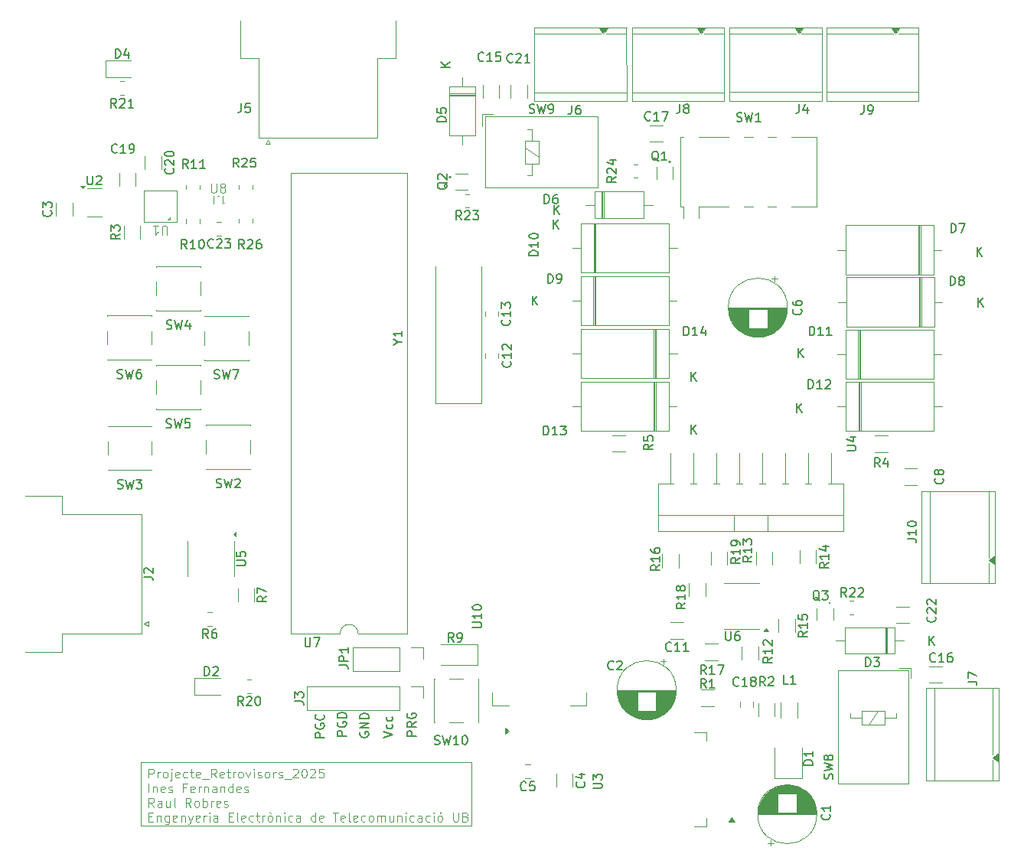
<source format=gbr>
%TF.GenerationSoftware,KiCad,Pcbnew,9.0.0*%
%TF.CreationDate,2025-04-21T23:10:22+02:00*%
%TF.ProjectId,DIMECRES_C_retrovisors,44494d45-4352-4455-935f-435f72657472,rev?*%
%TF.SameCoordinates,Original*%
%TF.FileFunction,Legend,Top*%
%TF.FilePolarity,Positive*%
%FSLAX46Y46*%
G04 Gerber Fmt 4.6, Leading zero omitted, Abs format (unit mm)*
G04 Created by KiCad (PCBNEW 9.0.0) date 2025-04-21 23:10:22*
%MOMM*%
%LPD*%
G01*
G04 APERTURE LIST*
%ADD10C,0.100000*%
%ADD11C,0.200000*%
%ADD12C,0.150000*%
%ADD13C,0.120000*%
G04 APERTURE END LIST*
D10*
X99450000Y-131050000D02*
X136000000Y-131050000D01*
X136000000Y-138100000D01*
X99450000Y-138100000D01*
X99450000Y-131050000D01*
D11*
X122168819Y-128145526D02*
X121168819Y-128145526D01*
X121168819Y-128145526D02*
X121168819Y-127764574D01*
X121168819Y-127764574D02*
X121216438Y-127669336D01*
X121216438Y-127669336D02*
X121264057Y-127621717D01*
X121264057Y-127621717D02*
X121359295Y-127574098D01*
X121359295Y-127574098D02*
X121502152Y-127574098D01*
X121502152Y-127574098D02*
X121597390Y-127621717D01*
X121597390Y-127621717D02*
X121645009Y-127669336D01*
X121645009Y-127669336D02*
X121692628Y-127764574D01*
X121692628Y-127764574D02*
X121692628Y-128145526D01*
X121216438Y-126621717D02*
X121168819Y-126716955D01*
X121168819Y-126716955D02*
X121168819Y-126859812D01*
X121168819Y-126859812D02*
X121216438Y-127002669D01*
X121216438Y-127002669D02*
X121311676Y-127097907D01*
X121311676Y-127097907D02*
X121406914Y-127145526D01*
X121406914Y-127145526D02*
X121597390Y-127193145D01*
X121597390Y-127193145D02*
X121740247Y-127193145D01*
X121740247Y-127193145D02*
X121930723Y-127145526D01*
X121930723Y-127145526D02*
X122025961Y-127097907D01*
X122025961Y-127097907D02*
X122121200Y-127002669D01*
X122121200Y-127002669D02*
X122168819Y-126859812D01*
X122168819Y-126859812D02*
X122168819Y-126764574D01*
X122168819Y-126764574D02*
X122121200Y-126621717D01*
X122121200Y-126621717D02*
X122073580Y-126574098D01*
X122073580Y-126574098D02*
X121740247Y-126574098D01*
X121740247Y-126574098D02*
X121740247Y-126764574D01*
X122168819Y-126145526D02*
X121168819Y-126145526D01*
X121168819Y-126145526D02*
X121168819Y-125907431D01*
X121168819Y-125907431D02*
X121216438Y-125764574D01*
X121216438Y-125764574D02*
X121311676Y-125669336D01*
X121311676Y-125669336D02*
X121406914Y-125621717D01*
X121406914Y-125621717D02*
X121597390Y-125574098D01*
X121597390Y-125574098D02*
X121740247Y-125574098D01*
X121740247Y-125574098D02*
X121930723Y-125621717D01*
X121930723Y-125621717D02*
X122025961Y-125669336D01*
X122025961Y-125669336D02*
X122121200Y-125764574D01*
X122121200Y-125764574D02*
X122168819Y-125907431D01*
X122168819Y-125907431D02*
X122168819Y-126145526D01*
X126268819Y-128313383D02*
X127268819Y-127980050D01*
X127268819Y-127980050D02*
X126268819Y-127646717D01*
X127221200Y-126884812D02*
X127268819Y-126980050D01*
X127268819Y-126980050D02*
X127268819Y-127170526D01*
X127268819Y-127170526D02*
X127221200Y-127265764D01*
X127221200Y-127265764D02*
X127173580Y-127313383D01*
X127173580Y-127313383D02*
X127078342Y-127361002D01*
X127078342Y-127361002D02*
X126792628Y-127361002D01*
X126792628Y-127361002D02*
X126697390Y-127313383D01*
X126697390Y-127313383D02*
X126649771Y-127265764D01*
X126649771Y-127265764D02*
X126602152Y-127170526D01*
X126602152Y-127170526D02*
X126602152Y-126980050D01*
X126602152Y-126980050D02*
X126649771Y-126884812D01*
X127221200Y-126027669D02*
X127268819Y-126122907D01*
X127268819Y-126122907D02*
X127268819Y-126313383D01*
X127268819Y-126313383D02*
X127221200Y-126408621D01*
X127221200Y-126408621D02*
X127173580Y-126456240D01*
X127173580Y-126456240D02*
X127078342Y-126503859D01*
X127078342Y-126503859D02*
X126792628Y-126503859D01*
X126792628Y-126503859D02*
X126697390Y-126456240D01*
X126697390Y-126456240D02*
X126649771Y-126408621D01*
X126649771Y-126408621D02*
X126602152Y-126313383D01*
X126602152Y-126313383D02*
X126602152Y-126122907D01*
X126602152Y-126122907D02*
X126649771Y-126027669D01*
D10*
X100303884Y-132792587D02*
X100303884Y-131792587D01*
X100303884Y-131792587D02*
X100684836Y-131792587D01*
X100684836Y-131792587D02*
X100780074Y-131840206D01*
X100780074Y-131840206D02*
X100827693Y-131887825D01*
X100827693Y-131887825D02*
X100875312Y-131983063D01*
X100875312Y-131983063D02*
X100875312Y-132125920D01*
X100875312Y-132125920D02*
X100827693Y-132221158D01*
X100827693Y-132221158D02*
X100780074Y-132268777D01*
X100780074Y-132268777D02*
X100684836Y-132316396D01*
X100684836Y-132316396D02*
X100303884Y-132316396D01*
X101303884Y-132792587D02*
X101303884Y-132125920D01*
X101303884Y-132316396D02*
X101351503Y-132221158D01*
X101351503Y-132221158D02*
X101399122Y-132173539D01*
X101399122Y-132173539D02*
X101494360Y-132125920D01*
X101494360Y-132125920D02*
X101589598Y-132125920D01*
X102065789Y-132792587D02*
X101970551Y-132744968D01*
X101970551Y-132744968D02*
X101922932Y-132697348D01*
X101922932Y-132697348D02*
X101875313Y-132602110D01*
X101875313Y-132602110D02*
X101875313Y-132316396D01*
X101875313Y-132316396D02*
X101922932Y-132221158D01*
X101922932Y-132221158D02*
X101970551Y-132173539D01*
X101970551Y-132173539D02*
X102065789Y-132125920D01*
X102065789Y-132125920D02*
X102208646Y-132125920D01*
X102208646Y-132125920D02*
X102303884Y-132173539D01*
X102303884Y-132173539D02*
X102351503Y-132221158D01*
X102351503Y-132221158D02*
X102399122Y-132316396D01*
X102399122Y-132316396D02*
X102399122Y-132602110D01*
X102399122Y-132602110D02*
X102351503Y-132697348D01*
X102351503Y-132697348D02*
X102303884Y-132744968D01*
X102303884Y-132744968D02*
X102208646Y-132792587D01*
X102208646Y-132792587D02*
X102065789Y-132792587D01*
X102827694Y-132125920D02*
X102827694Y-132983063D01*
X102827694Y-132983063D02*
X102780075Y-133078301D01*
X102780075Y-133078301D02*
X102684837Y-133125920D01*
X102684837Y-133125920D02*
X102637218Y-133125920D01*
X102827694Y-131792587D02*
X102780075Y-131840206D01*
X102780075Y-131840206D02*
X102827694Y-131887825D01*
X102827694Y-131887825D02*
X102875313Y-131840206D01*
X102875313Y-131840206D02*
X102827694Y-131792587D01*
X102827694Y-131792587D02*
X102827694Y-131887825D01*
X103684836Y-132744968D02*
X103589598Y-132792587D01*
X103589598Y-132792587D02*
X103399122Y-132792587D01*
X103399122Y-132792587D02*
X103303884Y-132744968D01*
X103303884Y-132744968D02*
X103256265Y-132649729D01*
X103256265Y-132649729D02*
X103256265Y-132268777D01*
X103256265Y-132268777D02*
X103303884Y-132173539D01*
X103303884Y-132173539D02*
X103399122Y-132125920D01*
X103399122Y-132125920D02*
X103589598Y-132125920D01*
X103589598Y-132125920D02*
X103684836Y-132173539D01*
X103684836Y-132173539D02*
X103732455Y-132268777D01*
X103732455Y-132268777D02*
X103732455Y-132364015D01*
X103732455Y-132364015D02*
X103256265Y-132459253D01*
X104589598Y-132744968D02*
X104494360Y-132792587D01*
X104494360Y-132792587D02*
X104303884Y-132792587D01*
X104303884Y-132792587D02*
X104208646Y-132744968D01*
X104208646Y-132744968D02*
X104161027Y-132697348D01*
X104161027Y-132697348D02*
X104113408Y-132602110D01*
X104113408Y-132602110D02*
X104113408Y-132316396D01*
X104113408Y-132316396D02*
X104161027Y-132221158D01*
X104161027Y-132221158D02*
X104208646Y-132173539D01*
X104208646Y-132173539D02*
X104303884Y-132125920D01*
X104303884Y-132125920D02*
X104494360Y-132125920D01*
X104494360Y-132125920D02*
X104589598Y-132173539D01*
X104875313Y-132125920D02*
X105256265Y-132125920D01*
X105018170Y-131792587D02*
X105018170Y-132649729D01*
X105018170Y-132649729D02*
X105065789Y-132744968D01*
X105065789Y-132744968D02*
X105161027Y-132792587D01*
X105161027Y-132792587D02*
X105256265Y-132792587D01*
X105970551Y-132744968D02*
X105875313Y-132792587D01*
X105875313Y-132792587D02*
X105684837Y-132792587D01*
X105684837Y-132792587D02*
X105589599Y-132744968D01*
X105589599Y-132744968D02*
X105541980Y-132649729D01*
X105541980Y-132649729D02*
X105541980Y-132268777D01*
X105541980Y-132268777D02*
X105589599Y-132173539D01*
X105589599Y-132173539D02*
X105684837Y-132125920D01*
X105684837Y-132125920D02*
X105875313Y-132125920D01*
X105875313Y-132125920D02*
X105970551Y-132173539D01*
X105970551Y-132173539D02*
X106018170Y-132268777D01*
X106018170Y-132268777D02*
X106018170Y-132364015D01*
X106018170Y-132364015D02*
X105541980Y-132459253D01*
X106208647Y-132887825D02*
X106970551Y-132887825D01*
X107780075Y-132792587D02*
X107446742Y-132316396D01*
X107208647Y-132792587D02*
X107208647Y-131792587D01*
X107208647Y-131792587D02*
X107589599Y-131792587D01*
X107589599Y-131792587D02*
X107684837Y-131840206D01*
X107684837Y-131840206D02*
X107732456Y-131887825D01*
X107732456Y-131887825D02*
X107780075Y-131983063D01*
X107780075Y-131983063D02*
X107780075Y-132125920D01*
X107780075Y-132125920D02*
X107732456Y-132221158D01*
X107732456Y-132221158D02*
X107684837Y-132268777D01*
X107684837Y-132268777D02*
X107589599Y-132316396D01*
X107589599Y-132316396D02*
X107208647Y-132316396D01*
X108589599Y-132744968D02*
X108494361Y-132792587D01*
X108494361Y-132792587D02*
X108303885Y-132792587D01*
X108303885Y-132792587D02*
X108208647Y-132744968D01*
X108208647Y-132744968D02*
X108161028Y-132649729D01*
X108161028Y-132649729D02*
X108161028Y-132268777D01*
X108161028Y-132268777D02*
X108208647Y-132173539D01*
X108208647Y-132173539D02*
X108303885Y-132125920D01*
X108303885Y-132125920D02*
X108494361Y-132125920D01*
X108494361Y-132125920D02*
X108589599Y-132173539D01*
X108589599Y-132173539D02*
X108637218Y-132268777D01*
X108637218Y-132268777D02*
X108637218Y-132364015D01*
X108637218Y-132364015D02*
X108161028Y-132459253D01*
X108922933Y-132125920D02*
X109303885Y-132125920D01*
X109065790Y-131792587D02*
X109065790Y-132649729D01*
X109065790Y-132649729D02*
X109113409Y-132744968D01*
X109113409Y-132744968D02*
X109208647Y-132792587D01*
X109208647Y-132792587D02*
X109303885Y-132792587D01*
X109637219Y-132792587D02*
X109637219Y-132125920D01*
X109637219Y-132316396D02*
X109684838Y-132221158D01*
X109684838Y-132221158D02*
X109732457Y-132173539D01*
X109732457Y-132173539D02*
X109827695Y-132125920D01*
X109827695Y-132125920D02*
X109922933Y-132125920D01*
X110399124Y-132792587D02*
X110303886Y-132744968D01*
X110303886Y-132744968D02*
X110256267Y-132697348D01*
X110256267Y-132697348D02*
X110208648Y-132602110D01*
X110208648Y-132602110D02*
X110208648Y-132316396D01*
X110208648Y-132316396D02*
X110256267Y-132221158D01*
X110256267Y-132221158D02*
X110303886Y-132173539D01*
X110303886Y-132173539D02*
X110399124Y-132125920D01*
X110399124Y-132125920D02*
X110541981Y-132125920D01*
X110541981Y-132125920D02*
X110637219Y-132173539D01*
X110637219Y-132173539D02*
X110684838Y-132221158D01*
X110684838Y-132221158D02*
X110732457Y-132316396D01*
X110732457Y-132316396D02*
X110732457Y-132602110D01*
X110732457Y-132602110D02*
X110684838Y-132697348D01*
X110684838Y-132697348D02*
X110637219Y-132744968D01*
X110637219Y-132744968D02*
X110541981Y-132792587D01*
X110541981Y-132792587D02*
X110399124Y-132792587D01*
X111065791Y-132125920D02*
X111303886Y-132792587D01*
X111303886Y-132792587D02*
X111541981Y-132125920D01*
X111922934Y-132792587D02*
X111922934Y-132125920D01*
X111922934Y-131792587D02*
X111875315Y-131840206D01*
X111875315Y-131840206D02*
X111922934Y-131887825D01*
X111922934Y-131887825D02*
X111970553Y-131840206D01*
X111970553Y-131840206D02*
X111922934Y-131792587D01*
X111922934Y-131792587D02*
X111922934Y-131887825D01*
X112351505Y-132744968D02*
X112446743Y-132792587D01*
X112446743Y-132792587D02*
X112637219Y-132792587D01*
X112637219Y-132792587D02*
X112732457Y-132744968D01*
X112732457Y-132744968D02*
X112780076Y-132649729D01*
X112780076Y-132649729D02*
X112780076Y-132602110D01*
X112780076Y-132602110D02*
X112732457Y-132506872D01*
X112732457Y-132506872D02*
X112637219Y-132459253D01*
X112637219Y-132459253D02*
X112494362Y-132459253D01*
X112494362Y-132459253D02*
X112399124Y-132411634D01*
X112399124Y-132411634D02*
X112351505Y-132316396D01*
X112351505Y-132316396D02*
X112351505Y-132268777D01*
X112351505Y-132268777D02*
X112399124Y-132173539D01*
X112399124Y-132173539D02*
X112494362Y-132125920D01*
X112494362Y-132125920D02*
X112637219Y-132125920D01*
X112637219Y-132125920D02*
X112732457Y-132173539D01*
X113351505Y-132792587D02*
X113256267Y-132744968D01*
X113256267Y-132744968D02*
X113208648Y-132697348D01*
X113208648Y-132697348D02*
X113161029Y-132602110D01*
X113161029Y-132602110D02*
X113161029Y-132316396D01*
X113161029Y-132316396D02*
X113208648Y-132221158D01*
X113208648Y-132221158D02*
X113256267Y-132173539D01*
X113256267Y-132173539D02*
X113351505Y-132125920D01*
X113351505Y-132125920D02*
X113494362Y-132125920D01*
X113494362Y-132125920D02*
X113589600Y-132173539D01*
X113589600Y-132173539D02*
X113637219Y-132221158D01*
X113637219Y-132221158D02*
X113684838Y-132316396D01*
X113684838Y-132316396D02*
X113684838Y-132602110D01*
X113684838Y-132602110D02*
X113637219Y-132697348D01*
X113637219Y-132697348D02*
X113589600Y-132744968D01*
X113589600Y-132744968D02*
X113494362Y-132792587D01*
X113494362Y-132792587D02*
X113351505Y-132792587D01*
X114113410Y-132792587D02*
X114113410Y-132125920D01*
X114113410Y-132316396D02*
X114161029Y-132221158D01*
X114161029Y-132221158D02*
X114208648Y-132173539D01*
X114208648Y-132173539D02*
X114303886Y-132125920D01*
X114303886Y-132125920D02*
X114399124Y-132125920D01*
X114684839Y-132744968D02*
X114780077Y-132792587D01*
X114780077Y-132792587D02*
X114970553Y-132792587D01*
X114970553Y-132792587D02*
X115065791Y-132744968D01*
X115065791Y-132744968D02*
X115113410Y-132649729D01*
X115113410Y-132649729D02*
X115113410Y-132602110D01*
X115113410Y-132602110D02*
X115065791Y-132506872D01*
X115065791Y-132506872D02*
X114970553Y-132459253D01*
X114970553Y-132459253D02*
X114827696Y-132459253D01*
X114827696Y-132459253D02*
X114732458Y-132411634D01*
X114732458Y-132411634D02*
X114684839Y-132316396D01*
X114684839Y-132316396D02*
X114684839Y-132268777D01*
X114684839Y-132268777D02*
X114732458Y-132173539D01*
X114732458Y-132173539D02*
X114827696Y-132125920D01*
X114827696Y-132125920D02*
X114970553Y-132125920D01*
X114970553Y-132125920D02*
X115065791Y-132173539D01*
X115303887Y-132887825D02*
X116065791Y-132887825D01*
X116256268Y-131887825D02*
X116303887Y-131840206D01*
X116303887Y-131840206D02*
X116399125Y-131792587D01*
X116399125Y-131792587D02*
X116637220Y-131792587D01*
X116637220Y-131792587D02*
X116732458Y-131840206D01*
X116732458Y-131840206D02*
X116780077Y-131887825D01*
X116780077Y-131887825D02*
X116827696Y-131983063D01*
X116827696Y-131983063D02*
X116827696Y-132078301D01*
X116827696Y-132078301D02*
X116780077Y-132221158D01*
X116780077Y-132221158D02*
X116208649Y-132792587D01*
X116208649Y-132792587D02*
X116827696Y-132792587D01*
X117446744Y-131792587D02*
X117541982Y-131792587D01*
X117541982Y-131792587D02*
X117637220Y-131840206D01*
X117637220Y-131840206D02*
X117684839Y-131887825D01*
X117684839Y-131887825D02*
X117732458Y-131983063D01*
X117732458Y-131983063D02*
X117780077Y-132173539D01*
X117780077Y-132173539D02*
X117780077Y-132411634D01*
X117780077Y-132411634D02*
X117732458Y-132602110D01*
X117732458Y-132602110D02*
X117684839Y-132697348D01*
X117684839Y-132697348D02*
X117637220Y-132744968D01*
X117637220Y-132744968D02*
X117541982Y-132792587D01*
X117541982Y-132792587D02*
X117446744Y-132792587D01*
X117446744Y-132792587D02*
X117351506Y-132744968D01*
X117351506Y-132744968D02*
X117303887Y-132697348D01*
X117303887Y-132697348D02*
X117256268Y-132602110D01*
X117256268Y-132602110D02*
X117208649Y-132411634D01*
X117208649Y-132411634D02*
X117208649Y-132173539D01*
X117208649Y-132173539D02*
X117256268Y-131983063D01*
X117256268Y-131983063D02*
X117303887Y-131887825D01*
X117303887Y-131887825D02*
X117351506Y-131840206D01*
X117351506Y-131840206D02*
X117446744Y-131792587D01*
X118161030Y-131887825D02*
X118208649Y-131840206D01*
X118208649Y-131840206D02*
X118303887Y-131792587D01*
X118303887Y-131792587D02*
X118541982Y-131792587D01*
X118541982Y-131792587D02*
X118637220Y-131840206D01*
X118637220Y-131840206D02*
X118684839Y-131887825D01*
X118684839Y-131887825D02*
X118732458Y-131983063D01*
X118732458Y-131983063D02*
X118732458Y-132078301D01*
X118732458Y-132078301D02*
X118684839Y-132221158D01*
X118684839Y-132221158D02*
X118113411Y-132792587D01*
X118113411Y-132792587D02*
X118732458Y-132792587D01*
X119637220Y-131792587D02*
X119161030Y-131792587D01*
X119161030Y-131792587D02*
X119113411Y-132268777D01*
X119113411Y-132268777D02*
X119161030Y-132221158D01*
X119161030Y-132221158D02*
X119256268Y-132173539D01*
X119256268Y-132173539D02*
X119494363Y-132173539D01*
X119494363Y-132173539D02*
X119589601Y-132221158D01*
X119589601Y-132221158D02*
X119637220Y-132268777D01*
X119637220Y-132268777D02*
X119684839Y-132364015D01*
X119684839Y-132364015D02*
X119684839Y-132602110D01*
X119684839Y-132602110D02*
X119637220Y-132697348D01*
X119637220Y-132697348D02*
X119589601Y-132744968D01*
X119589601Y-132744968D02*
X119494363Y-132792587D01*
X119494363Y-132792587D02*
X119256268Y-132792587D01*
X119256268Y-132792587D02*
X119161030Y-132744968D01*
X119161030Y-132744968D02*
X119113411Y-132697348D01*
X100303884Y-134402531D02*
X100303884Y-133402531D01*
X100780074Y-133735864D02*
X100780074Y-134402531D01*
X100780074Y-133831102D02*
X100827693Y-133783483D01*
X100827693Y-133783483D02*
X100922931Y-133735864D01*
X100922931Y-133735864D02*
X101065788Y-133735864D01*
X101065788Y-133735864D02*
X101161026Y-133783483D01*
X101161026Y-133783483D02*
X101208645Y-133878721D01*
X101208645Y-133878721D02*
X101208645Y-134402531D01*
X102065788Y-134354912D02*
X101970550Y-134402531D01*
X101970550Y-134402531D02*
X101780074Y-134402531D01*
X101780074Y-134402531D02*
X101684836Y-134354912D01*
X101684836Y-134354912D02*
X101637217Y-134259673D01*
X101637217Y-134259673D02*
X101637217Y-133878721D01*
X101637217Y-133878721D02*
X101684836Y-133783483D01*
X101684836Y-133783483D02*
X101780074Y-133735864D01*
X101780074Y-133735864D02*
X101970550Y-133735864D01*
X101970550Y-133735864D02*
X102065788Y-133783483D01*
X102065788Y-133783483D02*
X102113407Y-133878721D01*
X102113407Y-133878721D02*
X102113407Y-133973959D01*
X102113407Y-133973959D02*
X101637217Y-134069197D01*
X102494360Y-134354912D02*
X102589598Y-134402531D01*
X102589598Y-134402531D02*
X102780074Y-134402531D01*
X102780074Y-134402531D02*
X102875312Y-134354912D01*
X102875312Y-134354912D02*
X102922931Y-134259673D01*
X102922931Y-134259673D02*
X102922931Y-134212054D01*
X102922931Y-134212054D02*
X102875312Y-134116816D01*
X102875312Y-134116816D02*
X102780074Y-134069197D01*
X102780074Y-134069197D02*
X102637217Y-134069197D01*
X102637217Y-134069197D02*
X102541979Y-134021578D01*
X102541979Y-134021578D02*
X102494360Y-133926340D01*
X102494360Y-133926340D02*
X102494360Y-133878721D01*
X102494360Y-133878721D02*
X102541979Y-133783483D01*
X102541979Y-133783483D02*
X102637217Y-133735864D01*
X102637217Y-133735864D02*
X102780074Y-133735864D01*
X102780074Y-133735864D02*
X102875312Y-133783483D01*
X104446741Y-133878721D02*
X104113408Y-133878721D01*
X104113408Y-134402531D02*
X104113408Y-133402531D01*
X104113408Y-133402531D02*
X104589598Y-133402531D01*
X105351503Y-134354912D02*
X105256265Y-134402531D01*
X105256265Y-134402531D02*
X105065789Y-134402531D01*
X105065789Y-134402531D02*
X104970551Y-134354912D01*
X104970551Y-134354912D02*
X104922932Y-134259673D01*
X104922932Y-134259673D02*
X104922932Y-133878721D01*
X104922932Y-133878721D02*
X104970551Y-133783483D01*
X104970551Y-133783483D02*
X105065789Y-133735864D01*
X105065789Y-133735864D02*
X105256265Y-133735864D01*
X105256265Y-133735864D02*
X105351503Y-133783483D01*
X105351503Y-133783483D02*
X105399122Y-133878721D01*
X105399122Y-133878721D02*
X105399122Y-133973959D01*
X105399122Y-133973959D02*
X104922932Y-134069197D01*
X105827694Y-134402531D02*
X105827694Y-133735864D01*
X105827694Y-133926340D02*
X105875313Y-133831102D01*
X105875313Y-133831102D02*
X105922932Y-133783483D01*
X105922932Y-133783483D02*
X106018170Y-133735864D01*
X106018170Y-133735864D02*
X106113408Y-133735864D01*
X106446742Y-133735864D02*
X106446742Y-134402531D01*
X106446742Y-133831102D02*
X106494361Y-133783483D01*
X106494361Y-133783483D02*
X106589599Y-133735864D01*
X106589599Y-133735864D02*
X106732456Y-133735864D01*
X106732456Y-133735864D02*
X106827694Y-133783483D01*
X106827694Y-133783483D02*
X106875313Y-133878721D01*
X106875313Y-133878721D02*
X106875313Y-134402531D01*
X107780075Y-134402531D02*
X107780075Y-133878721D01*
X107780075Y-133878721D02*
X107732456Y-133783483D01*
X107732456Y-133783483D02*
X107637218Y-133735864D01*
X107637218Y-133735864D02*
X107446742Y-133735864D01*
X107446742Y-133735864D02*
X107351504Y-133783483D01*
X107780075Y-134354912D02*
X107684837Y-134402531D01*
X107684837Y-134402531D02*
X107446742Y-134402531D01*
X107446742Y-134402531D02*
X107351504Y-134354912D01*
X107351504Y-134354912D02*
X107303885Y-134259673D01*
X107303885Y-134259673D02*
X107303885Y-134164435D01*
X107303885Y-134164435D02*
X107351504Y-134069197D01*
X107351504Y-134069197D02*
X107446742Y-134021578D01*
X107446742Y-134021578D02*
X107684837Y-134021578D01*
X107684837Y-134021578D02*
X107780075Y-133973959D01*
X108256266Y-133735864D02*
X108256266Y-134402531D01*
X108256266Y-133831102D02*
X108303885Y-133783483D01*
X108303885Y-133783483D02*
X108399123Y-133735864D01*
X108399123Y-133735864D02*
X108541980Y-133735864D01*
X108541980Y-133735864D02*
X108637218Y-133783483D01*
X108637218Y-133783483D02*
X108684837Y-133878721D01*
X108684837Y-133878721D02*
X108684837Y-134402531D01*
X109589599Y-134402531D02*
X109589599Y-133402531D01*
X109589599Y-134354912D02*
X109494361Y-134402531D01*
X109494361Y-134402531D02*
X109303885Y-134402531D01*
X109303885Y-134402531D02*
X109208647Y-134354912D01*
X109208647Y-134354912D02*
X109161028Y-134307292D01*
X109161028Y-134307292D02*
X109113409Y-134212054D01*
X109113409Y-134212054D02*
X109113409Y-133926340D01*
X109113409Y-133926340D02*
X109161028Y-133831102D01*
X109161028Y-133831102D02*
X109208647Y-133783483D01*
X109208647Y-133783483D02*
X109303885Y-133735864D01*
X109303885Y-133735864D02*
X109494361Y-133735864D01*
X109494361Y-133735864D02*
X109589599Y-133783483D01*
X110446742Y-134354912D02*
X110351504Y-134402531D01*
X110351504Y-134402531D02*
X110161028Y-134402531D01*
X110161028Y-134402531D02*
X110065790Y-134354912D01*
X110065790Y-134354912D02*
X110018171Y-134259673D01*
X110018171Y-134259673D02*
X110018171Y-133878721D01*
X110018171Y-133878721D02*
X110065790Y-133783483D01*
X110065790Y-133783483D02*
X110161028Y-133735864D01*
X110161028Y-133735864D02*
X110351504Y-133735864D01*
X110351504Y-133735864D02*
X110446742Y-133783483D01*
X110446742Y-133783483D02*
X110494361Y-133878721D01*
X110494361Y-133878721D02*
X110494361Y-133973959D01*
X110494361Y-133973959D02*
X110018171Y-134069197D01*
X110875314Y-134354912D02*
X110970552Y-134402531D01*
X110970552Y-134402531D02*
X111161028Y-134402531D01*
X111161028Y-134402531D02*
X111256266Y-134354912D01*
X111256266Y-134354912D02*
X111303885Y-134259673D01*
X111303885Y-134259673D02*
X111303885Y-134212054D01*
X111303885Y-134212054D02*
X111256266Y-134116816D01*
X111256266Y-134116816D02*
X111161028Y-134069197D01*
X111161028Y-134069197D02*
X111018171Y-134069197D01*
X111018171Y-134069197D02*
X110922933Y-134021578D01*
X110922933Y-134021578D02*
X110875314Y-133926340D01*
X110875314Y-133926340D02*
X110875314Y-133878721D01*
X110875314Y-133878721D02*
X110922933Y-133783483D01*
X110922933Y-133783483D02*
X111018171Y-133735864D01*
X111018171Y-133735864D02*
X111161028Y-133735864D01*
X111161028Y-133735864D02*
X111256266Y-133783483D01*
X100875312Y-136012475D02*
X100541979Y-135536284D01*
X100303884Y-136012475D02*
X100303884Y-135012475D01*
X100303884Y-135012475D02*
X100684836Y-135012475D01*
X100684836Y-135012475D02*
X100780074Y-135060094D01*
X100780074Y-135060094D02*
X100827693Y-135107713D01*
X100827693Y-135107713D02*
X100875312Y-135202951D01*
X100875312Y-135202951D02*
X100875312Y-135345808D01*
X100875312Y-135345808D02*
X100827693Y-135441046D01*
X100827693Y-135441046D02*
X100780074Y-135488665D01*
X100780074Y-135488665D02*
X100684836Y-135536284D01*
X100684836Y-135536284D02*
X100303884Y-135536284D01*
X101732455Y-136012475D02*
X101732455Y-135488665D01*
X101732455Y-135488665D02*
X101684836Y-135393427D01*
X101684836Y-135393427D02*
X101589598Y-135345808D01*
X101589598Y-135345808D02*
X101399122Y-135345808D01*
X101399122Y-135345808D02*
X101303884Y-135393427D01*
X101732455Y-135964856D02*
X101637217Y-136012475D01*
X101637217Y-136012475D02*
X101399122Y-136012475D01*
X101399122Y-136012475D02*
X101303884Y-135964856D01*
X101303884Y-135964856D02*
X101256265Y-135869617D01*
X101256265Y-135869617D02*
X101256265Y-135774379D01*
X101256265Y-135774379D02*
X101303884Y-135679141D01*
X101303884Y-135679141D02*
X101399122Y-135631522D01*
X101399122Y-135631522D02*
X101637217Y-135631522D01*
X101637217Y-135631522D02*
X101732455Y-135583903D01*
X102637217Y-135345808D02*
X102637217Y-136012475D01*
X102208646Y-135345808D02*
X102208646Y-135869617D01*
X102208646Y-135869617D02*
X102256265Y-135964856D01*
X102256265Y-135964856D02*
X102351503Y-136012475D01*
X102351503Y-136012475D02*
X102494360Y-136012475D01*
X102494360Y-136012475D02*
X102589598Y-135964856D01*
X102589598Y-135964856D02*
X102637217Y-135917236D01*
X103256265Y-136012475D02*
X103161027Y-135964856D01*
X103161027Y-135964856D02*
X103113408Y-135869617D01*
X103113408Y-135869617D02*
X103113408Y-135012475D01*
X104970551Y-136012475D02*
X104637218Y-135536284D01*
X104399123Y-136012475D02*
X104399123Y-135012475D01*
X104399123Y-135012475D02*
X104780075Y-135012475D01*
X104780075Y-135012475D02*
X104875313Y-135060094D01*
X104875313Y-135060094D02*
X104922932Y-135107713D01*
X104922932Y-135107713D02*
X104970551Y-135202951D01*
X104970551Y-135202951D02*
X104970551Y-135345808D01*
X104970551Y-135345808D02*
X104922932Y-135441046D01*
X104922932Y-135441046D02*
X104875313Y-135488665D01*
X104875313Y-135488665D02*
X104780075Y-135536284D01*
X104780075Y-135536284D02*
X104399123Y-135536284D01*
X105541980Y-136012475D02*
X105446742Y-135964856D01*
X105446742Y-135964856D02*
X105399123Y-135917236D01*
X105399123Y-135917236D02*
X105351504Y-135821998D01*
X105351504Y-135821998D02*
X105351504Y-135536284D01*
X105351504Y-135536284D02*
X105399123Y-135441046D01*
X105399123Y-135441046D02*
X105446742Y-135393427D01*
X105446742Y-135393427D02*
X105541980Y-135345808D01*
X105541980Y-135345808D02*
X105684837Y-135345808D01*
X105684837Y-135345808D02*
X105780075Y-135393427D01*
X105780075Y-135393427D02*
X105827694Y-135441046D01*
X105827694Y-135441046D02*
X105875313Y-135536284D01*
X105875313Y-135536284D02*
X105875313Y-135821998D01*
X105875313Y-135821998D02*
X105827694Y-135917236D01*
X105827694Y-135917236D02*
X105780075Y-135964856D01*
X105780075Y-135964856D02*
X105684837Y-136012475D01*
X105684837Y-136012475D02*
X105541980Y-136012475D01*
X106303885Y-136012475D02*
X106303885Y-135012475D01*
X106303885Y-135393427D02*
X106399123Y-135345808D01*
X106399123Y-135345808D02*
X106589599Y-135345808D01*
X106589599Y-135345808D02*
X106684837Y-135393427D01*
X106684837Y-135393427D02*
X106732456Y-135441046D01*
X106732456Y-135441046D02*
X106780075Y-135536284D01*
X106780075Y-135536284D02*
X106780075Y-135821998D01*
X106780075Y-135821998D02*
X106732456Y-135917236D01*
X106732456Y-135917236D02*
X106684837Y-135964856D01*
X106684837Y-135964856D02*
X106589599Y-136012475D01*
X106589599Y-136012475D02*
X106399123Y-136012475D01*
X106399123Y-136012475D02*
X106303885Y-135964856D01*
X107208647Y-136012475D02*
X107208647Y-135345808D01*
X107208647Y-135536284D02*
X107256266Y-135441046D01*
X107256266Y-135441046D02*
X107303885Y-135393427D01*
X107303885Y-135393427D02*
X107399123Y-135345808D01*
X107399123Y-135345808D02*
X107494361Y-135345808D01*
X108208647Y-135964856D02*
X108113409Y-136012475D01*
X108113409Y-136012475D02*
X107922933Y-136012475D01*
X107922933Y-136012475D02*
X107827695Y-135964856D01*
X107827695Y-135964856D02*
X107780076Y-135869617D01*
X107780076Y-135869617D02*
X107780076Y-135488665D01*
X107780076Y-135488665D02*
X107827695Y-135393427D01*
X107827695Y-135393427D02*
X107922933Y-135345808D01*
X107922933Y-135345808D02*
X108113409Y-135345808D01*
X108113409Y-135345808D02*
X108208647Y-135393427D01*
X108208647Y-135393427D02*
X108256266Y-135488665D01*
X108256266Y-135488665D02*
X108256266Y-135583903D01*
X108256266Y-135583903D02*
X107780076Y-135679141D01*
X108637219Y-135964856D02*
X108732457Y-136012475D01*
X108732457Y-136012475D02*
X108922933Y-136012475D01*
X108922933Y-136012475D02*
X109018171Y-135964856D01*
X109018171Y-135964856D02*
X109065790Y-135869617D01*
X109065790Y-135869617D02*
X109065790Y-135821998D01*
X109065790Y-135821998D02*
X109018171Y-135726760D01*
X109018171Y-135726760D02*
X108922933Y-135679141D01*
X108922933Y-135679141D02*
X108780076Y-135679141D01*
X108780076Y-135679141D02*
X108684838Y-135631522D01*
X108684838Y-135631522D02*
X108637219Y-135536284D01*
X108637219Y-135536284D02*
X108637219Y-135488665D01*
X108637219Y-135488665D02*
X108684838Y-135393427D01*
X108684838Y-135393427D02*
X108780076Y-135345808D01*
X108780076Y-135345808D02*
X108922933Y-135345808D01*
X108922933Y-135345808D02*
X109018171Y-135393427D01*
X100303884Y-137098609D02*
X100637217Y-137098609D01*
X100780074Y-137622419D02*
X100303884Y-137622419D01*
X100303884Y-137622419D02*
X100303884Y-136622419D01*
X100303884Y-136622419D02*
X100780074Y-136622419D01*
X101208646Y-136955752D02*
X101208646Y-137622419D01*
X101208646Y-137050990D02*
X101256265Y-137003371D01*
X101256265Y-137003371D02*
X101351503Y-136955752D01*
X101351503Y-136955752D02*
X101494360Y-136955752D01*
X101494360Y-136955752D02*
X101589598Y-137003371D01*
X101589598Y-137003371D02*
X101637217Y-137098609D01*
X101637217Y-137098609D02*
X101637217Y-137622419D01*
X102541979Y-136955752D02*
X102541979Y-137765276D01*
X102541979Y-137765276D02*
X102494360Y-137860514D01*
X102494360Y-137860514D02*
X102446741Y-137908133D01*
X102446741Y-137908133D02*
X102351503Y-137955752D01*
X102351503Y-137955752D02*
X102208646Y-137955752D01*
X102208646Y-137955752D02*
X102113408Y-137908133D01*
X102541979Y-137574800D02*
X102446741Y-137622419D01*
X102446741Y-137622419D02*
X102256265Y-137622419D01*
X102256265Y-137622419D02*
X102161027Y-137574800D01*
X102161027Y-137574800D02*
X102113408Y-137527180D01*
X102113408Y-137527180D02*
X102065789Y-137431942D01*
X102065789Y-137431942D02*
X102065789Y-137146228D01*
X102065789Y-137146228D02*
X102113408Y-137050990D01*
X102113408Y-137050990D02*
X102161027Y-137003371D01*
X102161027Y-137003371D02*
X102256265Y-136955752D01*
X102256265Y-136955752D02*
X102446741Y-136955752D01*
X102446741Y-136955752D02*
X102541979Y-137003371D01*
X103399122Y-137574800D02*
X103303884Y-137622419D01*
X103303884Y-137622419D02*
X103113408Y-137622419D01*
X103113408Y-137622419D02*
X103018170Y-137574800D01*
X103018170Y-137574800D02*
X102970551Y-137479561D01*
X102970551Y-137479561D02*
X102970551Y-137098609D01*
X102970551Y-137098609D02*
X103018170Y-137003371D01*
X103018170Y-137003371D02*
X103113408Y-136955752D01*
X103113408Y-136955752D02*
X103303884Y-136955752D01*
X103303884Y-136955752D02*
X103399122Y-137003371D01*
X103399122Y-137003371D02*
X103446741Y-137098609D01*
X103446741Y-137098609D02*
X103446741Y-137193847D01*
X103446741Y-137193847D02*
X102970551Y-137289085D01*
X103875313Y-136955752D02*
X103875313Y-137622419D01*
X103875313Y-137050990D02*
X103922932Y-137003371D01*
X103922932Y-137003371D02*
X104018170Y-136955752D01*
X104018170Y-136955752D02*
X104161027Y-136955752D01*
X104161027Y-136955752D02*
X104256265Y-137003371D01*
X104256265Y-137003371D02*
X104303884Y-137098609D01*
X104303884Y-137098609D02*
X104303884Y-137622419D01*
X104684837Y-136955752D02*
X104922932Y-137622419D01*
X105161027Y-136955752D02*
X104922932Y-137622419D01*
X104922932Y-137622419D02*
X104827694Y-137860514D01*
X104827694Y-137860514D02*
X104780075Y-137908133D01*
X104780075Y-137908133D02*
X104684837Y-137955752D01*
X105922932Y-137574800D02*
X105827694Y-137622419D01*
X105827694Y-137622419D02*
X105637218Y-137622419D01*
X105637218Y-137622419D02*
X105541980Y-137574800D01*
X105541980Y-137574800D02*
X105494361Y-137479561D01*
X105494361Y-137479561D02*
X105494361Y-137098609D01*
X105494361Y-137098609D02*
X105541980Y-137003371D01*
X105541980Y-137003371D02*
X105637218Y-136955752D01*
X105637218Y-136955752D02*
X105827694Y-136955752D01*
X105827694Y-136955752D02*
X105922932Y-137003371D01*
X105922932Y-137003371D02*
X105970551Y-137098609D01*
X105970551Y-137098609D02*
X105970551Y-137193847D01*
X105970551Y-137193847D02*
X105494361Y-137289085D01*
X106399123Y-137622419D02*
X106399123Y-136955752D01*
X106399123Y-137146228D02*
X106446742Y-137050990D01*
X106446742Y-137050990D02*
X106494361Y-137003371D01*
X106494361Y-137003371D02*
X106589599Y-136955752D01*
X106589599Y-136955752D02*
X106684837Y-136955752D01*
X107018171Y-137622419D02*
X107018171Y-136955752D01*
X107018171Y-136622419D02*
X106970552Y-136670038D01*
X106970552Y-136670038D02*
X107018171Y-136717657D01*
X107018171Y-136717657D02*
X107065790Y-136670038D01*
X107065790Y-136670038D02*
X107018171Y-136622419D01*
X107018171Y-136622419D02*
X107018171Y-136717657D01*
X107922932Y-137622419D02*
X107922932Y-137098609D01*
X107922932Y-137098609D02*
X107875313Y-137003371D01*
X107875313Y-137003371D02*
X107780075Y-136955752D01*
X107780075Y-136955752D02*
X107589599Y-136955752D01*
X107589599Y-136955752D02*
X107494361Y-137003371D01*
X107922932Y-137574800D02*
X107827694Y-137622419D01*
X107827694Y-137622419D02*
X107589599Y-137622419D01*
X107589599Y-137622419D02*
X107494361Y-137574800D01*
X107494361Y-137574800D02*
X107446742Y-137479561D01*
X107446742Y-137479561D02*
X107446742Y-137384323D01*
X107446742Y-137384323D02*
X107494361Y-137289085D01*
X107494361Y-137289085D02*
X107589599Y-137241466D01*
X107589599Y-137241466D02*
X107827694Y-137241466D01*
X107827694Y-137241466D02*
X107922932Y-137193847D01*
X109161028Y-137098609D02*
X109494361Y-137098609D01*
X109637218Y-137622419D02*
X109161028Y-137622419D01*
X109161028Y-137622419D02*
X109161028Y-136622419D01*
X109161028Y-136622419D02*
X109637218Y-136622419D01*
X110208647Y-137622419D02*
X110113409Y-137574800D01*
X110113409Y-137574800D02*
X110065790Y-137479561D01*
X110065790Y-137479561D02*
X110065790Y-136622419D01*
X110970552Y-137574800D02*
X110875314Y-137622419D01*
X110875314Y-137622419D02*
X110684838Y-137622419D01*
X110684838Y-137622419D02*
X110589600Y-137574800D01*
X110589600Y-137574800D02*
X110541981Y-137479561D01*
X110541981Y-137479561D02*
X110541981Y-137098609D01*
X110541981Y-137098609D02*
X110589600Y-137003371D01*
X110589600Y-137003371D02*
X110684838Y-136955752D01*
X110684838Y-136955752D02*
X110875314Y-136955752D01*
X110875314Y-136955752D02*
X110970552Y-137003371D01*
X110970552Y-137003371D02*
X111018171Y-137098609D01*
X111018171Y-137098609D02*
X111018171Y-137193847D01*
X111018171Y-137193847D02*
X110541981Y-137289085D01*
X111875314Y-137574800D02*
X111780076Y-137622419D01*
X111780076Y-137622419D02*
X111589600Y-137622419D01*
X111589600Y-137622419D02*
X111494362Y-137574800D01*
X111494362Y-137574800D02*
X111446743Y-137527180D01*
X111446743Y-137527180D02*
X111399124Y-137431942D01*
X111399124Y-137431942D02*
X111399124Y-137146228D01*
X111399124Y-137146228D02*
X111446743Y-137050990D01*
X111446743Y-137050990D02*
X111494362Y-137003371D01*
X111494362Y-137003371D02*
X111589600Y-136955752D01*
X111589600Y-136955752D02*
X111780076Y-136955752D01*
X111780076Y-136955752D02*
X111875314Y-137003371D01*
X112161029Y-136955752D02*
X112541981Y-136955752D01*
X112303886Y-136622419D02*
X112303886Y-137479561D01*
X112303886Y-137479561D02*
X112351505Y-137574800D01*
X112351505Y-137574800D02*
X112446743Y-137622419D01*
X112446743Y-137622419D02*
X112541981Y-137622419D01*
X112875315Y-137622419D02*
X112875315Y-136955752D01*
X112875315Y-137146228D02*
X112922934Y-137050990D01*
X112922934Y-137050990D02*
X112970553Y-137003371D01*
X112970553Y-137003371D02*
X113065791Y-136955752D01*
X113065791Y-136955752D02*
X113161029Y-136955752D01*
X113637220Y-137622419D02*
X113541982Y-137574800D01*
X113541982Y-137574800D02*
X113494363Y-137527180D01*
X113494363Y-137527180D02*
X113446744Y-137431942D01*
X113446744Y-137431942D02*
X113446744Y-137146228D01*
X113446744Y-137146228D02*
X113494363Y-137050990D01*
X113494363Y-137050990D02*
X113541982Y-137003371D01*
X113541982Y-137003371D02*
X113637220Y-136955752D01*
X113637220Y-136955752D02*
X113780077Y-136955752D01*
X113780077Y-136955752D02*
X113875315Y-137003371D01*
X113875315Y-137003371D02*
X113922934Y-137050990D01*
X113922934Y-137050990D02*
X113970553Y-137146228D01*
X113970553Y-137146228D02*
X113970553Y-137431942D01*
X113970553Y-137431942D02*
X113922934Y-137527180D01*
X113922934Y-137527180D02*
X113875315Y-137574800D01*
X113875315Y-137574800D02*
X113780077Y-137622419D01*
X113780077Y-137622419D02*
X113637220Y-137622419D01*
X113637220Y-136574800D02*
X113780077Y-136717657D01*
X114399125Y-136955752D02*
X114399125Y-137622419D01*
X114399125Y-137050990D02*
X114446744Y-137003371D01*
X114446744Y-137003371D02*
X114541982Y-136955752D01*
X114541982Y-136955752D02*
X114684839Y-136955752D01*
X114684839Y-136955752D02*
X114780077Y-137003371D01*
X114780077Y-137003371D02*
X114827696Y-137098609D01*
X114827696Y-137098609D02*
X114827696Y-137622419D01*
X115303887Y-137622419D02*
X115303887Y-136955752D01*
X115303887Y-136622419D02*
X115256268Y-136670038D01*
X115256268Y-136670038D02*
X115303887Y-136717657D01*
X115303887Y-136717657D02*
X115351506Y-136670038D01*
X115351506Y-136670038D02*
X115303887Y-136622419D01*
X115303887Y-136622419D02*
X115303887Y-136717657D01*
X116208648Y-137574800D02*
X116113410Y-137622419D01*
X116113410Y-137622419D02*
X115922934Y-137622419D01*
X115922934Y-137622419D02*
X115827696Y-137574800D01*
X115827696Y-137574800D02*
X115780077Y-137527180D01*
X115780077Y-137527180D02*
X115732458Y-137431942D01*
X115732458Y-137431942D02*
X115732458Y-137146228D01*
X115732458Y-137146228D02*
X115780077Y-137050990D01*
X115780077Y-137050990D02*
X115827696Y-137003371D01*
X115827696Y-137003371D02*
X115922934Y-136955752D01*
X115922934Y-136955752D02*
X116113410Y-136955752D01*
X116113410Y-136955752D02*
X116208648Y-137003371D01*
X117065791Y-137622419D02*
X117065791Y-137098609D01*
X117065791Y-137098609D02*
X117018172Y-137003371D01*
X117018172Y-137003371D02*
X116922934Y-136955752D01*
X116922934Y-136955752D02*
X116732458Y-136955752D01*
X116732458Y-136955752D02*
X116637220Y-137003371D01*
X117065791Y-137574800D02*
X116970553Y-137622419D01*
X116970553Y-137622419D02*
X116732458Y-137622419D01*
X116732458Y-137622419D02*
X116637220Y-137574800D01*
X116637220Y-137574800D02*
X116589601Y-137479561D01*
X116589601Y-137479561D02*
X116589601Y-137384323D01*
X116589601Y-137384323D02*
X116637220Y-137289085D01*
X116637220Y-137289085D02*
X116732458Y-137241466D01*
X116732458Y-137241466D02*
X116970553Y-137241466D01*
X116970553Y-137241466D02*
X117065791Y-137193847D01*
X118732458Y-137622419D02*
X118732458Y-136622419D01*
X118732458Y-137574800D02*
X118637220Y-137622419D01*
X118637220Y-137622419D02*
X118446744Y-137622419D01*
X118446744Y-137622419D02*
X118351506Y-137574800D01*
X118351506Y-137574800D02*
X118303887Y-137527180D01*
X118303887Y-137527180D02*
X118256268Y-137431942D01*
X118256268Y-137431942D02*
X118256268Y-137146228D01*
X118256268Y-137146228D02*
X118303887Y-137050990D01*
X118303887Y-137050990D02*
X118351506Y-137003371D01*
X118351506Y-137003371D02*
X118446744Y-136955752D01*
X118446744Y-136955752D02*
X118637220Y-136955752D01*
X118637220Y-136955752D02*
X118732458Y-137003371D01*
X119589601Y-137574800D02*
X119494363Y-137622419D01*
X119494363Y-137622419D02*
X119303887Y-137622419D01*
X119303887Y-137622419D02*
X119208649Y-137574800D01*
X119208649Y-137574800D02*
X119161030Y-137479561D01*
X119161030Y-137479561D02*
X119161030Y-137098609D01*
X119161030Y-137098609D02*
X119208649Y-137003371D01*
X119208649Y-137003371D02*
X119303887Y-136955752D01*
X119303887Y-136955752D02*
X119494363Y-136955752D01*
X119494363Y-136955752D02*
X119589601Y-137003371D01*
X119589601Y-137003371D02*
X119637220Y-137098609D01*
X119637220Y-137098609D02*
X119637220Y-137193847D01*
X119637220Y-137193847D02*
X119161030Y-137289085D01*
X120684840Y-136622419D02*
X121256268Y-136622419D01*
X120970554Y-137622419D02*
X120970554Y-136622419D01*
X121970554Y-137574800D02*
X121875316Y-137622419D01*
X121875316Y-137622419D02*
X121684840Y-137622419D01*
X121684840Y-137622419D02*
X121589602Y-137574800D01*
X121589602Y-137574800D02*
X121541983Y-137479561D01*
X121541983Y-137479561D02*
X121541983Y-137098609D01*
X121541983Y-137098609D02*
X121589602Y-137003371D01*
X121589602Y-137003371D02*
X121684840Y-136955752D01*
X121684840Y-136955752D02*
X121875316Y-136955752D01*
X121875316Y-136955752D02*
X121970554Y-137003371D01*
X121970554Y-137003371D02*
X122018173Y-137098609D01*
X122018173Y-137098609D02*
X122018173Y-137193847D01*
X122018173Y-137193847D02*
X121541983Y-137289085D01*
X122589602Y-137622419D02*
X122494364Y-137574800D01*
X122494364Y-137574800D02*
X122446745Y-137479561D01*
X122446745Y-137479561D02*
X122446745Y-136622419D01*
X123351507Y-137574800D02*
X123256269Y-137622419D01*
X123256269Y-137622419D02*
X123065793Y-137622419D01*
X123065793Y-137622419D02*
X122970555Y-137574800D01*
X122970555Y-137574800D02*
X122922936Y-137479561D01*
X122922936Y-137479561D02*
X122922936Y-137098609D01*
X122922936Y-137098609D02*
X122970555Y-137003371D01*
X122970555Y-137003371D02*
X123065793Y-136955752D01*
X123065793Y-136955752D02*
X123256269Y-136955752D01*
X123256269Y-136955752D02*
X123351507Y-137003371D01*
X123351507Y-137003371D02*
X123399126Y-137098609D01*
X123399126Y-137098609D02*
X123399126Y-137193847D01*
X123399126Y-137193847D02*
X122922936Y-137289085D01*
X124256269Y-137574800D02*
X124161031Y-137622419D01*
X124161031Y-137622419D02*
X123970555Y-137622419D01*
X123970555Y-137622419D02*
X123875317Y-137574800D01*
X123875317Y-137574800D02*
X123827698Y-137527180D01*
X123827698Y-137527180D02*
X123780079Y-137431942D01*
X123780079Y-137431942D02*
X123780079Y-137146228D01*
X123780079Y-137146228D02*
X123827698Y-137050990D01*
X123827698Y-137050990D02*
X123875317Y-137003371D01*
X123875317Y-137003371D02*
X123970555Y-136955752D01*
X123970555Y-136955752D02*
X124161031Y-136955752D01*
X124161031Y-136955752D02*
X124256269Y-137003371D01*
X124827698Y-137622419D02*
X124732460Y-137574800D01*
X124732460Y-137574800D02*
X124684841Y-137527180D01*
X124684841Y-137527180D02*
X124637222Y-137431942D01*
X124637222Y-137431942D02*
X124637222Y-137146228D01*
X124637222Y-137146228D02*
X124684841Y-137050990D01*
X124684841Y-137050990D02*
X124732460Y-137003371D01*
X124732460Y-137003371D02*
X124827698Y-136955752D01*
X124827698Y-136955752D02*
X124970555Y-136955752D01*
X124970555Y-136955752D02*
X125065793Y-137003371D01*
X125065793Y-137003371D02*
X125113412Y-137050990D01*
X125113412Y-137050990D02*
X125161031Y-137146228D01*
X125161031Y-137146228D02*
X125161031Y-137431942D01*
X125161031Y-137431942D02*
X125113412Y-137527180D01*
X125113412Y-137527180D02*
X125065793Y-137574800D01*
X125065793Y-137574800D02*
X124970555Y-137622419D01*
X124970555Y-137622419D02*
X124827698Y-137622419D01*
X125589603Y-137622419D02*
X125589603Y-136955752D01*
X125589603Y-137050990D02*
X125637222Y-137003371D01*
X125637222Y-137003371D02*
X125732460Y-136955752D01*
X125732460Y-136955752D02*
X125875317Y-136955752D01*
X125875317Y-136955752D02*
X125970555Y-137003371D01*
X125970555Y-137003371D02*
X126018174Y-137098609D01*
X126018174Y-137098609D02*
X126018174Y-137622419D01*
X126018174Y-137098609D02*
X126065793Y-137003371D01*
X126065793Y-137003371D02*
X126161031Y-136955752D01*
X126161031Y-136955752D02*
X126303888Y-136955752D01*
X126303888Y-136955752D02*
X126399127Y-137003371D01*
X126399127Y-137003371D02*
X126446746Y-137098609D01*
X126446746Y-137098609D02*
X126446746Y-137622419D01*
X127351507Y-136955752D02*
X127351507Y-137622419D01*
X126922936Y-136955752D02*
X126922936Y-137479561D01*
X126922936Y-137479561D02*
X126970555Y-137574800D01*
X126970555Y-137574800D02*
X127065793Y-137622419D01*
X127065793Y-137622419D02*
X127208650Y-137622419D01*
X127208650Y-137622419D02*
X127303888Y-137574800D01*
X127303888Y-137574800D02*
X127351507Y-137527180D01*
X127827698Y-136955752D02*
X127827698Y-137622419D01*
X127827698Y-137050990D02*
X127875317Y-137003371D01*
X127875317Y-137003371D02*
X127970555Y-136955752D01*
X127970555Y-136955752D02*
X128113412Y-136955752D01*
X128113412Y-136955752D02*
X128208650Y-137003371D01*
X128208650Y-137003371D02*
X128256269Y-137098609D01*
X128256269Y-137098609D02*
X128256269Y-137622419D01*
X128732460Y-137622419D02*
X128732460Y-136955752D01*
X128732460Y-136622419D02*
X128684841Y-136670038D01*
X128684841Y-136670038D02*
X128732460Y-136717657D01*
X128732460Y-136717657D02*
X128780079Y-136670038D01*
X128780079Y-136670038D02*
X128732460Y-136622419D01*
X128732460Y-136622419D02*
X128732460Y-136717657D01*
X129637221Y-137574800D02*
X129541983Y-137622419D01*
X129541983Y-137622419D02*
X129351507Y-137622419D01*
X129351507Y-137622419D02*
X129256269Y-137574800D01*
X129256269Y-137574800D02*
X129208650Y-137527180D01*
X129208650Y-137527180D02*
X129161031Y-137431942D01*
X129161031Y-137431942D02*
X129161031Y-137146228D01*
X129161031Y-137146228D02*
X129208650Y-137050990D01*
X129208650Y-137050990D02*
X129256269Y-137003371D01*
X129256269Y-137003371D02*
X129351507Y-136955752D01*
X129351507Y-136955752D02*
X129541983Y-136955752D01*
X129541983Y-136955752D02*
X129637221Y-137003371D01*
X130494364Y-137622419D02*
X130494364Y-137098609D01*
X130494364Y-137098609D02*
X130446745Y-137003371D01*
X130446745Y-137003371D02*
X130351507Y-136955752D01*
X130351507Y-136955752D02*
X130161031Y-136955752D01*
X130161031Y-136955752D02*
X130065793Y-137003371D01*
X130494364Y-137574800D02*
X130399126Y-137622419D01*
X130399126Y-137622419D02*
X130161031Y-137622419D01*
X130161031Y-137622419D02*
X130065793Y-137574800D01*
X130065793Y-137574800D02*
X130018174Y-137479561D01*
X130018174Y-137479561D02*
X130018174Y-137384323D01*
X130018174Y-137384323D02*
X130065793Y-137289085D01*
X130065793Y-137289085D02*
X130161031Y-137241466D01*
X130161031Y-137241466D02*
X130399126Y-137241466D01*
X130399126Y-137241466D02*
X130494364Y-137193847D01*
X131399126Y-137574800D02*
X131303888Y-137622419D01*
X131303888Y-137622419D02*
X131113412Y-137622419D01*
X131113412Y-137622419D02*
X131018174Y-137574800D01*
X131018174Y-137574800D02*
X130970555Y-137527180D01*
X130970555Y-137527180D02*
X130922936Y-137431942D01*
X130922936Y-137431942D02*
X130922936Y-137146228D01*
X130922936Y-137146228D02*
X130970555Y-137050990D01*
X130970555Y-137050990D02*
X131018174Y-137003371D01*
X131018174Y-137003371D02*
X131113412Y-136955752D01*
X131113412Y-136955752D02*
X131303888Y-136955752D01*
X131303888Y-136955752D02*
X131399126Y-137003371D01*
X131827698Y-137622419D02*
X131827698Y-136955752D01*
X131827698Y-136622419D02*
X131780079Y-136670038D01*
X131780079Y-136670038D02*
X131827698Y-136717657D01*
X131827698Y-136717657D02*
X131875317Y-136670038D01*
X131875317Y-136670038D02*
X131827698Y-136622419D01*
X131827698Y-136622419D02*
X131827698Y-136717657D01*
X132446745Y-137622419D02*
X132351507Y-137574800D01*
X132351507Y-137574800D02*
X132303888Y-137527180D01*
X132303888Y-137527180D02*
X132256269Y-137431942D01*
X132256269Y-137431942D02*
X132256269Y-137146228D01*
X132256269Y-137146228D02*
X132303888Y-137050990D01*
X132303888Y-137050990D02*
X132351507Y-137003371D01*
X132351507Y-137003371D02*
X132446745Y-136955752D01*
X132446745Y-136955752D02*
X132589602Y-136955752D01*
X132589602Y-136955752D02*
X132684840Y-137003371D01*
X132684840Y-137003371D02*
X132732459Y-137050990D01*
X132732459Y-137050990D02*
X132780078Y-137146228D01*
X132780078Y-137146228D02*
X132780078Y-137431942D01*
X132780078Y-137431942D02*
X132732459Y-137527180D01*
X132732459Y-137527180D02*
X132684840Y-137574800D01*
X132684840Y-137574800D02*
X132589602Y-137622419D01*
X132589602Y-137622419D02*
X132446745Y-137622419D01*
X132637221Y-136574800D02*
X132494364Y-136717657D01*
X133970555Y-136622419D02*
X133970555Y-137431942D01*
X133970555Y-137431942D02*
X134018174Y-137527180D01*
X134018174Y-137527180D02*
X134065793Y-137574800D01*
X134065793Y-137574800D02*
X134161031Y-137622419D01*
X134161031Y-137622419D02*
X134351507Y-137622419D01*
X134351507Y-137622419D02*
X134446745Y-137574800D01*
X134446745Y-137574800D02*
X134494364Y-137527180D01*
X134494364Y-137527180D02*
X134541983Y-137431942D01*
X134541983Y-137431942D02*
X134541983Y-136622419D01*
X135351507Y-137098609D02*
X135494364Y-137146228D01*
X135494364Y-137146228D02*
X135541983Y-137193847D01*
X135541983Y-137193847D02*
X135589602Y-137289085D01*
X135589602Y-137289085D02*
X135589602Y-137431942D01*
X135589602Y-137431942D02*
X135541983Y-137527180D01*
X135541983Y-137527180D02*
X135494364Y-137574800D01*
X135494364Y-137574800D02*
X135399126Y-137622419D01*
X135399126Y-137622419D02*
X135018174Y-137622419D01*
X135018174Y-137622419D02*
X135018174Y-136622419D01*
X135018174Y-136622419D02*
X135351507Y-136622419D01*
X135351507Y-136622419D02*
X135446745Y-136670038D01*
X135446745Y-136670038D02*
X135494364Y-136717657D01*
X135494364Y-136717657D02*
X135541983Y-136812895D01*
X135541983Y-136812895D02*
X135541983Y-136908133D01*
X135541983Y-136908133D02*
X135494364Y-137003371D01*
X135494364Y-137003371D02*
X135446745Y-137050990D01*
X135446745Y-137050990D02*
X135351507Y-137098609D01*
X135351507Y-137098609D02*
X135018174Y-137098609D01*
D11*
X119718819Y-128345526D02*
X118718819Y-128345526D01*
X118718819Y-128345526D02*
X118718819Y-127964574D01*
X118718819Y-127964574D02*
X118766438Y-127869336D01*
X118766438Y-127869336D02*
X118814057Y-127821717D01*
X118814057Y-127821717D02*
X118909295Y-127774098D01*
X118909295Y-127774098D02*
X119052152Y-127774098D01*
X119052152Y-127774098D02*
X119147390Y-127821717D01*
X119147390Y-127821717D02*
X119195009Y-127869336D01*
X119195009Y-127869336D02*
X119242628Y-127964574D01*
X119242628Y-127964574D02*
X119242628Y-128345526D01*
X118766438Y-126821717D02*
X118718819Y-126916955D01*
X118718819Y-126916955D02*
X118718819Y-127059812D01*
X118718819Y-127059812D02*
X118766438Y-127202669D01*
X118766438Y-127202669D02*
X118861676Y-127297907D01*
X118861676Y-127297907D02*
X118956914Y-127345526D01*
X118956914Y-127345526D02*
X119147390Y-127393145D01*
X119147390Y-127393145D02*
X119290247Y-127393145D01*
X119290247Y-127393145D02*
X119480723Y-127345526D01*
X119480723Y-127345526D02*
X119575961Y-127297907D01*
X119575961Y-127297907D02*
X119671200Y-127202669D01*
X119671200Y-127202669D02*
X119718819Y-127059812D01*
X119718819Y-127059812D02*
X119718819Y-126964574D01*
X119718819Y-126964574D02*
X119671200Y-126821717D01*
X119671200Y-126821717D02*
X119623580Y-126774098D01*
X119623580Y-126774098D02*
X119290247Y-126774098D01*
X119290247Y-126774098D02*
X119290247Y-126964574D01*
X119623580Y-125774098D02*
X119671200Y-125821717D01*
X119671200Y-125821717D02*
X119718819Y-125964574D01*
X119718819Y-125964574D02*
X119718819Y-126059812D01*
X119718819Y-126059812D02*
X119671200Y-126202669D01*
X119671200Y-126202669D02*
X119575961Y-126297907D01*
X119575961Y-126297907D02*
X119480723Y-126345526D01*
X119480723Y-126345526D02*
X119290247Y-126393145D01*
X119290247Y-126393145D02*
X119147390Y-126393145D01*
X119147390Y-126393145D02*
X118956914Y-126345526D01*
X118956914Y-126345526D02*
X118861676Y-126297907D01*
X118861676Y-126297907D02*
X118766438Y-126202669D01*
X118766438Y-126202669D02*
X118718819Y-126059812D01*
X118718819Y-126059812D02*
X118718819Y-125964574D01*
X118718819Y-125964574D02*
X118766438Y-125821717D01*
X118766438Y-125821717D02*
X118814057Y-125774098D01*
X123691438Y-127746717D02*
X123643819Y-127841955D01*
X123643819Y-127841955D02*
X123643819Y-127984812D01*
X123643819Y-127984812D02*
X123691438Y-128127669D01*
X123691438Y-128127669D02*
X123786676Y-128222907D01*
X123786676Y-128222907D02*
X123881914Y-128270526D01*
X123881914Y-128270526D02*
X124072390Y-128318145D01*
X124072390Y-128318145D02*
X124215247Y-128318145D01*
X124215247Y-128318145D02*
X124405723Y-128270526D01*
X124405723Y-128270526D02*
X124500961Y-128222907D01*
X124500961Y-128222907D02*
X124596200Y-128127669D01*
X124596200Y-128127669D02*
X124643819Y-127984812D01*
X124643819Y-127984812D02*
X124643819Y-127889574D01*
X124643819Y-127889574D02*
X124596200Y-127746717D01*
X124596200Y-127746717D02*
X124548580Y-127699098D01*
X124548580Y-127699098D02*
X124215247Y-127699098D01*
X124215247Y-127699098D02*
X124215247Y-127889574D01*
X124643819Y-127270526D02*
X123643819Y-127270526D01*
X123643819Y-127270526D02*
X124643819Y-126699098D01*
X124643819Y-126699098D02*
X123643819Y-126699098D01*
X124643819Y-126222907D02*
X123643819Y-126222907D01*
X123643819Y-126222907D02*
X123643819Y-125984812D01*
X123643819Y-125984812D02*
X123691438Y-125841955D01*
X123691438Y-125841955D02*
X123786676Y-125746717D01*
X123786676Y-125746717D02*
X123881914Y-125699098D01*
X123881914Y-125699098D02*
X124072390Y-125651479D01*
X124072390Y-125651479D02*
X124215247Y-125651479D01*
X124215247Y-125651479D02*
X124405723Y-125699098D01*
X124405723Y-125699098D02*
X124500961Y-125746717D01*
X124500961Y-125746717D02*
X124596200Y-125841955D01*
X124596200Y-125841955D02*
X124643819Y-125984812D01*
X124643819Y-125984812D02*
X124643819Y-126222907D01*
X129868819Y-128170526D02*
X128868819Y-128170526D01*
X128868819Y-128170526D02*
X128868819Y-127789574D01*
X128868819Y-127789574D02*
X128916438Y-127694336D01*
X128916438Y-127694336D02*
X128964057Y-127646717D01*
X128964057Y-127646717D02*
X129059295Y-127599098D01*
X129059295Y-127599098D02*
X129202152Y-127599098D01*
X129202152Y-127599098D02*
X129297390Y-127646717D01*
X129297390Y-127646717D02*
X129345009Y-127694336D01*
X129345009Y-127694336D02*
X129392628Y-127789574D01*
X129392628Y-127789574D02*
X129392628Y-128170526D01*
X129868819Y-126599098D02*
X129392628Y-126932431D01*
X129868819Y-127170526D02*
X128868819Y-127170526D01*
X128868819Y-127170526D02*
X128868819Y-126789574D01*
X128868819Y-126789574D02*
X128916438Y-126694336D01*
X128916438Y-126694336D02*
X128964057Y-126646717D01*
X128964057Y-126646717D02*
X129059295Y-126599098D01*
X129059295Y-126599098D02*
X129202152Y-126599098D01*
X129202152Y-126599098D02*
X129297390Y-126646717D01*
X129297390Y-126646717D02*
X129345009Y-126694336D01*
X129345009Y-126694336D02*
X129392628Y-126789574D01*
X129392628Y-126789574D02*
X129392628Y-127170526D01*
X128916438Y-125646717D02*
X128868819Y-125741955D01*
X128868819Y-125741955D02*
X128868819Y-125884812D01*
X128868819Y-125884812D02*
X128916438Y-126027669D01*
X128916438Y-126027669D02*
X129011676Y-126122907D01*
X129011676Y-126122907D02*
X129106914Y-126170526D01*
X129106914Y-126170526D02*
X129297390Y-126218145D01*
X129297390Y-126218145D02*
X129440247Y-126218145D01*
X129440247Y-126218145D02*
X129630723Y-126170526D01*
X129630723Y-126170526D02*
X129725961Y-126122907D01*
X129725961Y-126122907D02*
X129821200Y-126027669D01*
X129821200Y-126027669D02*
X129868819Y-125884812D01*
X129868819Y-125884812D02*
X129868819Y-125789574D01*
X129868819Y-125789574D02*
X129821200Y-125646717D01*
X129821200Y-125646717D02*
X129773580Y-125599098D01*
X129773580Y-125599098D02*
X129440247Y-125599098D01*
X129440247Y-125599098D02*
X129440247Y-125789574D01*
D12*
X140229180Y-82118357D02*
X140276800Y-82165976D01*
X140276800Y-82165976D02*
X140324419Y-82308833D01*
X140324419Y-82308833D02*
X140324419Y-82404071D01*
X140324419Y-82404071D02*
X140276800Y-82546928D01*
X140276800Y-82546928D02*
X140181561Y-82642166D01*
X140181561Y-82642166D02*
X140086323Y-82689785D01*
X140086323Y-82689785D02*
X139895847Y-82737404D01*
X139895847Y-82737404D02*
X139752990Y-82737404D01*
X139752990Y-82737404D02*
X139562514Y-82689785D01*
X139562514Y-82689785D02*
X139467276Y-82642166D01*
X139467276Y-82642166D02*
X139372038Y-82546928D01*
X139372038Y-82546928D02*
X139324419Y-82404071D01*
X139324419Y-82404071D02*
X139324419Y-82308833D01*
X139324419Y-82308833D02*
X139372038Y-82165976D01*
X139372038Y-82165976D02*
X139419657Y-82118357D01*
X140324419Y-81165976D02*
X140324419Y-81737404D01*
X140324419Y-81451690D02*
X139324419Y-81451690D01*
X139324419Y-81451690D02*
X139467276Y-81546928D01*
X139467276Y-81546928D02*
X139562514Y-81642166D01*
X139562514Y-81642166D02*
X139610133Y-81737404D01*
X139324419Y-80832642D02*
X139324419Y-80213595D01*
X139324419Y-80213595D02*
X139705371Y-80546928D01*
X139705371Y-80546928D02*
X139705371Y-80404071D01*
X139705371Y-80404071D02*
X139752990Y-80308833D01*
X139752990Y-80308833D02*
X139800609Y-80261214D01*
X139800609Y-80261214D02*
X139895847Y-80213595D01*
X139895847Y-80213595D02*
X140133942Y-80213595D01*
X140133942Y-80213595D02*
X140229180Y-80261214D01*
X140229180Y-80261214D02*
X140276800Y-80308833D01*
X140276800Y-80308833D02*
X140324419Y-80404071D01*
X140324419Y-80404071D02*
X140324419Y-80689785D01*
X140324419Y-80689785D02*
X140276800Y-80785023D01*
X140276800Y-80785023D02*
X140229180Y-80832642D01*
X102216667Y-94032200D02*
X102359524Y-94079819D01*
X102359524Y-94079819D02*
X102597619Y-94079819D01*
X102597619Y-94079819D02*
X102692857Y-94032200D01*
X102692857Y-94032200D02*
X102740476Y-93984580D01*
X102740476Y-93984580D02*
X102788095Y-93889342D01*
X102788095Y-93889342D02*
X102788095Y-93794104D01*
X102788095Y-93794104D02*
X102740476Y-93698866D01*
X102740476Y-93698866D02*
X102692857Y-93651247D01*
X102692857Y-93651247D02*
X102597619Y-93603628D01*
X102597619Y-93603628D02*
X102407143Y-93556009D01*
X102407143Y-93556009D02*
X102311905Y-93508390D01*
X102311905Y-93508390D02*
X102264286Y-93460771D01*
X102264286Y-93460771D02*
X102216667Y-93365533D01*
X102216667Y-93365533D02*
X102216667Y-93270295D01*
X102216667Y-93270295D02*
X102264286Y-93175057D01*
X102264286Y-93175057D02*
X102311905Y-93127438D01*
X102311905Y-93127438D02*
X102407143Y-93079819D01*
X102407143Y-93079819D02*
X102645238Y-93079819D01*
X102645238Y-93079819D02*
X102788095Y-93127438D01*
X103121429Y-93079819D02*
X103359524Y-94079819D01*
X103359524Y-94079819D02*
X103550000Y-93365533D01*
X103550000Y-93365533D02*
X103740476Y-94079819D01*
X103740476Y-94079819D02*
X103978572Y-93079819D01*
X104835714Y-93079819D02*
X104359524Y-93079819D01*
X104359524Y-93079819D02*
X104311905Y-93556009D01*
X104311905Y-93556009D02*
X104359524Y-93508390D01*
X104359524Y-93508390D02*
X104454762Y-93460771D01*
X104454762Y-93460771D02*
X104692857Y-93460771D01*
X104692857Y-93460771D02*
X104788095Y-93508390D01*
X104788095Y-93508390D02*
X104835714Y-93556009D01*
X104835714Y-93556009D02*
X104883333Y-93651247D01*
X104883333Y-93651247D02*
X104883333Y-93889342D01*
X104883333Y-93889342D02*
X104835714Y-93984580D01*
X104835714Y-93984580D02*
X104788095Y-94032200D01*
X104788095Y-94032200D02*
X104692857Y-94079819D01*
X104692857Y-94079819D02*
X104454762Y-94079819D01*
X104454762Y-94079819D02*
X104359524Y-94032200D01*
X104359524Y-94032200D02*
X104311905Y-93984580D01*
X156074419Y-95891266D02*
X155598228Y-96224599D01*
X156074419Y-96462694D02*
X155074419Y-96462694D01*
X155074419Y-96462694D02*
X155074419Y-96081742D01*
X155074419Y-96081742D02*
X155122038Y-95986504D01*
X155122038Y-95986504D02*
X155169657Y-95938885D01*
X155169657Y-95938885D02*
X155264895Y-95891266D01*
X155264895Y-95891266D02*
X155407752Y-95891266D01*
X155407752Y-95891266D02*
X155502990Y-95938885D01*
X155502990Y-95938885D02*
X155550609Y-95986504D01*
X155550609Y-95986504D02*
X155598228Y-96081742D01*
X155598228Y-96081742D02*
X155598228Y-96462694D01*
X155074419Y-94986504D02*
X155074419Y-95462694D01*
X155074419Y-95462694D02*
X155550609Y-95510313D01*
X155550609Y-95510313D02*
X155502990Y-95462694D01*
X155502990Y-95462694D02*
X155455371Y-95367456D01*
X155455371Y-95367456D02*
X155455371Y-95129361D01*
X155455371Y-95129361D02*
X155502990Y-95034123D01*
X155502990Y-95034123D02*
X155550609Y-94986504D01*
X155550609Y-94986504D02*
X155645847Y-94938885D01*
X155645847Y-94938885D02*
X155883942Y-94938885D01*
X155883942Y-94938885D02*
X155979180Y-94986504D01*
X155979180Y-94986504D02*
X156026800Y-95034123D01*
X156026800Y-95034123D02*
X156074419Y-95129361D01*
X156074419Y-95129361D02*
X156074419Y-95367456D01*
X156074419Y-95367456D02*
X156026800Y-95462694D01*
X156026800Y-95462694D02*
X155979180Y-95510313D01*
X107541667Y-88582200D02*
X107684524Y-88629819D01*
X107684524Y-88629819D02*
X107922619Y-88629819D01*
X107922619Y-88629819D02*
X108017857Y-88582200D01*
X108017857Y-88582200D02*
X108065476Y-88534580D01*
X108065476Y-88534580D02*
X108113095Y-88439342D01*
X108113095Y-88439342D02*
X108113095Y-88344104D01*
X108113095Y-88344104D02*
X108065476Y-88248866D01*
X108065476Y-88248866D02*
X108017857Y-88201247D01*
X108017857Y-88201247D02*
X107922619Y-88153628D01*
X107922619Y-88153628D02*
X107732143Y-88106009D01*
X107732143Y-88106009D02*
X107636905Y-88058390D01*
X107636905Y-88058390D02*
X107589286Y-88010771D01*
X107589286Y-88010771D02*
X107541667Y-87915533D01*
X107541667Y-87915533D02*
X107541667Y-87820295D01*
X107541667Y-87820295D02*
X107589286Y-87725057D01*
X107589286Y-87725057D02*
X107636905Y-87677438D01*
X107636905Y-87677438D02*
X107732143Y-87629819D01*
X107732143Y-87629819D02*
X107970238Y-87629819D01*
X107970238Y-87629819D02*
X108113095Y-87677438D01*
X108446429Y-87629819D02*
X108684524Y-88629819D01*
X108684524Y-88629819D02*
X108875000Y-87915533D01*
X108875000Y-87915533D02*
X109065476Y-88629819D01*
X109065476Y-88629819D02*
X109303572Y-87629819D01*
X109589286Y-87629819D02*
X110255952Y-87629819D01*
X110255952Y-87629819D02*
X109827381Y-88629819D01*
X110740742Y-124776419D02*
X110407409Y-124300228D01*
X110169314Y-124776419D02*
X110169314Y-123776419D01*
X110169314Y-123776419D02*
X110550266Y-123776419D01*
X110550266Y-123776419D02*
X110645504Y-123824038D01*
X110645504Y-123824038D02*
X110693123Y-123871657D01*
X110693123Y-123871657D02*
X110740742Y-123966895D01*
X110740742Y-123966895D02*
X110740742Y-124109752D01*
X110740742Y-124109752D02*
X110693123Y-124204990D01*
X110693123Y-124204990D02*
X110645504Y-124252609D01*
X110645504Y-124252609D02*
X110550266Y-124300228D01*
X110550266Y-124300228D02*
X110169314Y-124300228D01*
X111121695Y-123871657D02*
X111169314Y-123824038D01*
X111169314Y-123824038D02*
X111264552Y-123776419D01*
X111264552Y-123776419D02*
X111502647Y-123776419D01*
X111502647Y-123776419D02*
X111597885Y-123824038D01*
X111597885Y-123824038D02*
X111645504Y-123871657D01*
X111645504Y-123871657D02*
X111693123Y-123966895D01*
X111693123Y-123966895D02*
X111693123Y-124062133D01*
X111693123Y-124062133D02*
X111645504Y-124204990D01*
X111645504Y-124204990D02*
X111074076Y-124776419D01*
X111074076Y-124776419D02*
X111693123Y-124776419D01*
X112312171Y-123776419D02*
X112407409Y-123776419D01*
X112407409Y-123776419D02*
X112502647Y-123824038D01*
X112502647Y-123824038D02*
X112550266Y-123871657D01*
X112550266Y-123871657D02*
X112597885Y-123966895D01*
X112597885Y-123966895D02*
X112645504Y-124157371D01*
X112645504Y-124157371D02*
X112645504Y-124395466D01*
X112645504Y-124395466D02*
X112597885Y-124585942D01*
X112597885Y-124585942D02*
X112550266Y-124681180D01*
X112550266Y-124681180D02*
X112502647Y-124728800D01*
X112502647Y-124728800D02*
X112407409Y-124776419D01*
X112407409Y-124776419D02*
X112312171Y-124776419D01*
X112312171Y-124776419D02*
X112216933Y-124728800D01*
X112216933Y-124728800D02*
X112169314Y-124681180D01*
X112169314Y-124681180D02*
X112121695Y-124585942D01*
X112121695Y-124585942D02*
X112074076Y-124395466D01*
X112074076Y-124395466D02*
X112074076Y-124157371D01*
X112074076Y-124157371D02*
X112121695Y-123966895D01*
X112121695Y-123966895D02*
X112169314Y-123871657D01*
X112169314Y-123871657D02*
X112216933Y-123824038D01*
X112216933Y-123824038D02*
X112312171Y-123776419D01*
X156854819Y-109242857D02*
X156378628Y-109576190D01*
X156854819Y-109814285D02*
X155854819Y-109814285D01*
X155854819Y-109814285D02*
X155854819Y-109433333D01*
X155854819Y-109433333D02*
X155902438Y-109338095D01*
X155902438Y-109338095D02*
X155950057Y-109290476D01*
X155950057Y-109290476D02*
X156045295Y-109242857D01*
X156045295Y-109242857D02*
X156188152Y-109242857D01*
X156188152Y-109242857D02*
X156283390Y-109290476D01*
X156283390Y-109290476D02*
X156331009Y-109338095D01*
X156331009Y-109338095D02*
X156378628Y-109433333D01*
X156378628Y-109433333D02*
X156378628Y-109814285D01*
X156854819Y-108290476D02*
X156854819Y-108861904D01*
X156854819Y-108576190D02*
X155854819Y-108576190D01*
X155854819Y-108576190D02*
X155997676Y-108671428D01*
X155997676Y-108671428D02*
X156092914Y-108766666D01*
X156092914Y-108766666D02*
X156140533Y-108861904D01*
X155854819Y-107433333D02*
X155854819Y-107623809D01*
X155854819Y-107623809D02*
X155902438Y-107719047D01*
X155902438Y-107719047D02*
X155950057Y-107766666D01*
X155950057Y-107766666D02*
X156092914Y-107861904D01*
X156092914Y-107861904D02*
X156283390Y-107909523D01*
X156283390Y-107909523D02*
X156664342Y-107909523D01*
X156664342Y-107909523D02*
X156759580Y-107861904D01*
X156759580Y-107861904D02*
X156807200Y-107814285D01*
X156807200Y-107814285D02*
X156854819Y-107719047D01*
X156854819Y-107719047D02*
X156854819Y-107528571D01*
X156854819Y-107528571D02*
X156807200Y-107433333D01*
X156807200Y-107433333D02*
X156759580Y-107385714D01*
X156759580Y-107385714D02*
X156664342Y-107338095D01*
X156664342Y-107338095D02*
X156426247Y-107338095D01*
X156426247Y-107338095D02*
X156331009Y-107385714D01*
X156331009Y-107385714D02*
X156283390Y-107433333D01*
X156283390Y-107433333D02*
X156235771Y-107528571D01*
X156235771Y-107528571D02*
X156235771Y-107719047D01*
X156235771Y-107719047D02*
X156283390Y-107814285D01*
X156283390Y-107814285D02*
X156331009Y-107861904D01*
X156331009Y-107861904D02*
X156426247Y-107909523D01*
X165724069Y-108446607D02*
X165247878Y-108779940D01*
X165724069Y-109018035D02*
X164724069Y-109018035D01*
X164724069Y-109018035D02*
X164724069Y-108637083D01*
X164724069Y-108637083D02*
X164771688Y-108541845D01*
X164771688Y-108541845D02*
X164819307Y-108494226D01*
X164819307Y-108494226D02*
X164914545Y-108446607D01*
X164914545Y-108446607D02*
X165057402Y-108446607D01*
X165057402Y-108446607D02*
X165152640Y-108494226D01*
X165152640Y-108494226D02*
X165200259Y-108541845D01*
X165200259Y-108541845D02*
X165247878Y-108637083D01*
X165247878Y-108637083D02*
X165247878Y-109018035D01*
X165724069Y-107494226D02*
X165724069Y-108065654D01*
X165724069Y-107779940D02*
X164724069Y-107779940D01*
X164724069Y-107779940D02*
X164866926Y-107875178D01*
X164866926Y-107875178D02*
X164962164Y-107970416D01*
X164962164Y-107970416D02*
X165009783Y-108065654D01*
X165724069Y-107018035D02*
X165724069Y-106827559D01*
X165724069Y-106827559D02*
X165676450Y-106732321D01*
X165676450Y-106732321D02*
X165628830Y-106684702D01*
X165628830Y-106684702D02*
X165485973Y-106589464D01*
X165485973Y-106589464D02*
X165295497Y-106541845D01*
X165295497Y-106541845D02*
X164914545Y-106541845D01*
X164914545Y-106541845D02*
X164819307Y-106589464D01*
X164819307Y-106589464D02*
X164771688Y-106637083D01*
X164771688Y-106637083D02*
X164724069Y-106732321D01*
X164724069Y-106732321D02*
X164724069Y-106922797D01*
X164724069Y-106922797D02*
X164771688Y-107018035D01*
X164771688Y-107018035D02*
X164819307Y-107065654D01*
X164819307Y-107065654D02*
X164914545Y-107113273D01*
X164914545Y-107113273D02*
X165152640Y-107113273D01*
X165152640Y-107113273D02*
X165247878Y-107065654D01*
X165247878Y-107065654D02*
X165295497Y-107018035D01*
X165295497Y-107018035D02*
X165343116Y-106922797D01*
X165343116Y-106922797D02*
X165343116Y-106732321D01*
X165343116Y-106732321D02*
X165295497Y-106637083D01*
X165295497Y-106637083D02*
X165247878Y-106589464D01*
X165247878Y-106589464D02*
X165152640Y-106541845D01*
X188969305Y-78294419D02*
X188969305Y-77294419D01*
X188969305Y-77294419D02*
X189207400Y-77294419D01*
X189207400Y-77294419D02*
X189350257Y-77342038D01*
X189350257Y-77342038D02*
X189445495Y-77437276D01*
X189445495Y-77437276D02*
X189493114Y-77532514D01*
X189493114Y-77532514D02*
X189540733Y-77722990D01*
X189540733Y-77722990D02*
X189540733Y-77865847D01*
X189540733Y-77865847D02*
X189493114Y-78056323D01*
X189493114Y-78056323D02*
X189445495Y-78151561D01*
X189445495Y-78151561D02*
X189350257Y-78246800D01*
X189350257Y-78246800D02*
X189207400Y-78294419D01*
X189207400Y-78294419D02*
X188969305Y-78294419D01*
X190112162Y-77722990D02*
X190016924Y-77675371D01*
X190016924Y-77675371D02*
X189969305Y-77627752D01*
X189969305Y-77627752D02*
X189921686Y-77532514D01*
X189921686Y-77532514D02*
X189921686Y-77484895D01*
X189921686Y-77484895D02*
X189969305Y-77389657D01*
X189969305Y-77389657D02*
X190016924Y-77342038D01*
X190016924Y-77342038D02*
X190112162Y-77294419D01*
X190112162Y-77294419D02*
X190302638Y-77294419D01*
X190302638Y-77294419D02*
X190397876Y-77342038D01*
X190397876Y-77342038D02*
X190445495Y-77389657D01*
X190445495Y-77389657D02*
X190493114Y-77484895D01*
X190493114Y-77484895D02*
X190493114Y-77532514D01*
X190493114Y-77532514D02*
X190445495Y-77627752D01*
X190445495Y-77627752D02*
X190397876Y-77675371D01*
X190397876Y-77675371D02*
X190302638Y-77722990D01*
X190302638Y-77722990D02*
X190112162Y-77722990D01*
X190112162Y-77722990D02*
X190016924Y-77770609D01*
X190016924Y-77770609D02*
X189969305Y-77818228D01*
X189969305Y-77818228D02*
X189921686Y-77913466D01*
X189921686Y-77913466D02*
X189921686Y-78103942D01*
X189921686Y-78103942D02*
X189969305Y-78199180D01*
X189969305Y-78199180D02*
X190016924Y-78246800D01*
X190016924Y-78246800D02*
X190112162Y-78294419D01*
X190112162Y-78294419D02*
X190302638Y-78294419D01*
X190302638Y-78294419D02*
X190397876Y-78246800D01*
X190397876Y-78246800D02*
X190445495Y-78199180D01*
X190445495Y-78199180D02*
X190493114Y-78103942D01*
X190493114Y-78103942D02*
X190493114Y-77913466D01*
X190493114Y-77913466D02*
X190445495Y-77818228D01*
X190445495Y-77818228D02*
X190397876Y-77770609D01*
X190397876Y-77770609D02*
X190302638Y-77722990D01*
X192045495Y-80694419D02*
X192045495Y-79694419D01*
X192616923Y-80694419D02*
X192188352Y-80122990D01*
X192616923Y-79694419D02*
X192045495Y-80265847D01*
X174524761Y-113180057D02*
X174429523Y-113132438D01*
X174429523Y-113132438D02*
X174334285Y-113037200D01*
X174334285Y-113037200D02*
X174191428Y-112894342D01*
X174191428Y-112894342D02*
X174096190Y-112846723D01*
X174096190Y-112846723D02*
X174000952Y-112846723D01*
X174048571Y-113084819D02*
X173953333Y-113037200D01*
X173953333Y-113037200D02*
X173858095Y-112941961D01*
X173858095Y-112941961D02*
X173810476Y-112751485D01*
X173810476Y-112751485D02*
X173810476Y-112418152D01*
X173810476Y-112418152D02*
X173858095Y-112227676D01*
X173858095Y-112227676D02*
X173953333Y-112132438D01*
X173953333Y-112132438D02*
X174048571Y-112084819D01*
X174048571Y-112084819D02*
X174239047Y-112084819D01*
X174239047Y-112084819D02*
X174334285Y-112132438D01*
X174334285Y-112132438D02*
X174429523Y-112227676D01*
X174429523Y-112227676D02*
X174477142Y-112418152D01*
X174477142Y-112418152D02*
X174477142Y-112751485D01*
X174477142Y-112751485D02*
X174429523Y-112941961D01*
X174429523Y-112941961D02*
X174334285Y-113037200D01*
X174334285Y-113037200D02*
X174239047Y-113084819D01*
X174239047Y-113084819D02*
X174048571Y-113084819D01*
X174810476Y-112084819D02*
X175429523Y-112084819D01*
X175429523Y-112084819D02*
X175096190Y-112465771D01*
X175096190Y-112465771D02*
X175239047Y-112465771D01*
X175239047Y-112465771D02*
X175334285Y-112513390D01*
X175334285Y-112513390D02*
X175381904Y-112561009D01*
X175381904Y-112561009D02*
X175429523Y-112656247D01*
X175429523Y-112656247D02*
X175429523Y-112894342D01*
X175429523Y-112894342D02*
X175381904Y-112989580D01*
X175381904Y-112989580D02*
X175334285Y-113037200D01*
X175334285Y-113037200D02*
X175239047Y-113084819D01*
X175239047Y-113084819D02*
X174953333Y-113084819D01*
X174953333Y-113084819D02*
X174858095Y-113037200D01*
X174858095Y-113037200D02*
X174810476Y-112989580D01*
X110228142Y-65224819D02*
X109894809Y-64748628D01*
X109656714Y-65224819D02*
X109656714Y-64224819D01*
X109656714Y-64224819D02*
X110037666Y-64224819D01*
X110037666Y-64224819D02*
X110132904Y-64272438D01*
X110132904Y-64272438D02*
X110180523Y-64320057D01*
X110180523Y-64320057D02*
X110228142Y-64415295D01*
X110228142Y-64415295D02*
X110228142Y-64558152D01*
X110228142Y-64558152D02*
X110180523Y-64653390D01*
X110180523Y-64653390D02*
X110132904Y-64701009D01*
X110132904Y-64701009D02*
X110037666Y-64748628D01*
X110037666Y-64748628D02*
X109656714Y-64748628D01*
X110609095Y-64320057D02*
X110656714Y-64272438D01*
X110656714Y-64272438D02*
X110751952Y-64224819D01*
X110751952Y-64224819D02*
X110990047Y-64224819D01*
X110990047Y-64224819D02*
X111085285Y-64272438D01*
X111085285Y-64272438D02*
X111132904Y-64320057D01*
X111132904Y-64320057D02*
X111180523Y-64415295D01*
X111180523Y-64415295D02*
X111180523Y-64510533D01*
X111180523Y-64510533D02*
X111132904Y-64653390D01*
X111132904Y-64653390D02*
X110561476Y-65224819D01*
X110561476Y-65224819D02*
X111180523Y-65224819D01*
X112085285Y-64224819D02*
X111609095Y-64224819D01*
X111609095Y-64224819D02*
X111561476Y-64701009D01*
X111561476Y-64701009D02*
X111609095Y-64653390D01*
X111609095Y-64653390D02*
X111704333Y-64605771D01*
X111704333Y-64605771D02*
X111942428Y-64605771D01*
X111942428Y-64605771D02*
X112037666Y-64653390D01*
X112037666Y-64653390D02*
X112085285Y-64701009D01*
X112085285Y-64701009D02*
X112132904Y-64796247D01*
X112132904Y-64796247D02*
X112132904Y-65034342D01*
X112132904Y-65034342D02*
X112085285Y-65129580D01*
X112085285Y-65129580D02*
X112037666Y-65177200D01*
X112037666Y-65177200D02*
X111942428Y-65224819D01*
X111942428Y-65224819D02*
X111704333Y-65224819D01*
X111704333Y-65224819D02*
X111609095Y-65177200D01*
X111609095Y-65177200D02*
X111561476Y-65129580D01*
X189061905Y-72454819D02*
X189061905Y-71454819D01*
X189061905Y-71454819D02*
X189300000Y-71454819D01*
X189300000Y-71454819D02*
X189442857Y-71502438D01*
X189442857Y-71502438D02*
X189538095Y-71597676D01*
X189538095Y-71597676D02*
X189585714Y-71692914D01*
X189585714Y-71692914D02*
X189633333Y-71883390D01*
X189633333Y-71883390D02*
X189633333Y-72026247D01*
X189633333Y-72026247D02*
X189585714Y-72216723D01*
X189585714Y-72216723D02*
X189538095Y-72311961D01*
X189538095Y-72311961D02*
X189442857Y-72407200D01*
X189442857Y-72407200D02*
X189300000Y-72454819D01*
X189300000Y-72454819D02*
X189061905Y-72454819D01*
X189966667Y-71454819D02*
X190633333Y-71454819D01*
X190633333Y-71454819D02*
X190204762Y-72454819D01*
X191938095Y-75054819D02*
X191938095Y-74054819D01*
X192509523Y-75054819D02*
X192080952Y-74483390D01*
X192509523Y-74054819D02*
X191938095Y-74626247D01*
X148472380Y-133244566D02*
X148520000Y-133292185D01*
X148520000Y-133292185D02*
X148567619Y-133435042D01*
X148567619Y-133435042D02*
X148567619Y-133530280D01*
X148567619Y-133530280D02*
X148520000Y-133673137D01*
X148520000Y-133673137D02*
X148424761Y-133768375D01*
X148424761Y-133768375D02*
X148329523Y-133815994D01*
X148329523Y-133815994D02*
X148139047Y-133863613D01*
X148139047Y-133863613D02*
X147996190Y-133863613D01*
X147996190Y-133863613D02*
X147805714Y-133815994D01*
X147805714Y-133815994D02*
X147710476Y-133768375D01*
X147710476Y-133768375D02*
X147615238Y-133673137D01*
X147615238Y-133673137D02*
X147567619Y-133530280D01*
X147567619Y-133530280D02*
X147567619Y-133435042D01*
X147567619Y-133435042D02*
X147615238Y-133292185D01*
X147615238Y-133292185D02*
X147662857Y-133244566D01*
X147900952Y-132387423D02*
X148567619Y-132387423D01*
X147520000Y-132625518D02*
X148234285Y-132863613D01*
X148234285Y-132863613D02*
X148234285Y-132244566D01*
X134882142Y-71054819D02*
X134548809Y-70578628D01*
X134310714Y-71054819D02*
X134310714Y-70054819D01*
X134310714Y-70054819D02*
X134691666Y-70054819D01*
X134691666Y-70054819D02*
X134786904Y-70102438D01*
X134786904Y-70102438D02*
X134834523Y-70150057D01*
X134834523Y-70150057D02*
X134882142Y-70245295D01*
X134882142Y-70245295D02*
X134882142Y-70388152D01*
X134882142Y-70388152D02*
X134834523Y-70483390D01*
X134834523Y-70483390D02*
X134786904Y-70531009D01*
X134786904Y-70531009D02*
X134691666Y-70578628D01*
X134691666Y-70578628D02*
X134310714Y-70578628D01*
X135263095Y-70150057D02*
X135310714Y-70102438D01*
X135310714Y-70102438D02*
X135405952Y-70054819D01*
X135405952Y-70054819D02*
X135644047Y-70054819D01*
X135644047Y-70054819D02*
X135739285Y-70102438D01*
X135739285Y-70102438D02*
X135786904Y-70150057D01*
X135786904Y-70150057D02*
X135834523Y-70245295D01*
X135834523Y-70245295D02*
X135834523Y-70340533D01*
X135834523Y-70340533D02*
X135786904Y-70483390D01*
X135786904Y-70483390D02*
X135215476Y-71054819D01*
X135215476Y-71054819D02*
X135834523Y-71054819D01*
X136167857Y-70054819D02*
X136786904Y-70054819D01*
X136786904Y-70054819D02*
X136453571Y-70435771D01*
X136453571Y-70435771D02*
X136596428Y-70435771D01*
X136596428Y-70435771D02*
X136691666Y-70483390D01*
X136691666Y-70483390D02*
X136739285Y-70531009D01*
X136739285Y-70531009D02*
X136786904Y-70626247D01*
X136786904Y-70626247D02*
X136786904Y-70864342D01*
X136786904Y-70864342D02*
X136739285Y-70959580D01*
X136739285Y-70959580D02*
X136691666Y-71007200D01*
X136691666Y-71007200D02*
X136596428Y-71054819D01*
X136596428Y-71054819D02*
X136310714Y-71054819D01*
X136310714Y-71054819D02*
X136215476Y-71007200D01*
X136215476Y-71007200D02*
X136167857Y-70959580D01*
X107447142Y-74079580D02*
X107399523Y-74127200D01*
X107399523Y-74127200D02*
X107256666Y-74174819D01*
X107256666Y-74174819D02*
X107161428Y-74174819D01*
X107161428Y-74174819D02*
X107018571Y-74127200D01*
X107018571Y-74127200D02*
X106923333Y-74031961D01*
X106923333Y-74031961D02*
X106875714Y-73936723D01*
X106875714Y-73936723D02*
X106828095Y-73746247D01*
X106828095Y-73746247D02*
X106828095Y-73603390D01*
X106828095Y-73603390D02*
X106875714Y-73412914D01*
X106875714Y-73412914D02*
X106923333Y-73317676D01*
X106923333Y-73317676D02*
X107018571Y-73222438D01*
X107018571Y-73222438D02*
X107161428Y-73174819D01*
X107161428Y-73174819D02*
X107256666Y-73174819D01*
X107256666Y-73174819D02*
X107399523Y-73222438D01*
X107399523Y-73222438D02*
X107447142Y-73270057D01*
X107828095Y-73270057D02*
X107875714Y-73222438D01*
X107875714Y-73222438D02*
X107970952Y-73174819D01*
X107970952Y-73174819D02*
X108209047Y-73174819D01*
X108209047Y-73174819D02*
X108304285Y-73222438D01*
X108304285Y-73222438D02*
X108351904Y-73270057D01*
X108351904Y-73270057D02*
X108399523Y-73365295D01*
X108399523Y-73365295D02*
X108399523Y-73460533D01*
X108399523Y-73460533D02*
X108351904Y-73603390D01*
X108351904Y-73603390D02*
X107780476Y-74174819D01*
X107780476Y-74174819D02*
X108399523Y-74174819D01*
X108732857Y-73174819D02*
X109351904Y-73174819D01*
X109351904Y-73174819D02*
X109018571Y-73555771D01*
X109018571Y-73555771D02*
X109161428Y-73555771D01*
X109161428Y-73555771D02*
X109256666Y-73603390D01*
X109256666Y-73603390D02*
X109304285Y-73651009D01*
X109304285Y-73651009D02*
X109351904Y-73746247D01*
X109351904Y-73746247D02*
X109351904Y-73984342D01*
X109351904Y-73984342D02*
X109304285Y-74079580D01*
X109304285Y-74079580D02*
X109256666Y-74127200D01*
X109256666Y-74127200D02*
X109161428Y-74174819D01*
X109161428Y-74174819D02*
X108875714Y-74174819D01*
X108875714Y-74174819D02*
X108780476Y-74127200D01*
X108780476Y-74127200D02*
X108732857Y-74079580D01*
X137355342Y-53420180D02*
X137307723Y-53467800D01*
X137307723Y-53467800D02*
X137164866Y-53515419D01*
X137164866Y-53515419D02*
X137069628Y-53515419D01*
X137069628Y-53515419D02*
X136926771Y-53467800D01*
X136926771Y-53467800D02*
X136831533Y-53372561D01*
X136831533Y-53372561D02*
X136783914Y-53277323D01*
X136783914Y-53277323D02*
X136736295Y-53086847D01*
X136736295Y-53086847D02*
X136736295Y-52943990D01*
X136736295Y-52943990D02*
X136783914Y-52753514D01*
X136783914Y-52753514D02*
X136831533Y-52658276D01*
X136831533Y-52658276D02*
X136926771Y-52563038D01*
X136926771Y-52563038D02*
X137069628Y-52515419D01*
X137069628Y-52515419D02*
X137164866Y-52515419D01*
X137164866Y-52515419D02*
X137307723Y-52563038D01*
X137307723Y-52563038D02*
X137355342Y-52610657D01*
X138307723Y-53515419D02*
X137736295Y-53515419D01*
X138022009Y-53515419D02*
X138022009Y-52515419D01*
X138022009Y-52515419D02*
X137926771Y-52658276D01*
X137926771Y-52658276D02*
X137831533Y-52753514D01*
X137831533Y-52753514D02*
X137736295Y-52801133D01*
X139212485Y-52515419D02*
X138736295Y-52515419D01*
X138736295Y-52515419D02*
X138688676Y-52991609D01*
X138688676Y-52991609D02*
X138736295Y-52943990D01*
X138736295Y-52943990D02*
X138831533Y-52896371D01*
X138831533Y-52896371D02*
X139069628Y-52896371D01*
X139069628Y-52896371D02*
X139164866Y-52943990D01*
X139164866Y-52943990D02*
X139212485Y-52991609D01*
X139212485Y-52991609D02*
X139260104Y-53086847D01*
X139260104Y-53086847D02*
X139260104Y-53324942D01*
X139260104Y-53324942D02*
X139212485Y-53420180D01*
X139212485Y-53420180D02*
X139164866Y-53467800D01*
X139164866Y-53467800D02*
X139069628Y-53515419D01*
X139069628Y-53515419D02*
X138831533Y-53515419D01*
X138831533Y-53515419D02*
X138736295Y-53467800D01*
X138736295Y-53467800D02*
X138688676Y-53420180D01*
X96712142Y-58644819D02*
X96378809Y-58168628D01*
X96140714Y-58644819D02*
X96140714Y-57644819D01*
X96140714Y-57644819D02*
X96521666Y-57644819D01*
X96521666Y-57644819D02*
X96616904Y-57692438D01*
X96616904Y-57692438D02*
X96664523Y-57740057D01*
X96664523Y-57740057D02*
X96712142Y-57835295D01*
X96712142Y-57835295D02*
X96712142Y-57978152D01*
X96712142Y-57978152D02*
X96664523Y-58073390D01*
X96664523Y-58073390D02*
X96616904Y-58121009D01*
X96616904Y-58121009D02*
X96521666Y-58168628D01*
X96521666Y-58168628D02*
X96140714Y-58168628D01*
X97093095Y-57740057D02*
X97140714Y-57692438D01*
X97140714Y-57692438D02*
X97235952Y-57644819D01*
X97235952Y-57644819D02*
X97474047Y-57644819D01*
X97474047Y-57644819D02*
X97569285Y-57692438D01*
X97569285Y-57692438D02*
X97616904Y-57740057D01*
X97616904Y-57740057D02*
X97664523Y-57835295D01*
X97664523Y-57835295D02*
X97664523Y-57930533D01*
X97664523Y-57930533D02*
X97616904Y-58073390D01*
X97616904Y-58073390D02*
X97045476Y-58644819D01*
X97045476Y-58644819D02*
X97664523Y-58644819D01*
X98616904Y-58644819D02*
X98045476Y-58644819D01*
X98331190Y-58644819D02*
X98331190Y-57644819D01*
X98331190Y-57644819D02*
X98235952Y-57787676D01*
X98235952Y-57787676D02*
X98140714Y-57882914D01*
X98140714Y-57882914D02*
X98045476Y-57930533D01*
X158119442Y-118693980D02*
X158071823Y-118741600D01*
X158071823Y-118741600D02*
X157928966Y-118789219D01*
X157928966Y-118789219D02*
X157833728Y-118789219D01*
X157833728Y-118789219D02*
X157690871Y-118741600D01*
X157690871Y-118741600D02*
X157595633Y-118646361D01*
X157595633Y-118646361D02*
X157548014Y-118551123D01*
X157548014Y-118551123D02*
X157500395Y-118360647D01*
X157500395Y-118360647D02*
X157500395Y-118217790D01*
X157500395Y-118217790D02*
X157548014Y-118027314D01*
X157548014Y-118027314D02*
X157595633Y-117932076D01*
X157595633Y-117932076D02*
X157690871Y-117836838D01*
X157690871Y-117836838D02*
X157833728Y-117789219D01*
X157833728Y-117789219D02*
X157928966Y-117789219D01*
X157928966Y-117789219D02*
X158071823Y-117836838D01*
X158071823Y-117836838D02*
X158119442Y-117884457D01*
X159071823Y-118789219D02*
X158500395Y-118789219D01*
X158786109Y-118789219D02*
X158786109Y-117789219D01*
X158786109Y-117789219D02*
X158690871Y-117932076D01*
X158690871Y-117932076D02*
X158595633Y-118027314D01*
X158595633Y-118027314D02*
X158500395Y-118074933D01*
X160024204Y-118789219D02*
X159452776Y-118789219D01*
X159738490Y-118789219D02*
X159738490Y-117789219D01*
X159738490Y-117789219D02*
X159643252Y-117932076D01*
X159643252Y-117932076D02*
X159548014Y-118027314D01*
X159548014Y-118027314D02*
X159452776Y-118074933D01*
X175619580Y-136818666D02*
X175667200Y-136866285D01*
X175667200Y-136866285D02*
X175714819Y-137009142D01*
X175714819Y-137009142D02*
X175714819Y-137104380D01*
X175714819Y-137104380D02*
X175667200Y-137247237D01*
X175667200Y-137247237D02*
X175571961Y-137342475D01*
X175571961Y-137342475D02*
X175476723Y-137390094D01*
X175476723Y-137390094D02*
X175286247Y-137437713D01*
X175286247Y-137437713D02*
X175143390Y-137437713D01*
X175143390Y-137437713D02*
X174952914Y-137390094D01*
X174952914Y-137390094D02*
X174857676Y-137342475D01*
X174857676Y-137342475D02*
X174762438Y-137247237D01*
X174762438Y-137247237D02*
X174714819Y-137104380D01*
X174714819Y-137104380D02*
X174714819Y-137009142D01*
X174714819Y-137009142D02*
X174762438Y-136866285D01*
X174762438Y-136866285D02*
X174810057Y-136818666D01*
X175714819Y-135866285D02*
X175714819Y-136437713D01*
X175714819Y-136151999D02*
X174714819Y-136151999D01*
X174714819Y-136151999D02*
X174857676Y-136247237D01*
X174857676Y-136247237D02*
X174952914Y-136342475D01*
X174952914Y-136342475D02*
X175000533Y-136437713D01*
X136117719Y-116173094D02*
X136927242Y-116173094D01*
X136927242Y-116173094D02*
X137022480Y-116125475D01*
X137022480Y-116125475D02*
X137070100Y-116077856D01*
X137070100Y-116077856D02*
X137117719Y-115982618D01*
X137117719Y-115982618D02*
X137117719Y-115792142D01*
X137117719Y-115792142D02*
X137070100Y-115696904D01*
X137070100Y-115696904D02*
X137022480Y-115649285D01*
X137022480Y-115649285D02*
X136927242Y-115601666D01*
X136927242Y-115601666D02*
X136117719Y-115601666D01*
X137117719Y-114601666D02*
X137117719Y-115173094D01*
X137117719Y-114887380D02*
X136117719Y-114887380D01*
X136117719Y-114887380D02*
X136260576Y-114982618D01*
X136260576Y-114982618D02*
X136355814Y-115077856D01*
X136355814Y-115077856D02*
X136403433Y-115173094D01*
X136117719Y-113982618D02*
X136117719Y-113887380D01*
X136117719Y-113887380D02*
X136165338Y-113792142D01*
X136165338Y-113792142D02*
X136212957Y-113744523D01*
X136212957Y-113744523D02*
X136308195Y-113696904D01*
X136308195Y-113696904D02*
X136498671Y-113649285D01*
X136498671Y-113649285D02*
X136736766Y-113649285D01*
X136736766Y-113649285D02*
X136927242Y-113696904D01*
X136927242Y-113696904D02*
X137022480Y-113744523D01*
X137022480Y-113744523D02*
X137070100Y-113792142D01*
X137070100Y-113792142D02*
X137117719Y-113887380D01*
X137117719Y-113887380D02*
X137117719Y-113982618D01*
X137117719Y-113982618D02*
X137070100Y-114077856D01*
X137070100Y-114077856D02*
X137022480Y-114125475D01*
X137022480Y-114125475D02*
X136927242Y-114173094D01*
X136927242Y-114173094D02*
X136736766Y-114220713D01*
X136736766Y-114220713D02*
X136498671Y-114220713D01*
X136498671Y-114220713D02*
X136308195Y-114173094D01*
X136308195Y-114173094D02*
X136212957Y-114125475D01*
X136212957Y-114125475D02*
X136165338Y-114077856D01*
X136165338Y-114077856D02*
X136117719Y-113982618D01*
X133195219Y-60174094D02*
X132195219Y-60174094D01*
X132195219Y-60174094D02*
X132195219Y-59935999D01*
X132195219Y-59935999D02*
X132242838Y-59793142D01*
X132242838Y-59793142D02*
X132338076Y-59697904D01*
X132338076Y-59697904D02*
X132433314Y-59650285D01*
X132433314Y-59650285D02*
X132623790Y-59602666D01*
X132623790Y-59602666D02*
X132766647Y-59602666D01*
X132766647Y-59602666D02*
X132957123Y-59650285D01*
X132957123Y-59650285D02*
X133052361Y-59697904D01*
X133052361Y-59697904D02*
X133147600Y-59793142D01*
X133147600Y-59793142D02*
X133195219Y-59935999D01*
X133195219Y-59935999D02*
X133195219Y-60174094D01*
X132195219Y-58697904D02*
X132195219Y-59174094D01*
X132195219Y-59174094D02*
X132671409Y-59221713D01*
X132671409Y-59221713D02*
X132623790Y-59174094D01*
X132623790Y-59174094D02*
X132576171Y-59078856D01*
X132576171Y-59078856D02*
X132576171Y-58840761D01*
X132576171Y-58840761D02*
X132623790Y-58745523D01*
X132623790Y-58745523D02*
X132671409Y-58697904D01*
X132671409Y-58697904D02*
X132766647Y-58650285D01*
X132766647Y-58650285D02*
X133004742Y-58650285D01*
X133004742Y-58650285D02*
X133099980Y-58697904D01*
X133099980Y-58697904D02*
X133147600Y-58745523D01*
X133147600Y-58745523D02*
X133195219Y-58840761D01*
X133195219Y-58840761D02*
X133195219Y-59078856D01*
X133195219Y-59078856D02*
X133147600Y-59174094D01*
X133147600Y-59174094D02*
X133099980Y-59221713D01*
X133601619Y-54160704D02*
X132601619Y-54160704D01*
X133601619Y-53589276D02*
X133030190Y-54017847D01*
X132601619Y-53589276D02*
X133173047Y-54160704D01*
X143387619Y-75028485D02*
X142387619Y-75028485D01*
X142387619Y-75028485D02*
X142387619Y-74790390D01*
X142387619Y-74790390D02*
X142435238Y-74647533D01*
X142435238Y-74647533D02*
X142530476Y-74552295D01*
X142530476Y-74552295D02*
X142625714Y-74504676D01*
X142625714Y-74504676D02*
X142816190Y-74457057D01*
X142816190Y-74457057D02*
X142959047Y-74457057D01*
X142959047Y-74457057D02*
X143149523Y-74504676D01*
X143149523Y-74504676D02*
X143244761Y-74552295D01*
X143244761Y-74552295D02*
X143340000Y-74647533D01*
X143340000Y-74647533D02*
X143387619Y-74790390D01*
X143387619Y-74790390D02*
X143387619Y-75028485D01*
X143387619Y-73504676D02*
X143387619Y-74076104D01*
X143387619Y-73790390D02*
X142387619Y-73790390D01*
X142387619Y-73790390D02*
X142530476Y-73885628D01*
X142530476Y-73885628D02*
X142625714Y-73980866D01*
X142625714Y-73980866D02*
X142673333Y-74076104D01*
X142387619Y-72885628D02*
X142387619Y-72790390D01*
X142387619Y-72790390D02*
X142435238Y-72695152D01*
X142435238Y-72695152D02*
X142482857Y-72647533D01*
X142482857Y-72647533D02*
X142578095Y-72599914D01*
X142578095Y-72599914D02*
X142768571Y-72552295D01*
X142768571Y-72552295D02*
X143006666Y-72552295D01*
X143006666Y-72552295D02*
X143197142Y-72599914D01*
X143197142Y-72599914D02*
X143292380Y-72647533D01*
X143292380Y-72647533D02*
X143340000Y-72695152D01*
X143340000Y-72695152D02*
X143387619Y-72790390D01*
X143387619Y-72790390D02*
X143387619Y-72885628D01*
X143387619Y-72885628D02*
X143340000Y-72980866D01*
X143340000Y-72980866D02*
X143292380Y-73028485D01*
X143292380Y-73028485D02*
X143197142Y-73076104D01*
X143197142Y-73076104D02*
X143006666Y-73123723D01*
X143006666Y-73123723D02*
X142768571Y-73123723D01*
X142768571Y-73123723D02*
X142578095Y-73076104D01*
X142578095Y-73076104D02*
X142482857Y-73028485D01*
X142482857Y-73028485D02*
X142435238Y-72980866D01*
X142435238Y-72980866D02*
X142387619Y-72885628D01*
X145076895Y-72022819D02*
X145076895Y-71022819D01*
X145648323Y-72022819D02*
X145219752Y-71451390D01*
X145648323Y-71022819D02*
X145076895Y-71594247D01*
X116421819Y-124300333D02*
X117136104Y-124300333D01*
X117136104Y-124300333D02*
X117278961Y-124347952D01*
X117278961Y-124347952D02*
X117374200Y-124443190D01*
X117374200Y-124443190D02*
X117421819Y-124586047D01*
X117421819Y-124586047D02*
X117421819Y-124681285D01*
X116421819Y-123919380D02*
X116421819Y-123300333D01*
X116421819Y-123300333D02*
X116802771Y-123633666D01*
X116802771Y-123633666D02*
X116802771Y-123490809D01*
X116802771Y-123490809D02*
X116850390Y-123395571D01*
X116850390Y-123395571D02*
X116898009Y-123347952D01*
X116898009Y-123347952D02*
X116993247Y-123300333D01*
X116993247Y-123300333D02*
X117231342Y-123300333D01*
X117231342Y-123300333D02*
X117326580Y-123347952D01*
X117326580Y-123347952D02*
X117374200Y-123395571D01*
X117374200Y-123395571D02*
X117421819Y-123490809D01*
X117421819Y-123490809D02*
X117421819Y-123776523D01*
X117421819Y-123776523D02*
X117374200Y-123871761D01*
X117374200Y-123871761D02*
X117326580Y-123919380D01*
X96841667Y-88557200D02*
X96984524Y-88604819D01*
X96984524Y-88604819D02*
X97222619Y-88604819D01*
X97222619Y-88604819D02*
X97317857Y-88557200D01*
X97317857Y-88557200D02*
X97365476Y-88509580D01*
X97365476Y-88509580D02*
X97413095Y-88414342D01*
X97413095Y-88414342D02*
X97413095Y-88319104D01*
X97413095Y-88319104D02*
X97365476Y-88223866D01*
X97365476Y-88223866D02*
X97317857Y-88176247D01*
X97317857Y-88176247D02*
X97222619Y-88128628D01*
X97222619Y-88128628D02*
X97032143Y-88081009D01*
X97032143Y-88081009D02*
X96936905Y-88033390D01*
X96936905Y-88033390D02*
X96889286Y-87985771D01*
X96889286Y-87985771D02*
X96841667Y-87890533D01*
X96841667Y-87890533D02*
X96841667Y-87795295D01*
X96841667Y-87795295D02*
X96889286Y-87700057D01*
X96889286Y-87700057D02*
X96936905Y-87652438D01*
X96936905Y-87652438D02*
X97032143Y-87604819D01*
X97032143Y-87604819D02*
X97270238Y-87604819D01*
X97270238Y-87604819D02*
X97413095Y-87652438D01*
X97746429Y-87604819D02*
X97984524Y-88604819D01*
X97984524Y-88604819D02*
X98175000Y-87890533D01*
X98175000Y-87890533D02*
X98365476Y-88604819D01*
X98365476Y-88604819D02*
X98603572Y-87604819D01*
X99413095Y-87604819D02*
X99222619Y-87604819D01*
X99222619Y-87604819D02*
X99127381Y-87652438D01*
X99127381Y-87652438D02*
X99079762Y-87700057D01*
X99079762Y-87700057D02*
X98984524Y-87842914D01*
X98984524Y-87842914D02*
X98936905Y-88033390D01*
X98936905Y-88033390D02*
X98936905Y-88414342D01*
X98936905Y-88414342D02*
X98984524Y-88509580D01*
X98984524Y-88509580D02*
X99032143Y-88557200D01*
X99032143Y-88557200D02*
X99127381Y-88604819D01*
X99127381Y-88604819D02*
X99317857Y-88604819D01*
X99317857Y-88604819D02*
X99413095Y-88557200D01*
X99413095Y-88557200D02*
X99460714Y-88509580D01*
X99460714Y-88509580D02*
X99508333Y-88414342D01*
X99508333Y-88414342D02*
X99508333Y-88176247D01*
X99508333Y-88176247D02*
X99460714Y-88081009D01*
X99460714Y-88081009D02*
X99413095Y-88033390D01*
X99413095Y-88033390D02*
X99317857Y-87985771D01*
X99317857Y-87985771D02*
X99127381Y-87985771D01*
X99127381Y-87985771D02*
X99032143Y-88033390D01*
X99032143Y-88033390D02*
X98984524Y-88081009D01*
X98984524Y-88081009D02*
X98936905Y-88176247D01*
X110863142Y-74241819D02*
X110529809Y-73765628D01*
X110291714Y-74241819D02*
X110291714Y-73241819D01*
X110291714Y-73241819D02*
X110672666Y-73241819D01*
X110672666Y-73241819D02*
X110767904Y-73289438D01*
X110767904Y-73289438D02*
X110815523Y-73337057D01*
X110815523Y-73337057D02*
X110863142Y-73432295D01*
X110863142Y-73432295D02*
X110863142Y-73575152D01*
X110863142Y-73575152D02*
X110815523Y-73670390D01*
X110815523Y-73670390D02*
X110767904Y-73718009D01*
X110767904Y-73718009D02*
X110672666Y-73765628D01*
X110672666Y-73765628D02*
X110291714Y-73765628D01*
X111244095Y-73337057D02*
X111291714Y-73289438D01*
X111291714Y-73289438D02*
X111386952Y-73241819D01*
X111386952Y-73241819D02*
X111625047Y-73241819D01*
X111625047Y-73241819D02*
X111720285Y-73289438D01*
X111720285Y-73289438D02*
X111767904Y-73337057D01*
X111767904Y-73337057D02*
X111815523Y-73432295D01*
X111815523Y-73432295D02*
X111815523Y-73527533D01*
X111815523Y-73527533D02*
X111767904Y-73670390D01*
X111767904Y-73670390D02*
X111196476Y-74241819D01*
X111196476Y-74241819D02*
X111815523Y-74241819D01*
X112672666Y-73241819D02*
X112482190Y-73241819D01*
X112482190Y-73241819D02*
X112386952Y-73289438D01*
X112386952Y-73289438D02*
X112339333Y-73337057D01*
X112339333Y-73337057D02*
X112244095Y-73479914D01*
X112244095Y-73479914D02*
X112196476Y-73670390D01*
X112196476Y-73670390D02*
X112196476Y-74051342D01*
X112196476Y-74051342D02*
X112244095Y-74146580D01*
X112244095Y-74146580D02*
X112291714Y-74194200D01*
X112291714Y-74194200D02*
X112386952Y-74241819D01*
X112386952Y-74241819D02*
X112577428Y-74241819D01*
X112577428Y-74241819D02*
X112672666Y-74194200D01*
X112672666Y-74194200D02*
X112720285Y-74146580D01*
X112720285Y-74146580D02*
X112767904Y-74051342D01*
X112767904Y-74051342D02*
X112767904Y-73813247D01*
X112767904Y-73813247D02*
X112720285Y-73718009D01*
X112720285Y-73718009D02*
X112672666Y-73670390D01*
X112672666Y-73670390D02*
X112577428Y-73622771D01*
X112577428Y-73622771D02*
X112386952Y-73622771D01*
X112386952Y-73622771D02*
X112291714Y-73670390D01*
X112291714Y-73670390D02*
X112244095Y-73718009D01*
X112244095Y-73718009D02*
X112196476Y-73813247D01*
X107766667Y-100657200D02*
X107909524Y-100704819D01*
X107909524Y-100704819D02*
X108147619Y-100704819D01*
X108147619Y-100704819D02*
X108242857Y-100657200D01*
X108242857Y-100657200D02*
X108290476Y-100609580D01*
X108290476Y-100609580D02*
X108338095Y-100514342D01*
X108338095Y-100514342D02*
X108338095Y-100419104D01*
X108338095Y-100419104D02*
X108290476Y-100323866D01*
X108290476Y-100323866D02*
X108242857Y-100276247D01*
X108242857Y-100276247D02*
X108147619Y-100228628D01*
X108147619Y-100228628D02*
X107957143Y-100181009D01*
X107957143Y-100181009D02*
X107861905Y-100133390D01*
X107861905Y-100133390D02*
X107814286Y-100085771D01*
X107814286Y-100085771D02*
X107766667Y-99990533D01*
X107766667Y-99990533D02*
X107766667Y-99895295D01*
X107766667Y-99895295D02*
X107814286Y-99800057D01*
X107814286Y-99800057D02*
X107861905Y-99752438D01*
X107861905Y-99752438D02*
X107957143Y-99704819D01*
X107957143Y-99704819D02*
X108195238Y-99704819D01*
X108195238Y-99704819D02*
X108338095Y-99752438D01*
X108671429Y-99704819D02*
X108909524Y-100704819D01*
X108909524Y-100704819D02*
X109100000Y-99990533D01*
X109100000Y-99990533D02*
X109290476Y-100704819D01*
X109290476Y-100704819D02*
X109528572Y-99704819D01*
X109861905Y-99800057D02*
X109909524Y-99752438D01*
X109909524Y-99752438D02*
X110004762Y-99704819D01*
X110004762Y-99704819D02*
X110242857Y-99704819D01*
X110242857Y-99704819D02*
X110338095Y-99752438D01*
X110338095Y-99752438D02*
X110385714Y-99800057D01*
X110385714Y-99800057D02*
X110433333Y-99895295D01*
X110433333Y-99895295D02*
X110433333Y-99990533D01*
X110433333Y-99990533D02*
X110385714Y-100133390D01*
X110385714Y-100133390D02*
X109814286Y-100704819D01*
X109814286Y-100704819D02*
X110433333Y-100704819D01*
X155795442Y-59972180D02*
X155747823Y-60019800D01*
X155747823Y-60019800D02*
X155604966Y-60067419D01*
X155604966Y-60067419D02*
X155509728Y-60067419D01*
X155509728Y-60067419D02*
X155366871Y-60019800D01*
X155366871Y-60019800D02*
X155271633Y-59924561D01*
X155271633Y-59924561D02*
X155224014Y-59829323D01*
X155224014Y-59829323D02*
X155176395Y-59638847D01*
X155176395Y-59638847D02*
X155176395Y-59495990D01*
X155176395Y-59495990D02*
X155224014Y-59305514D01*
X155224014Y-59305514D02*
X155271633Y-59210276D01*
X155271633Y-59210276D02*
X155366871Y-59115038D01*
X155366871Y-59115038D02*
X155509728Y-59067419D01*
X155509728Y-59067419D02*
X155604966Y-59067419D01*
X155604966Y-59067419D02*
X155747823Y-59115038D01*
X155747823Y-59115038D02*
X155795442Y-59162657D01*
X156747823Y-60067419D02*
X156176395Y-60067419D01*
X156462109Y-60067419D02*
X156462109Y-59067419D01*
X156462109Y-59067419D02*
X156366871Y-59210276D01*
X156366871Y-59210276D02*
X156271633Y-59305514D01*
X156271633Y-59305514D02*
X156176395Y-59353133D01*
X157081157Y-59067419D02*
X157747823Y-59067419D01*
X157747823Y-59067419D02*
X157319252Y-60067419D01*
X173385714Y-83854819D02*
X173385714Y-82854819D01*
X173385714Y-82854819D02*
X173623809Y-82854819D01*
X173623809Y-82854819D02*
X173766666Y-82902438D01*
X173766666Y-82902438D02*
X173861904Y-82997676D01*
X173861904Y-82997676D02*
X173909523Y-83092914D01*
X173909523Y-83092914D02*
X173957142Y-83283390D01*
X173957142Y-83283390D02*
X173957142Y-83426247D01*
X173957142Y-83426247D02*
X173909523Y-83616723D01*
X173909523Y-83616723D02*
X173861904Y-83711961D01*
X173861904Y-83711961D02*
X173766666Y-83807200D01*
X173766666Y-83807200D02*
X173623809Y-83854819D01*
X173623809Y-83854819D02*
X173385714Y-83854819D01*
X174909523Y-83854819D02*
X174338095Y-83854819D01*
X174623809Y-83854819D02*
X174623809Y-82854819D01*
X174623809Y-82854819D02*
X174528571Y-82997676D01*
X174528571Y-82997676D02*
X174433333Y-83092914D01*
X174433333Y-83092914D02*
X174338095Y-83140533D01*
X175861904Y-83854819D02*
X175290476Y-83854819D01*
X175576190Y-83854819D02*
X175576190Y-82854819D01*
X175576190Y-82854819D02*
X175480952Y-82997676D01*
X175480952Y-82997676D02*
X175385714Y-83092914D01*
X175385714Y-83092914D02*
X175290476Y-83140533D01*
X172138095Y-86254819D02*
X172138095Y-85254819D01*
X172709523Y-86254819D02*
X172280952Y-85683390D01*
X172709523Y-85254819D02*
X172138095Y-85826247D01*
X167031069Y-108273607D02*
X166554878Y-108606940D01*
X167031069Y-108845035D02*
X166031069Y-108845035D01*
X166031069Y-108845035D02*
X166031069Y-108464083D01*
X166031069Y-108464083D02*
X166078688Y-108368845D01*
X166078688Y-108368845D02*
X166126307Y-108321226D01*
X166126307Y-108321226D02*
X166221545Y-108273607D01*
X166221545Y-108273607D02*
X166364402Y-108273607D01*
X166364402Y-108273607D02*
X166459640Y-108321226D01*
X166459640Y-108321226D02*
X166507259Y-108368845D01*
X166507259Y-108368845D02*
X166554878Y-108464083D01*
X166554878Y-108464083D02*
X166554878Y-108845035D01*
X167031069Y-107321226D02*
X167031069Y-107892654D01*
X167031069Y-107606940D02*
X166031069Y-107606940D01*
X166031069Y-107606940D02*
X166173926Y-107702178D01*
X166173926Y-107702178D02*
X166269164Y-107797416D01*
X166269164Y-107797416D02*
X166316783Y-107892654D01*
X166031069Y-106987892D02*
X166031069Y-106368845D01*
X166031069Y-106368845D02*
X166412021Y-106702178D01*
X166412021Y-106702178D02*
X166412021Y-106559321D01*
X166412021Y-106559321D02*
X166459640Y-106464083D01*
X166459640Y-106464083D02*
X166507259Y-106416464D01*
X166507259Y-106416464D02*
X166602497Y-106368845D01*
X166602497Y-106368845D02*
X166840592Y-106368845D01*
X166840592Y-106368845D02*
X166935830Y-106416464D01*
X166935830Y-106416464D02*
X166983450Y-106464083D01*
X166983450Y-106464083D02*
X167031069Y-106559321D01*
X167031069Y-106559321D02*
X167031069Y-106845035D01*
X167031069Y-106845035D02*
X166983450Y-106940273D01*
X166983450Y-106940273D02*
X166935830Y-106987892D01*
X164134345Y-116599619D02*
X164134345Y-117409142D01*
X164134345Y-117409142D02*
X164181964Y-117504380D01*
X164181964Y-117504380D02*
X164229583Y-117552000D01*
X164229583Y-117552000D02*
X164324821Y-117599619D01*
X164324821Y-117599619D02*
X164515297Y-117599619D01*
X164515297Y-117599619D02*
X164610535Y-117552000D01*
X164610535Y-117552000D02*
X164658154Y-117504380D01*
X164658154Y-117504380D02*
X164705773Y-117409142D01*
X164705773Y-117409142D02*
X164705773Y-116599619D01*
X165610535Y-116599619D02*
X165420059Y-116599619D01*
X165420059Y-116599619D02*
X165324821Y-116647238D01*
X165324821Y-116647238D02*
X165277202Y-116694857D01*
X165277202Y-116694857D02*
X165181964Y-116837714D01*
X165181964Y-116837714D02*
X165134345Y-117028190D01*
X165134345Y-117028190D02*
X165134345Y-117409142D01*
X165134345Y-117409142D02*
X165181964Y-117504380D01*
X165181964Y-117504380D02*
X165229583Y-117552000D01*
X165229583Y-117552000D02*
X165324821Y-117599619D01*
X165324821Y-117599619D02*
X165515297Y-117599619D01*
X165515297Y-117599619D02*
X165610535Y-117552000D01*
X165610535Y-117552000D02*
X165658154Y-117504380D01*
X165658154Y-117504380D02*
X165705773Y-117409142D01*
X165705773Y-117409142D02*
X165705773Y-117171047D01*
X165705773Y-117171047D02*
X165658154Y-117075809D01*
X165658154Y-117075809D02*
X165610535Y-117028190D01*
X165610535Y-117028190D02*
X165515297Y-116980571D01*
X165515297Y-116980571D02*
X165324821Y-116980571D01*
X165324821Y-116980571D02*
X165229583Y-117028190D01*
X165229583Y-117028190D02*
X165181964Y-117075809D01*
X165181964Y-117075809D02*
X165134345Y-117171047D01*
X173764819Y-131357094D02*
X172764819Y-131357094D01*
X172764819Y-131357094D02*
X172764819Y-131118999D01*
X172764819Y-131118999D02*
X172812438Y-130976142D01*
X172812438Y-130976142D02*
X172907676Y-130880904D01*
X172907676Y-130880904D02*
X173002914Y-130833285D01*
X173002914Y-130833285D02*
X173193390Y-130785666D01*
X173193390Y-130785666D02*
X173336247Y-130785666D01*
X173336247Y-130785666D02*
X173526723Y-130833285D01*
X173526723Y-130833285D02*
X173621961Y-130880904D01*
X173621961Y-130880904D02*
X173717200Y-130976142D01*
X173717200Y-130976142D02*
X173764819Y-131118999D01*
X173764819Y-131118999D02*
X173764819Y-131357094D01*
X173764819Y-129833285D02*
X173764819Y-130404713D01*
X173764819Y-130118999D02*
X172764819Y-130118999D01*
X172764819Y-130118999D02*
X172907676Y-130214237D01*
X172907676Y-130214237D02*
X173002914Y-130309475D01*
X173002914Y-130309475D02*
X173050533Y-130404713D01*
X131921476Y-129058200D02*
X132064333Y-129105819D01*
X132064333Y-129105819D02*
X132302428Y-129105819D01*
X132302428Y-129105819D02*
X132397666Y-129058200D01*
X132397666Y-129058200D02*
X132445285Y-129010580D01*
X132445285Y-129010580D02*
X132492904Y-128915342D01*
X132492904Y-128915342D02*
X132492904Y-128820104D01*
X132492904Y-128820104D02*
X132445285Y-128724866D01*
X132445285Y-128724866D02*
X132397666Y-128677247D01*
X132397666Y-128677247D02*
X132302428Y-128629628D01*
X132302428Y-128629628D02*
X132111952Y-128582009D01*
X132111952Y-128582009D02*
X132016714Y-128534390D01*
X132016714Y-128534390D02*
X131969095Y-128486771D01*
X131969095Y-128486771D02*
X131921476Y-128391533D01*
X131921476Y-128391533D02*
X131921476Y-128296295D01*
X131921476Y-128296295D02*
X131969095Y-128201057D01*
X131969095Y-128201057D02*
X132016714Y-128153438D01*
X132016714Y-128153438D02*
X132111952Y-128105819D01*
X132111952Y-128105819D02*
X132350047Y-128105819D01*
X132350047Y-128105819D02*
X132492904Y-128153438D01*
X132826238Y-128105819D02*
X133064333Y-129105819D01*
X133064333Y-129105819D02*
X133254809Y-128391533D01*
X133254809Y-128391533D02*
X133445285Y-129105819D01*
X133445285Y-129105819D02*
X133683381Y-128105819D01*
X134588142Y-129105819D02*
X134016714Y-129105819D01*
X134302428Y-129105819D02*
X134302428Y-128105819D01*
X134302428Y-128105819D02*
X134207190Y-128248676D01*
X134207190Y-128248676D02*
X134111952Y-128343914D01*
X134111952Y-128343914D02*
X134016714Y-128391533D01*
X135207190Y-128105819D02*
X135302428Y-128105819D01*
X135302428Y-128105819D02*
X135397666Y-128153438D01*
X135397666Y-128153438D02*
X135445285Y-128201057D01*
X135445285Y-128201057D02*
X135492904Y-128296295D01*
X135492904Y-128296295D02*
X135540523Y-128486771D01*
X135540523Y-128486771D02*
X135540523Y-128724866D01*
X135540523Y-128724866D02*
X135492904Y-128915342D01*
X135492904Y-128915342D02*
X135445285Y-129010580D01*
X135445285Y-129010580D02*
X135397666Y-129058200D01*
X135397666Y-129058200D02*
X135302428Y-129105819D01*
X135302428Y-129105819D02*
X135207190Y-129105819D01*
X135207190Y-129105819D02*
X135111952Y-129058200D01*
X135111952Y-129058200D02*
X135064333Y-129010580D01*
X135064333Y-129010580D02*
X135016714Y-128915342D01*
X135016714Y-128915342D02*
X134969095Y-128724866D01*
X134969095Y-128724866D02*
X134969095Y-128486771D01*
X134969095Y-128486771D02*
X135016714Y-128296295D01*
X135016714Y-128296295D02*
X135064333Y-128201057D01*
X135064333Y-128201057D02*
X135111952Y-128153438D01*
X135111952Y-128153438D02*
X135207190Y-128105819D01*
X93517925Y-66162196D02*
X93517925Y-66971719D01*
X93517925Y-66971719D02*
X93565544Y-67066957D01*
X93565544Y-67066957D02*
X93613163Y-67114577D01*
X93613163Y-67114577D02*
X93708401Y-67162196D01*
X93708401Y-67162196D02*
X93898877Y-67162196D01*
X93898877Y-67162196D02*
X93994115Y-67114577D01*
X93994115Y-67114577D02*
X94041734Y-67066957D01*
X94041734Y-67066957D02*
X94089353Y-66971719D01*
X94089353Y-66971719D02*
X94089353Y-66162196D01*
X94517925Y-66257434D02*
X94565544Y-66209815D01*
X94565544Y-66209815D02*
X94660782Y-66162196D01*
X94660782Y-66162196D02*
X94898877Y-66162196D01*
X94898877Y-66162196D02*
X94994115Y-66209815D01*
X94994115Y-66209815D02*
X95041734Y-66257434D01*
X95041734Y-66257434D02*
X95089353Y-66352672D01*
X95089353Y-66352672D02*
X95089353Y-66447910D01*
X95089353Y-66447910D02*
X95041734Y-66590767D01*
X95041734Y-66590767D02*
X94470306Y-67162196D01*
X94470306Y-67162196D02*
X95089353Y-67162196D01*
X149444819Y-133966904D02*
X150254342Y-133966904D01*
X150254342Y-133966904D02*
X150349580Y-133919285D01*
X150349580Y-133919285D02*
X150397200Y-133871666D01*
X150397200Y-133871666D02*
X150444819Y-133776428D01*
X150444819Y-133776428D02*
X150444819Y-133585952D01*
X150444819Y-133585952D02*
X150397200Y-133490714D01*
X150397200Y-133490714D02*
X150349580Y-133443095D01*
X150349580Y-133443095D02*
X150254342Y-133395476D01*
X150254342Y-133395476D02*
X149444819Y-133395476D01*
X149444819Y-133014523D02*
X149444819Y-132395476D01*
X149444819Y-132395476D02*
X149825771Y-132728809D01*
X149825771Y-132728809D02*
X149825771Y-132585952D01*
X149825771Y-132585952D02*
X149873390Y-132490714D01*
X149873390Y-132490714D02*
X149921009Y-132443095D01*
X149921009Y-132443095D02*
X150016247Y-132395476D01*
X150016247Y-132395476D02*
X150254342Y-132395476D01*
X150254342Y-132395476D02*
X150349580Y-132443095D01*
X150349580Y-132443095D02*
X150397200Y-132490714D01*
X150397200Y-132490714D02*
X150444819Y-132585952D01*
X150444819Y-132585952D02*
X150444819Y-132871666D01*
X150444819Y-132871666D02*
X150397200Y-132966904D01*
X150397200Y-132966904D02*
X150349580Y-133014523D01*
X179601905Y-120469819D02*
X179601905Y-119469819D01*
X179601905Y-119469819D02*
X179840000Y-119469819D01*
X179840000Y-119469819D02*
X179982857Y-119517438D01*
X179982857Y-119517438D02*
X180078095Y-119612676D01*
X180078095Y-119612676D02*
X180125714Y-119707914D01*
X180125714Y-119707914D02*
X180173333Y-119898390D01*
X180173333Y-119898390D02*
X180173333Y-120041247D01*
X180173333Y-120041247D02*
X180125714Y-120231723D01*
X180125714Y-120231723D02*
X180078095Y-120326961D01*
X180078095Y-120326961D02*
X179982857Y-120422200D01*
X179982857Y-120422200D02*
X179840000Y-120469819D01*
X179840000Y-120469819D02*
X179601905Y-120469819D01*
X180506667Y-119469819D02*
X181125714Y-119469819D01*
X181125714Y-119469819D02*
X180792381Y-119850771D01*
X180792381Y-119850771D02*
X180935238Y-119850771D01*
X180935238Y-119850771D02*
X181030476Y-119898390D01*
X181030476Y-119898390D02*
X181078095Y-119946009D01*
X181078095Y-119946009D02*
X181125714Y-120041247D01*
X181125714Y-120041247D02*
X181125714Y-120279342D01*
X181125714Y-120279342D02*
X181078095Y-120374580D01*
X181078095Y-120374580D02*
X181030476Y-120422200D01*
X181030476Y-120422200D02*
X180935238Y-120469819D01*
X180935238Y-120469819D02*
X180649524Y-120469819D01*
X180649524Y-120469819D02*
X180554286Y-120422200D01*
X180554286Y-120422200D02*
X180506667Y-120374580D01*
X186619095Y-118067819D02*
X186619095Y-117067819D01*
X187190523Y-118067819D02*
X186761952Y-117496390D01*
X187190523Y-117067819D02*
X186619095Y-117639247D01*
X110019819Y-109311904D02*
X110829342Y-109311904D01*
X110829342Y-109311904D02*
X110924580Y-109264285D01*
X110924580Y-109264285D02*
X110972200Y-109216666D01*
X110972200Y-109216666D02*
X111019819Y-109121428D01*
X111019819Y-109121428D02*
X111019819Y-108930952D01*
X111019819Y-108930952D02*
X110972200Y-108835714D01*
X110972200Y-108835714D02*
X110924580Y-108788095D01*
X110924580Y-108788095D02*
X110829342Y-108740476D01*
X110829342Y-108740476D02*
X110019819Y-108740476D01*
X110019819Y-107788095D02*
X110019819Y-108264285D01*
X110019819Y-108264285D02*
X110496009Y-108311904D01*
X110496009Y-108311904D02*
X110448390Y-108264285D01*
X110448390Y-108264285D02*
X110400771Y-108169047D01*
X110400771Y-108169047D02*
X110400771Y-107930952D01*
X110400771Y-107930952D02*
X110448390Y-107835714D01*
X110448390Y-107835714D02*
X110496009Y-107788095D01*
X110496009Y-107788095D02*
X110591247Y-107740476D01*
X110591247Y-107740476D02*
X110829342Y-107740476D01*
X110829342Y-107740476D02*
X110924580Y-107788095D01*
X110924580Y-107788095D02*
X110972200Y-107835714D01*
X110972200Y-107835714D02*
X111019819Y-107930952D01*
X111019819Y-107930952D02*
X111019819Y-108169047D01*
X111019819Y-108169047D02*
X110972200Y-108264285D01*
X110972200Y-108264285D02*
X110924580Y-108311904D01*
X144061905Y-69254819D02*
X144061905Y-68254819D01*
X144061905Y-68254819D02*
X144300000Y-68254819D01*
X144300000Y-68254819D02*
X144442857Y-68302438D01*
X144442857Y-68302438D02*
X144538095Y-68397676D01*
X144538095Y-68397676D02*
X144585714Y-68492914D01*
X144585714Y-68492914D02*
X144633333Y-68683390D01*
X144633333Y-68683390D02*
X144633333Y-68826247D01*
X144633333Y-68826247D02*
X144585714Y-69016723D01*
X144585714Y-69016723D02*
X144538095Y-69111961D01*
X144538095Y-69111961D02*
X144442857Y-69207200D01*
X144442857Y-69207200D02*
X144300000Y-69254819D01*
X144300000Y-69254819D02*
X144061905Y-69254819D01*
X145490476Y-68254819D02*
X145300000Y-68254819D01*
X145300000Y-68254819D02*
X145204762Y-68302438D01*
X145204762Y-68302438D02*
X145157143Y-68350057D01*
X145157143Y-68350057D02*
X145061905Y-68492914D01*
X145061905Y-68492914D02*
X145014286Y-68683390D01*
X145014286Y-68683390D02*
X145014286Y-69064342D01*
X145014286Y-69064342D02*
X145061905Y-69159580D01*
X145061905Y-69159580D02*
X145109524Y-69207200D01*
X145109524Y-69207200D02*
X145204762Y-69254819D01*
X145204762Y-69254819D02*
X145395238Y-69254819D01*
X145395238Y-69254819D02*
X145490476Y-69207200D01*
X145490476Y-69207200D02*
X145538095Y-69159580D01*
X145538095Y-69159580D02*
X145585714Y-69064342D01*
X145585714Y-69064342D02*
X145585714Y-68826247D01*
X145585714Y-68826247D02*
X145538095Y-68731009D01*
X145538095Y-68731009D02*
X145490476Y-68683390D01*
X145490476Y-68683390D02*
X145395238Y-68635771D01*
X145395238Y-68635771D02*
X145204762Y-68635771D01*
X145204762Y-68635771D02*
X145109524Y-68683390D01*
X145109524Y-68683390D02*
X145061905Y-68731009D01*
X145061905Y-68731009D02*
X145014286Y-68826247D01*
X145138095Y-70454819D02*
X145138095Y-69454819D01*
X145709523Y-70454819D02*
X145280952Y-69883390D01*
X145709523Y-69454819D02*
X145138095Y-70026247D01*
X190914819Y-122138333D02*
X191629104Y-122138333D01*
X191629104Y-122138333D02*
X191771961Y-122185952D01*
X191771961Y-122185952D02*
X191867200Y-122281190D01*
X191867200Y-122281190D02*
X191914819Y-122424047D01*
X191914819Y-122424047D02*
X191914819Y-122519285D01*
X190914819Y-121757380D02*
X190914819Y-121090714D01*
X190914819Y-121090714D02*
X191914819Y-121519285D01*
X110551666Y-58179819D02*
X110551666Y-58894104D01*
X110551666Y-58894104D02*
X110504047Y-59036961D01*
X110504047Y-59036961D02*
X110408809Y-59132200D01*
X110408809Y-59132200D02*
X110265952Y-59179819D01*
X110265952Y-59179819D02*
X110170714Y-59179819D01*
X111504047Y-58179819D02*
X111027857Y-58179819D01*
X111027857Y-58179819D02*
X110980238Y-58656009D01*
X110980238Y-58656009D02*
X111027857Y-58608390D01*
X111027857Y-58608390D02*
X111123095Y-58560771D01*
X111123095Y-58560771D02*
X111361190Y-58560771D01*
X111361190Y-58560771D02*
X111456428Y-58608390D01*
X111456428Y-58608390D02*
X111504047Y-58656009D01*
X111504047Y-58656009D02*
X111551666Y-58751247D01*
X111551666Y-58751247D02*
X111551666Y-58989342D01*
X111551666Y-58989342D02*
X111504047Y-59084580D01*
X111504047Y-59084580D02*
X111456428Y-59132200D01*
X111456428Y-59132200D02*
X111361190Y-59179819D01*
X111361190Y-59179819D02*
X111123095Y-59179819D01*
X111123095Y-59179819D02*
X111027857Y-59132200D01*
X111027857Y-59132200D02*
X110980238Y-59084580D01*
X171013333Y-122397319D02*
X170537143Y-122397319D01*
X170537143Y-122397319D02*
X170537143Y-121397319D01*
X171870476Y-122397319D02*
X171299048Y-122397319D01*
X171584762Y-122397319D02*
X171584762Y-121397319D01*
X171584762Y-121397319D02*
X171489524Y-121540176D01*
X171489524Y-121540176D02*
X171394286Y-121635414D01*
X171394286Y-121635414D02*
X171299048Y-121683033D01*
X181185933Y-98394819D02*
X180852600Y-97918628D01*
X180614505Y-98394819D02*
X180614505Y-97394819D01*
X180614505Y-97394819D02*
X180995457Y-97394819D01*
X180995457Y-97394819D02*
X181090695Y-97442438D01*
X181090695Y-97442438D02*
X181138314Y-97490057D01*
X181138314Y-97490057D02*
X181185933Y-97585295D01*
X181185933Y-97585295D02*
X181185933Y-97728152D01*
X181185933Y-97728152D02*
X181138314Y-97823390D01*
X181138314Y-97823390D02*
X181090695Y-97871009D01*
X181090695Y-97871009D02*
X180995457Y-97918628D01*
X180995457Y-97918628D02*
X180614505Y-97918628D01*
X182043076Y-97728152D02*
X182043076Y-98394819D01*
X181804981Y-97347200D02*
X181566886Y-98061485D01*
X181566886Y-98061485D02*
X182185933Y-98061485D01*
X104640142Y-65351819D02*
X104306809Y-64875628D01*
X104068714Y-65351819D02*
X104068714Y-64351819D01*
X104068714Y-64351819D02*
X104449666Y-64351819D01*
X104449666Y-64351819D02*
X104544904Y-64399438D01*
X104544904Y-64399438D02*
X104592523Y-64447057D01*
X104592523Y-64447057D02*
X104640142Y-64542295D01*
X104640142Y-64542295D02*
X104640142Y-64685152D01*
X104640142Y-64685152D02*
X104592523Y-64780390D01*
X104592523Y-64780390D02*
X104544904Y-64828009D01*
X104544904Y-64828009D02*
X104449666Y-64875628D01*
X104449666Y-64875628D02*
X104068714Y-64875628D01*
X105592523Y-65351819D02*
X105021095Y-65351819D01*
X105306809Y-65351819D02*
X105306809Y-64351819D01*
X105306809Y-64351819D02*
X105211571Y-64494676D01*
X105211571Y-64494676D02*
X105116333Y-64589914D01*
X105116333Y-64589914D02*
X105021095Y-64637533D01*
X106544904Y-65351819D02*
X105973476Y-65351819D01*
X106259190Y-65351819D02*
X106259190Y-64351819D01*
X106259190Y-64351819D02*
X106163952Y-64494676D01*
X106163952Y-64494676D02*
X106068714Y-64589914D01*
X106068714Y-64589914D02*
X105973476Y-64637533D01*
D10*
X102331904Y-72694957D02*
X102331904Y-71885434D01*
X102331904Y-71885434D02*
X102284285Y-71790196D01*
X102284285Y-71790196D02*
X102236666Y-71742577D01*
X102236666Y-71742577D02*
X102141428Y-71694957D01*
X102141428Y-71694957D02*
X101950952Y-71694957D01*
X101950952Y-71694957D02*
X101855714Y-71742577D01*
X101855714Y-71742577D02*
X101808095Y-71790196D01*
X101808095Y-71790196D02*
X101760476Y-71885434D01*
X101760476Y-71885434D02*
X101760476Y-72694957D01*
X100760476Y-71694957D02*
X101331904Y-71694957D01*
X101046190Y-71694957D02*
X101046190Y-72694957D01*
X101046190Y-72694957D02*
X101141428Y-72552100D01*
X101141428Y-72552100D02*
X101236666Y-72456862D01*
X101236666Y-72456862D02*
X101331904Y-72409243D01*
D12*
X169266069Y-119442857D02*
X168789878Y-119776190D01*
X169266069Y-120014285D02*
X168266069Y-120014285D01*
X168266069Y-120014285D02*
X168266069Y-119633333D01*
X168266069Y-119633333D02*
X168313688Y-119538095D01*
X168313688Y-119538095D02*
X168361307Y-119490476D01*
X168361307Y-119490476D02*
X168456545Y-119442857D01*
X168456545Y-119442857D02*
X168599402Y-119442857D01*
X168599402Y-119442857D02*
X168694640Y-119490476D01*
X168694640Y-119490476D02*
X168742259Y-119538095D01*
X168742259Y-119538095D02*
X168789878Y-119633333D01*
X168789878Y-119633333D02*
X168789878Y-120014285D01*
X169266069Y-118490476D02*
X169266069Y-119061904D01*
X169266069Y-118776190D02*
X168266069Y-118776190D01*
X168266069Y-118776190D02*
X168408926Y-118871428D01*
X168408926Y-118871428D02*
X168504164Y-118966666D01*
X168504164Y-118966666D02*
X168551783Y-119061904D01*
X168361307Y-118109523D02*
X168313688Y-118061904D01*
X168313688Y-118061904D02*
X168266069Y-117966666D01*
X168266069Y-117966666D02*
X168266069Y-117728571D01*
X168266069Y-117728571D02*
X168313688Y-117633333D01*
X168313688Y-117633333D02*
X168361307Y-117585714D01*
X168361307Y-117585714D02*
X168456545Y-117538095D01*
X168456545Y-117538095D02*
X168551783Y-117538095D01*
X168551783Y-117538095D02*
X168694640Y-117585714D01*
X168694640Y-117585714D02*
X169266069Y-118157142D01*
X169266069Y-118157142D02*
X169266069Y-117538095D01*
X177477142Y-112764819D02*
X177143809Y-112288628D01*
X176905714Y-112764819D02*
X176905714Y-111764819D01*
X176905714Y-111764819D02*
X177286666Y-111764819D01*
X177286666Y-111764819D02*
X177381904Y-111812438D01*
X177381904Y-111812438D02*
X177429523Y-111860057D01*
X177429523Y-111860057D02*
X177477142Y-111955295D01*
X177477142Y-111955295D02*
X177477142Y-112098152D01*
X177477142Y-112098152D02*
X177429523Y-112193390D01*
X177429523Y-112193390D02*
X177381904Y-112241009D01*
X177381904Y-112241009D02*
X177286666Y-112288628D01*
X177286666Y-112288628D02*
X176905714Y-112288628D01*
X177858095Y-111860057D02*
X177905714Y-111812438D01*
X177905714Y-111812438D02*
X178000952Y-111764819D01*
X178000952Y-111764819D02*
X178239047Y-111764819D01*
X178239047Y-111764819D02*
X178334285Y-111812438D01*
X178334285Y-111812438D02*
X178381904Y-111860057D01*
X178381904Y-111860057D02*
X178429523Y-111955295D01*
X178429523Y-111955295D02*
X178429523Y-112050533D01*
X178429523Y-112050533D02*
X178381904Y-112193390D01*
X178381904Y-112193390D02*
X177810476Y-112764819D01*
X177810476Y-112764819D02*
X178429523Y-112764819D01*
X178810476Y-111860057D02*
X178858095Y-111812438D01*
X178858095Y-111812438D02*
X178953333Y-111764819D01*
X178953333Y-111764819D02*
X179191428Y-111764819D01*
X179191428Y-111764819D02*
X179286666Y-111812438D01*
X179286666Y-111812438D02*
X179334285Y-111860057D01*
X179334285Y-111860057D02*
X179381904Y-111955295D01*
X179381904Y-111955295D02*
X179381904Y-112050533D01*
X179381904Y-112050533D02*
X179334285Y-112193390D01*
X179334285Y-112193390D02*
X178762857Y-112764819D01*
X178762857Y-112764819D02*
X179381904Y-112764819D01*
X188132980Y-99642066D02*
X188180600Y-99689685D01*
X188180600Y-99689685D02*
X188228219Y-99832542D01*
X188228219Y-99832542D02*
X188228219Y-99927780D01*
X188228219Y-99927780D02*
X188180600Y-100070637D01*
X188180600Y-100070637D02*
X188085361Y-100165875D01*
X188085361Y-100165875D02*
X187990123Y-100213494D01*
X187990123Y-100213494D02*
X187799647Y-100261113D01*
X187799647Y-100261113D02*
X187656790Y-100261113D01*
X187656790Y-100261113D02*
X187466314Y-100213494D01*
X187466314Y-100213494D02*
X187371076Y-100165875D01*
X187371076Y-100165875D02*
X187275838Y-100070637D01*
X187275838Y-100070637D02*
X187228219Y-99927780D01*
X187228219Y-99927780D02*
X187228219Y-99832542D01*
X187228219Y-99832542D02*
X187275838Y-99689685D01*
X187275838Y-99689685D02*
X187323457Y-99642066D01*
X187656790Y-99070637D02*
X187609171Y-99165875D01*
X187609171Y-99165875D02*
X187561552Y-99213494D01*
X187561552Y-99213494D02*
X187466314Y-99261113D01*
X187466314Y-99261113D02*
X187418695Y-99261113D01*
X187418695Y-99261113D02*
X187323457Y-99213494D01*
X187323457Y-99213494D02*
X187275838Y-99165875D01*
X187275838Y-99165875D02*
X187228219Y-99070637D01*
X187228219Y-99070637D02*
X187228219Y-98880161D01*
X187228219Y-98880161D02*
X187275838Y-98784923D01*
X187275838Y-98784923D02*
X187323457Y-98737304D01*
X187323457Y-98737304D02*
X187418695Y-98689685D01*
X187418695Y-98689685D02*
X187466314Y-98689685D01*
X187466314Y-98689685D02*
X187561552Y-98737304D01*
X187561552Y-98737304D02*
X187609171Y-98784923D01*
X187609171Y-98784923D02*
X187656790Y-98880161D01*
X187656790Y-98880161D02*
X187656790Y-99070637D01*
X187656790Y-99070637D02*
X187704409Y-99165875D01*
X187704409Y-99165875D02*
X187752028Y-99213494D01*
X187752028Y-99213494D02*
X187847266Y-99261113D01*
X187847266Y-99261113D02*
X188037742Y-99261113D01*
X188037742Y-99261113D02*
X188132980Y-99213494D01*
X188132980Y-99213494D02*
X188180600Y-99165875D01*
X188180600Y-99165875D02*
X188228219Y-99070637D01*
X188228219Y-99070637D02*
X188228219Y-98880161D01*
X188228219Y-98880161D02*
X188180600Y-98784923D01*
X188180600Y-98784923D02*
X188132980Y-98737304D01*
X188132980Y-98737304D02*
X188037742Y-98689685D01*
X188037742Y-98689685D02*
X187847266Y-98689685D01*
X187847266Y-98689685D02*
X187752028Y-98737304D01*
X187752028Y-98737304D02*
X187704409Y-98784923D01*
X187704409Y-98784923D02*
X187656790Y-98880161D01*
X144461905Y-78054819D02*
X144461905Y-77054819D01*
X144461905Y-77054819D02*
X144700000Y-77054819D01*
X144700000Y-77054819D02*
X144842857Y-77102438D01*
X144842857Y-77102438D02*
X144938095Y-77197676D01*
X144938095Y-77197676D02*
X144985714Y-77292914D01*
X144985714Y-77292914D02*
X145033333Y-77483390D01*
X145033333Y-77483390D02*
X145033333Y-77626247D01*
X145033333Y-77626247D02*
X144985714Y-77816723D01*
X144985714Y-77816723D02*
X144938095Y-77911961D01*
X144938095Y-77911961D02*
X144842857Y-78007200D01*
X144842857Y-78007200D02*
X144700000Y-78054819D01*
X144700000Y-78054819D02*
X144461905Y-78054819D01*
X145509524Y-78054819D02*
X145700000Y-78054819D01*
X145700000Y-78054819D02*
X145795238Y-78007200D01*
X145795238Y-78007200D02*
X145842857Y-77959580D01*
X145842857Y-77959580D02*
X145938095Y-77816723D01*
X145938095Y-77816723D02*
X145985714Y-77626247D01*
X145985714Y-77626247D02*
X145985714Y-77245295D01*
X145985714Y-77245295D02*
X145938095Y-77150057D01*
X145938095Y-77150057D02*
X145890476Y-77102438D01*
X145890476Y-77102438D02*
X145795238Y-77054819D01*
X145795238Y-77054819D02*
X145604762Y-77054819D01*
X145604762Y-77054819D02*
X145509524Y-77102438D01*
X145509524Y-77102438D02*
X145461905Y-77150057D01*
X145461905Y-77150057D02*
X145414286Y-77245295D01*
X145414286Y-77245295D02*
X145414286Y-77483390D01*
X145414286Y-77483390D02*
X145461905Y-77578628D01*
X145461905Y-77578628D02*
X145509524Y-77626247D01*
X145509524Y-77626247D02*
X145604762Y-77673866D01*
X145604762Y-77673866D02*
X145795238Y-77673866D01*
X145795238Y-77673866D02*
X145890476Y-77626247D01*
X145890476Y-77626247D02*
X145938095Y-77578628D01*
X145938095Y-77578628D02*
X145985714Y-77483390D01*
X142738095Y-80454819D02*
X142738095Y-79454819D01*
X143309523Y-80454819D02*
X142880952Y-79883390D01*
X143309523Y-79454819D02*
X142738095Y-80026247D01*
X152014219Y-66272057D02*
X151538028Y-66605390D01*
X152014219Y-66843485D02*
X151014219Y-66843485D01*
X151014219Y-66843485D02*
X151014219Y-66462533D01*
X151014219Y-66462533D02*
X151061838Y-66367295D01*
X151061838Y-66367295D02*
X151109457Y-66319676D01*
X151109457Y-66319676D02*
X151204695Y-66272057D01*
X151204695Y-66272057D02*
X151347552Y-66272057D01*
X151347552Y-66272057D02*
X151442790Y-66319676D01*
X151442790Y-66319676D02*
X151490409Y-66367295D01*
X151490409Y-66367295D02*
X151538028Y-66462533D01*
X151538028Y-66462533D02*
X151538028Y-66843485D01*
X151109457Y-65891104D02*
X151061838Y-65843485D01*
X151061838Y-65843485D02*
X151014219Y-65748247D01*
X151014219Y-65748247D02*
X151014219Y-65510152D01*
X151014219Y-65510152D02*
X151061838Y-65414914D01*
X151061838Y-65414914D02*
X151109457Y-65367295D01*
X151109457Y-65367295D02*
X151204695Y-65319676D01*
X151204695Y-65319676D02*
X151299933Y-65319676D01*
X151299933Y-65319676D02*
X151442790Y-65367295D01*
X151442790Y-65367295D02*
X152014219Y-65938723D01*
X152014219Y-65938723D02*
X152014219Y-65319676D01*
X151347552Y-64462533D02*
X152014219Y-64462533D01*
X150966600Y-64700628D02*
X151680885Y-64938723D01*
X151680885Y-64938723D02*
X151680885Y-64319676D01*
X117607695Y-117287819D02*
X117607695Y-118097342D01*
X117607695Y-118097342D02*
X117655314Y-118192580D01*
X117655314Y-118192580D02*
X117702933Y-118240200D01*
X117702933Y-118240200D02*
X117798171Y-118287819D01*
X117798171Y-118287819D02*
X117988647Y-118287819D01*
X117988647Y-118287819D02*
X118083885Y-118240200D01*
X118083885Y-118240200D02*
X118131504Y-118192580D01*
X118131504Y-118192580D02*
X118179123Y-118097342D01*
X118179123Y-118097342D02*
X118179123Y-117287819D01*
X118560076Y-117287819D02*
X119226742Y-117287819D01*
X119226742Y-117287819D02*
X118798171Y-118287819D01*
X142051833Y-134119580D02*
X142004214Y-134167200D01*
X142004214Y-134167200D02*
X141861357Y-134214819D01*
X141861357Y-134214819D02*
X141766119Y-134214819D01*
X141766119Y-134214819D02*
X141623262Y-134167200D01*
X141623262Y-134167200D02*
X141528024Y-134071961D01*
X141528024Y-134071961D02*
X141480405Y-133976723D01*
X141480405Y-133976723D02*
X141432786Y-133786247D01*
X141432786Y-133786247D02*
X141432786Y-133643390D01*
X141432786Y-133643390D02*
X141480405Y-133452914D01*
X141480405Y-133452914D02*
X141528024Y-133357676D01*
X141528024Y-133357676D02*
X141623262Y-133262438D01*
X141623262Y-133262438D02*
X141766119Y-133214819D01*
X141766119Y-133214819D02*
X141861357Y-133214819D01*
X141861357Y-133214819D02*
X142004214Y-133262438D01*
X142004214Y-133262438D02*
X142051833Y-133310057D01*
X142956595Y-133214819D02*
X142480405Y-133214819D01*
X142480405Y-133214819D02*
X142432786Y-133691009D01*
X142432786Y-133691009D02*
X142480405Y-133643390D01*
X142480405Y-133643390D02*
X142575643Y-133595771D01*
X142575643Y-133595771D02*
X142813738Y-133595771D01*
X142813738Y-133595771D02*
X142908976Y-133643390D01*
X142908976Y-133643390D02*
X142956595Y-133691009D01*
X142956595Y-133691009D02*
X143004214Y-133786247D01*
X143004214Y-133786247D02*
X143004214Y-134024342D01*
X143004214Y-134024342D02*
X142956595Y-134119580D01*
X142956595Y-134119580D02*
X142908976Y-134167200D01*
X142908976Y-134167200D02*
X142813738Y-134214819D01*
X142813738Y-134214819D02*
X142575643Y-134214819D01*
X142575643Y-134214819D02*
X142480405Y-134167200D01*
X142480405Y-134167200D02*
X142432786Y-134119580D01*
X161960342Y-121334819D02*
X161627009Y-120858628D01*
X161388914Y-121334819D02*
X161388914Y-120334819D01*
X161388914Y-120334819D02*
X161769866Y-120334819D01*
X161769866Y-120334819D02*
X161865104Y-120382438D01*
X161865104Y-120382438D02*
X161912723Y-120430057D01*
X161912723Y-120430057D02*
X161960342Y-120525295D01*
X161960342Y-120525295D02*
X161960342Y-120668152D01*
X161960342Y-120668152D02*
X161912723Y-120763390D01*
X161912723Y-120763390D02*
X161865104Y-120811009D01*
X161865104Y-120811009D02*
X161769866Y-120858628D01*
X161769866Y-120858628D02*
X161388914Y-120858628D01*
X162912723Y-121334819D02*
X162341295Y-121334819D01*
X162627009Y-121334819D02*
X162627009Y-120334819D01*
X162627009Y-120334819D02*
X162531771Y-120477676D01*
X162531771Y-120477676D02*
X162436533Y-120572914D01*
X162436533Y-120572914D02*
X162341295Y-120620533D01*
X163246057Y-120334819D02*
X163912723Y-120334819D01*
X163912723Y-120334819D02*
X163484152Y-121334819D01*
X179416666Y-58359819D02*
X179416666Y-59074104D01*
X179416666Y-59074104D02*
X179369047Y-59216961D01*
X179369047Y-59216961D02*
X179273809Y-59312200D01*
X179273809Y-59312200D02*
X179130952Y-59359819D01*
X179130952Y-59359819D02*
X179035714Y-59359819D01*
X179940476Y-59359819D02*
X180130952Y-59359819D01*
X180130952Y-59359819D02*
X180226190Y-59312200D01*
X180226190Y-59312200D02*
X180273809Y-59264580D01*
X180273809Y-59264580D02*
X180369047Y-59121723D01*
X180369047Y-59121723D02*
X180416666Y-58931247D01*
X180416666Y-58931247D02*
X180416666Y-58550295D01*
X180416666Y-58550295D02*
X180369047Y-58455057D01*
X180369047Y-58455057D02*
X180321428Y-58407438D01*
X180321428Y-58407438D02*
X180226190Y-58359819D01*
X180226190Y-58359819D02*
X180035714Y-58359819D01*
X180035714Y-58359819D02*
X179940476Y-58407438D01*
X179940476Y-58407438D02*
X179892857Y-58455057D01*
X179892857Y-58455057D02*
X179845238Y-58550295D01*
X179845238Y-58550295D02*
X179845238Y-58788390D01*
X179845238Y-58788390D02*
X179892857Y-58883628D01*
X179892857Y-58883628D02*
X179940476Y-58931247D01*
X179940476Y-58931247D02*
X180035714Y-58978866D01*
X180035714Y-58978866D02*
X180226190Y-58978866D01*
X180226190Y-58978866D02*
X180321428Y-58931247D01*
X180321428Y-58931247D02*
X180369047Y-58883628D01*
X180369047Y-58883628D02*
X180416666Y-58788390D01*
X96616905Y-53144819D02*
X96616905Y-52144819D01*
X96616905Y-52144819D02*
X96855000Y-52144819D01*
X96855000Y-52144819D02*
X96997857Y-52192438D01*
X96997857Y-52192438D02*
X97093095Y-52287676D01*
X97093095Y-52287676D02*
X97140714Y-52382914D01*
X97140714Y-52382914D02*
X97188333Y-52573390D01*
X97188333Y-52573390D02*
X97188333Y-52716247D01*
X97188333Y-52716247D02*
X97140714Y-52906723D01*
X97140714Y-52906723D02*
X97093095Y-53001961D01*
X97093095Y-53001961D02*
X96997857Y-53097200D01*
X96997857Y-53097200D02*
X96855000Y-53144819D01*
X96855000Y-53144819D02*
X96616905Y-53144819D01*
X98045476Y-52478152D02*
X98045476Y-53144819D01*
X97807381Y-52097200D02*
X97569286Y-52811485D01*
X97569286Y-52811485D02*
X98188333Y-52811485D01*
X159066666Y-58254819D02*
X159066666Y-58969104D01*
X159066666Y-58969104D02*
X159019047Y-59111961D01*
X159019047Y-59111961D02*
X158923809Y-59207200D01*
X158923809Y-59207200D02*
X158780952Y-59254819D01*
X158780952Y-59254819D02*
X158685714Y-59254819D01*
X159685714Y-58683390D02*
X159590476Y-58635771D01*
X159590476Y-58635771D02*
X159542857Y-58588152D01*
X159542857Y-58588152D02*
X159495238Y-58492914D01*
X159495238Y-58492914D02*
X159495238Y-58445295D01*
X159495238Y-58445295D02*
X159542857Y-58350057D01*
X159542857Y-58350057D02*
X159590476Y-58302438D01*
X159590476Y-58302438D02*
X159685714Y-58254819D01*
X159685714Y-58254819D02*
X159876190Y-58254819D01*
X159876190Y-58254819D02*
X159971428Y-58302438D01*
X159971428Y-58302438D02*
X160019047Y-58350057D01*
X160019047Y-58350057D02*
X160066666Y-58445295D01*
X160066666Y-58445295D02*
X160066666Y-58492914D01*
X160066666Y-58492914D02*
X160019047Y-58588152D01*
X160019047Y-58588152D02*
X159971428Y-58635771D01*
X159971428Y-58635771D02*
X159876190Y-58683390D01*
X159876190Y-58683390D02*
X159685714Y-58683390D01*
X159685714Y-58683390D02*
X159590476Y-58731009D01*
X159590476Y-58731009D02*
X159542857Y-58778628D01*
X159542857Y-58778628D02*
X159495238Y-58873866D01*
X159495238Y-58873866D02*
X159495238Y-59064342D01*
X159495238Y-59064342D02*
X159542857Y-59159580D01*
X159542857Y-59159580D02*
X159590476Y-59207200D01*
X159590476Y-59207200D02*
X159685714Y-59254819D01*
X159685714Y-59254819D02*
X159876190Y-59254819D01*
X159876190Y-59254819D02*
X159971428Y-59207200D01*
X159971428Y-59207200D02*
X160019047Y-59159580D01*
X160019047Y-59159580D02*
X160066666Y-59064342D01*
X160066666Y-59064342D02*
X160066666Y-58873866D01*
X160066666Y-58873866D02*
X160019047Y-58778628D01*
X160019047Y-58778628D02*
X159971428Y-58731009D01*
X159971428Y-58731009D02*
X159876190Y-58683390D01*
X151725333Y-120755580D02*
X151677714Y-120803200D01*
X151677714Y-120803200D02*
X151534857Y-120850819D01*
X151534857Y-120850819D02*
X151439619Y-120850819D01*
X151439619Y-120850819D02*
X151296762Y-120803200D01*
X151296762Y-120803200D02*
X151201524Y-120707961D01*
X151201524Y-120707961D02*
X151153905Y-120612723D01*
X151153905Y-120612723D02*
X151106286Y-120422247D01*
X151106286Y-120422247D02*
X151106286Y-120279390D01*
X151106286Y-120279390D02*
X151153905Y-120088914D01*
X151153905Y-120088914D02*
X151201524Y-119993676D01*
X151201524Y-119993676D02*
X151296762Y-119898438D01*
X151296762Y-119898438D02*
X151439619Y-119850819D01*
X151439619Y-119850819D02*
X151534857Y-119850819D01*
X151534857Y-119850819D02*
X151677714Y-119898438D01*
X151677714Y-119898438D02*
X151725333Y-119946057D01*
X152106286Y-119946057D02*
X152153905Y-119898438D01*
X152153905Y-119898438D02*
X152249143Y-119850819D01*
X152249143Y-119850819D02*
X152487238Y-119850819D01*
X152487238Y-119850819D02*
X152582476Y-119898438D01*
X152582476Y-119898438D02*
X152630095Y-119946057D01*
X152630095Y-119946057D02*
X152677714Y-120041295D01*
X152677714Y-120041295D02*
X152677714Y-120136533D01*
X152677714Y-120136533D02*
X152630095Y-120279390D01*
X152630095Y-120279390D02*
X152058667Y-120850819D01*
X152058667Y-120850819D02*
X152677714Y-120850819D01*
X106883333Y-117334819D02*
X106550000Y-116858628D01*
X106311905Y-117334819D02*
X106311905Y-116334819D01*
X106311905Y-116334819D02*
X106692857Y-116334819D01*
X106692857Y-116334819D02*
X106788095Y-116382438D01*
X106788095Y-116382438D02*
X106835714Y-116430057D01*
X106835714Y-116430057D02*
X106883333Y-116525295D01*
X106883333Y-116525295D02*
X106883333Y-116668152D01*
X106883333Y-116668152D02*
X106835714Y-116763390D01*
X106835714Y-116763390D02*
X106788095Y-116811009D01*
X106788095Y-116811009D02*
X106692857Y-116858628D01*
X106692857Y-116858628D02*
X106311905Y-116858628D01*
X107740476Y-116334819D02*
X107550000Y-116334819D01*
X107550000Y-116334819D02*
X107454762Y-116382438D01*
X107454762Y-116382438D02*
X107407143Y-116430057D01*
X107407143Y-116430057D02*
X107311905Y-116572914D01*
X107311905Y-116572914D02*
X107264286Y-116763390D01*
X107264286Y-116763390D02*
X107264286Y-117144342D01*
X107264286Y-117144342D02*
X107311905Y-117239580D01*
X107311905Y-117239580D02*
X107359524Y-117287200D01*
X107359524Y-117287200D02*
X107454762Y-117334819D01*
X107454762Y-117334819D02*
X107645238Y-117334819D01*
X107645238Y-117334819D02*
X107740476Y-117287200D01*
X107740476Y-117287200D02*
X107788095Y-117239580D01*
X107788095Y-117239580D02*
X107835714Y-117144342D01*
X107835714Y-117144342D02*
X107835714Y-116906247D01*
X107835714Y-116906247D02*
X107788095Y-116811009D01*
X107788095Y-116811009D02*
X107740476Y-116763390D01*
X107740476Y-116763390D02*
X107645238Y-116715771D01*
X107645238Y-116715771D02*
X107454762Y-116715771D01*
X107454762Y-116715771D02*
X107359524Y-116763390D01*
X107359524Y-116763390D02*
X107311905Y-116811009D01*
X107311905Y-116811009D02*
X107264286Y-116906247D01*
X96866667Y-100757200D02*
X97009524Y-100804819D01*
X97009524Y-100804819D02*
X97247619Y-100804819D01*
X97247619Y-100804819D02*
X97342857Y-100757200D01*
X97342857Y-100757200D02*
X97390476Y-100709580D01*
X97390476Y-100709580D02*
X97438095Y-100614342D01*
X97438095Y-100614342D02*
X97438095Y-100519104D01*
X97438095Y-100519104D02*
X97390476Y-100423866D01*
X97390476Y-100423866D02*
X97342857Y-100376247D01*
X97342857Y-100376247D02*
X97247619Y-100328628D01*
X97247619Y-100328628D02*
X97057143Y-100281009D01*
X97057143Y-100281009D02*
X96961905Y-100233390D01*
X96961905Y-100233390D02*
X96914286Y-100185771D01*
X96914286Y-100185771D02*
X96866667Y-100090533D01*
X96866667Y-100090533D02*
X96866667Y-99995295D01*
X96866667Y-99995295D02*
X96914286Y-99900057D01*
X96914286Y-99900057D02*
X96961905Y-99852438D01*
X96961905Y-99852438D02*
X97057143Y-99804819D01*
X97057143Y-99804819D02*
X97295238Y-99804819D01*
X97295238Y-99804819D02*
X97438095Y-99852438D01*
X97771429Y-99804819D02*
X98009524Y-100804819D01*
X98009524Y-100804819D02*
X98200000Y-100090533D01*
X98200000Y-100090533D02*
X98390476Y-100804819D01*
X98390476Y-100804819D02*
X98628572Y-99804819D01*
X98914286Y-99804819D02*
X99533333Y-99804819D01*
X99533333Y-99804819D02*
X99200000Y-100185771D01*
X99200000Y-100185771D02*
X99342857Y-100185771D01*
X99342857Y-100185771D02*
X99438095Y-100233390D01*
X99438095Y-100233390D02*
X99485714Y-100281009D01*
X99485714Y-100281009D02*
X99533333Y-100376247D01*
X99533333Y-100376247D02*
X99533333Y-100614342D01*
X99533333Y-100614342D02*
X99485714Y-100709580D01*
X99485714Y-100709580D02*
X99438095Y-100757200D01*
X99438095Y-100757200D02*
X99342857Y-100804819D01*
X99342857Y-100804819D02*
X99057143Y-100804819D01*
X99057143Y-100804819D02*
X98961905Y-100757200D01*
X98961905Y-100757200D02*
X98914286Y-100709580D01*
X187303580Y-114942857D02*
X187351200Y-114990476D01*
X187351200Y-114990476D02*
X187398819Y-115133333D01*
X187398819Y-115133333D02*
X187398819Y-115228571D01*
X187398819Y-115228571D02*
X187351200Y-115371428D01*
X187351200Y-115371428D02*
X187255961Y-115466666D01*
X187255961Y-115466666D02*
X187160723Y-115514285D01*
X187160723Y-115514285D02*
X186970247Y-115561904D01*
X186970247Y-115561904D02*
X186827390Y-115561904D01*
X186827390Y-115561904D02*
X186636914Y-115514285D01*
X186636914Y-115514285D02*
X186541676Y-115466666D01*
X186541676Y-115466666D02*
X186446438Y-115371428D01*
X186446438Y-115371428D02*
X186398819Y-115228571D01*
X186398819Y-115228571D02*
X186398819Y-115133333D01*
X186398819Y-115133333D02*
X186446438Y-114990476D01*
X186446438Y-114990476D02*
X186494057Y-114942857D01*
X186494057Y-114561904D02*
X186446438Y-114514285D01*
X186446438Y-114514285D02*
X186398819Y-114419047D01*
X186398819Y-114419047D02*
X186398819Y-114180952D01*
X186398819Y-114180952D02*
X186446438Y-114085714D01*
X186446438Y-114085714D02*
X186494057Y-114038095D01*
X186494057Y-114038095D02*
X186589295Y-113990476D01*
X186589295Y-113990476D02*
X186684533Y-113990476D01*
X186684533Y-113990476D02*
X186827390Y-114038095D01*
X186827390Y-114038095D02*
X187398819Y-114609523D01*
X187398819Y-114609523D02*
X187398819Y-113990476D01*
X186494057Y-113609523D02*
X186446438Y-113561904D01*
X186446438Y-113561904D02*
X186398819Y-113466666D01*
X186398819Y-113466666D02*
X186398819Y-113228571D01*
X186398819Y-113228571D02*
X186446438Y-113133333D01*
X186446438Y-113133333D02*
X186494057Y-113085714D01*
X186494057Y-113085714D02*
X186589295Y-113038095D01*
X186589295Y-113038095D02*
X186684533Y-113038095D01*
X186684533Y-113038095D02*
X186827390Y-113085714D01*
X186827390Y-113085714D02*
X187398819Y-113657142D01*
X187398819Y-113657142D02*
X187398819Y-113038095D01*
X165557142Y-122559580D02*
X165509523Y-122607200D01*
X165509523Y-122607200D02*
X165366666Y-122654819D01*
X165366666Y-122654819D02*
X165271428Y-122654819D01*
X165271428Y-122654819D02*
X165128571Y-122607200D01*
X165128571Y-122607200D02*
X165033333Y-122511961D01*
X165033333Y-122511961D02*
X164985714Y-122416723D01*
X164985714Y-122416723D02*
X164938095Y-122226247D01*
X164938095Y-122226247D02*
X164938095Y-122083390D01*
X164938095Y-122083390D02*
X164985714Y-121892914D01*
X164985714Y-121892914D02*
X165033333Y-121797676D01*
X165033333Y-121797676D02*
X165128571Y-121702438D01*
X165128571Y-121702438D02*
X165271428Y-121654819D01*
X165271428Y-121654819D02*
X165366666Y-121654819D01*
X165366666Y-121654819D02*
X165509523Y-121702438D01*
X165509523Y-121702438D02*
X165557142Y-121750057D01*
X166509523Y-122654819D02*
X165938095Y-122654819D01*
X166223809Y-122654819D02*
X166223809Y-121654819D01*
X166223809Y-121654819D02*
X166128571Y-121797676D01*
X166128571Y-121797676D02*
X166033333Y-121892914D01*
X166033333Y-121892914D02*
X165938095Y-121940533D01*
X167080952Y-122083390D02*
X166985714Y-122035771D01*
X166985714Y-122035771D02*
X166938095Y-121988152D01*
X166938095Y-121988152D02*
X166890476Y-121892914D01*
X166890476Y-121892914D02*
X166890476Y-121845295D01*
X166890476Y-121845295D02*
X166938095Y-121750057D01*
X166938095Y-121750057D02*
X166985714Y-121702438D01*
X166985714Y-121702438D02*
X167080952Y-121654819D01*
X167080952Y-121654819D02*
X167271428Y-121654819D01*
X167271428Y-121654819D02*
X167366666Y-121702438D01*
X167366666Y-121702438D02*
X167414285Y-121750057D01*
X167414285Y-121750057D02*
X167461904Y-121845295D01*
X167461904Y-121845295D02*
X167461904Y-121892914D01*
X167461904Y-121892914D02*
X167414285Y-121988152D01*
X167414285Y-121988152D02*
X167366666Y-122035771D01*
X167366666Y-122035771D02*
X167271428Y-122083390D01*
X167271428Y-122083390D02*
X167080952Y-122083390D01*
X167080952Y-122083390D02*
X166985714Y-122131009D01*
X166985714Y-122131009D02*
X166938095Y-122178628D01*
X166938095Y-122178628D02*
X166890476Y-122273866D01*
X166890476Y-122273866D02*
X166890476Y-122464342D01*
X166890476Y-122464342D02*
X166938095Y-122559580D01*
X166938095Y-122559580D02*
X166985714Y-122607200D01*
X166985714Y-122607200D02*
X167080952Y-122654819D01*
X167080952Y-122654819D02*
X167271428Y-122654819D01*
X167271428Y-122654819D02*
X167366666Y-122607200D01*
X167366666Y-122607200D02*
X167414285Y-122559580D01*
X167414285Y-122559580D02*
X167461904Y-122464342D01*
X167461904Y-122464342D02*
X167461904Y-122273866D01*
X167461904Y-122273866D02*
X167414285Y-122178628D01*
X167414285Y-122178628D02*
X167366666Y-122131009D01*
X167366666Y-122131009D02*
X167271428Y-122083390D01*
X140557142Y-53559580D02*
X140509523Y-53607200D01*
X140509523Y-53607200D02*
X140366666Y-53654819D01*
X140366666Y-53654819D02*
X140271428Y-53654819D01*
X140271428Y-53654819D02*
X140128571Y-53607200D01*
X140128571Y-53607200D02*
X140033333Y-53511961D01*
X140033333Y-53511961D02*
X139985714Y-53416723D01*
X139985714Y-53416723D02*
X139938095Y-53226247D01*
X139938095Y-53226247D02*
X139938095Y-53083390D01*
X139938095Y-53083390D02*
X139985714Y-52892914D01*
X139985714Y-52892914D02*
X140033333Y-52797676D01*
X140033333Y-52797676D02*
X140128571Y-52702438D01*
X140128571Y-52702438D02*
X140271428Y-52654819D01*
X140271428Y-52654819D02*
X140366666Y-52654819D01*
X140366666Y-52654819D02*
X140509523Y-52702438D01*
X140509523Y-52702438D02*
X140557142Y-52750057D01*
X140938095Y-52750057D02*
X140985714Y-52702438D01*
X140985714Y-52702438D02*
X141080952Y-52654819D01*
X141080952Y-52654819D02*
X141319047Y-52654819D01*
X141319047Y-52654819D02*
X141414285Y-52702438D01*
X141414285Y-52702438D02*
X141461904Y-52750057D01*
X141461904Y-52750057D02*
X141509523Y-52845295D01*
X141509523Y-52845295D02*
X141509523Y-52940533D01*
X141509523Y-52940533D02*
X141461904Y-53083390D01*
X141461904Y-53083390D02*
X140890476Y-53654819D01*
X140890476Y-53654819D02*
X141509523Y-53654819D01*
X142461904Y-53654819D02*
X141890476Y-53654819D01*
X142176190Y-53654819D02*
X142176190Y-52654819D01*
X142176190Y-52654819D02*
X142080952Y-52797676D01*
X142080952Y-52797676D02*
X141985714Y-52892914D01*
X141985714Y-52892914D02*
X141890476Y-52940533D01*
X159493114Y-83854819D02*
X159493114Y-82854819D01*
X159493114Y-82854819D02*
X159731209Y-82854819D01*
X159731209Y-82854819D02*
X159874066Y-82902438D01*
X159874066Y-82902438D02*
X159969304Y-82997676D01*
X159969304Y-82997676D02*
X160016923Y-83092914D01*
X160016923Y-83092914D02*
X160064542Y-83283390D01*
X160064542Y-83283390D02*
X160064542Y-83426247D01*
X160064542Y-83426247D02*
X160016923Y-83616723D01*
X160016923Y-83616723D02*
X159969304Y-83711961D01*
X159969304Y-83711961D02*
X159874066Y-83807200D01*
X159874066Y-83807200D02*
X159731209Y-83854819D01*
X159731209Y-83854819D02*
X159493114Y-83854819D01*
X161016923Y-83854819D02*
X160445495Y-83854819D01*
X160731209Y-83854819D02*
X160731209Y-82854819D01*
X160731209Y-82854819D02*
X160635971Y-82997676D01*
X160635971Y-82997676D02*
X160540733Y-83092914D01*
X160540733Y-83092914D02*
X160445495Y-83140533D01*
X161874066Y-83188152D02*
X161874066Y-83854819D01*
X161635971Y-82807200D02*
X161397876Y-83521485D01*
X161397876Y-83521485D02*
X162016923Y-83521485D01*
X160316895Y-88892619D02*
X160316895Y-87892619D01*
X160888323Y-88892619D02*
X160459752Y-88321190D01*
X160888323Y-87892619D02*
X160316895Y-88464047D01*
X102266667Y-83107200D02*
X102409524Y-83154819D01*
X102409524Y-83154819D02*
X102647619Y-83154819D01*
X102647619Y-83154819D02*
X102742857Y-83107200D01*
X102742857Y-83107200D02*
X102790476Y-83059580D01*
X102790476Y-83059580D02*
X102838095Y-82964342D01*
X102838095Y-82964342D02*
X102838095Y-82869104D01*
X102838095Y-82869104D02*
X102790476Y-82773866D01*
X102790476Y-82773866D02*
X102742857Y-82726247D01*
X102742857Y-82726247D02*
X102647619Y-82678628D01*
X102647619Y-82678628D02*
X102457143Y-82631009D01*
X102457143Y-82631009D02*
X102361905Y-82583390D01*
X102361905Y-82583390D02*
X102314286Y-82535771D01*
X102314286Y-82535771D02*
X102266667Y-82440533D01*
X102266667Y-82440533D02*
X102266667Y-82345295D01*
X102266667Y-82345295D02*
X102314286Y-82250057D01*
X102314286Y-82250057D02*
X102361905Y-82202438D01*
X102361905Y-82202438D02*
X102457143Y-82154819D01*
X102457143Y-82154819D02*
X102695238Y-82154819D01*
X102695238Y-82154819D02*
X102838095Y-82202438D01*
X103171429Y-82154819D02*
X103409524Y-83154819D01*
X103409524Y-83154819D02*
X103600000Y-82440533D01*
X103600000Y-82440533D02*
X103790476Y-83154819D01*
X103790476Y-83154819D02*
X104028572Y-82154819D01*
X104838095Y-82488152D02*
X104838095Y-83154819D01*
X104600000Y-82107200D02*
X104361905Y-82821485D01*
X104361905Y-82821485D02*
X104980952Y-82821485D01*
X113334819Y-112716666D02*
X112858628Y-113049999D01*
X113334819Y-113288094D02*
X112334819Y-113288094D01*
X112334819Y-113288094D02*
X112334819Y-112907142D01*
X112334819Y-112907142D02*
X112382438Y-112811904D01*
X112382438Y-112811904D02*
X112430057Y-112764285D01*
X112430057Y-112764285D02*
X112525295Y-112716666D01*
X112525295Y-112716666D02*
X112668152Y-112716666D01*
X112668152Y-112716666D02*
X112763390Y-112764285D01*
X112763390Y-112764285D02*
X112811009Y-112811904D01*
X112811009Y-112811904D02*
X112858628Y-112907142D01*
X112858628Y-112907142D02*
X112858628Y-113288094D01*
X112334819Y-112383332D02*
X112334819Y-111716666D01*
X112334819Y-111716666D02*
X113334819Y-112145237D01*
X161958333Y-122854819D02*
X161625000Y-122378628D01*
X161386905Y-122854819D02*
X161386905Y-121854819D01*
X161386905Y-121854819D02*
X161767857Y-121854819D01*
X161767857Y-121854819D02*
X161863095Y-121902438D01*
X161863095Y-121902438D02*
X161910714Y-121950057D01*
X161910714Y-121950057D02*
X161958333Y-122045295D01*
X161958333Y-122045295D02*
X161958333Y-122188152D01*
X161958333Y-122188152D02*
X161910714Y-122283390D01*
X161910714Y-122283390D02*
X161863095Y-122331009D01*
X161863095Y-122331009D02*
X161767857Y-122378628D01*
X161767857Y-122378628D02*
X161386905Y-122378628D01*
X162910714Y-122854819D02*
X162339286Y-122854819D01*
X162625000Y-122854819D02*
X162625000Y-121854819D01*
X162625000Y-121854819D02*
X162529762Y-121997676D01*
X162529762Y-121997676D02*
X162434524Y-122092914D01*
X162434524Y-122092914D02*
X162339286Y-122140533D01*
X127848228Y-84559190D02*
X128324419Y-84559190D01*
X127324419Y-84892523D02*
X127848228Y-84559190D01*
X127848228Y-84559190D02*
X127324419Y-84225857D01*
X128324419Y-83368714D02*
X128324419Y-83940142D01*
X128324419Y-83654428D02*
X127324419Y-83654428D01*
X127324419Y-83654428D02*
X127467276Y-83749666D01*
X127467276Y-83749666D02*
X127562514Y-83844904D01*
X127562514Y-83844904D02*
X127610133Y-83940142D01*
X143985714Y-94854619D02*
X143985714Y-93854619D01*
X143985714Y-93854619D02*
X144223809Y-93854619D01*
X144223809Y-93854619D02*
X144366666Y-93902238D01*
X144366666Y-93902238D02*
X144461904Y-93997476D01*
X144461904Y-93997476D02*
X144509523Y-94092714D01*
X144509523Y-94092714D02*
X144557142Y-94283190D01*
X144557142Y-94283190D02*
X144557142Y-94426047D01*
X144557142Y-94426047D02*
X144509523Y-94616523D01*
X144509523Y-94616523D02*
X144461904Y-94711761D01*
X144461904Y-94711761D02*
X144366666Y-94807000D01*
X144366666Y-94807000D02*
X144223809Y-94854619D01*
X144223809Y-94854619D02*
X143985714Y-94854619D01*
X145509523Y-94854619D02*
X144938095Y-94854619D01*
X145223809Y-94854619D02*
X145223809Y-93854619D01*
X145223809Y-93854619D02*
X145128571Y-93997476D01*
X145128571Y-93997476D02*
X145033333Y-94092714D01*
X145033333Y-94092714D02*
X144938095Y-94140333D01*
X145842857Y-93854619D02*
X146461904Y-93854619D01*
X146461904Y-93854619D02*
X146128571Y-94235571D01*
X146128571Y-94235571D02*
X146271428Y-94235571D01*
X146271428Y-94235571D02*
X146366666Y-94283190D01*
X146366666Y-94283190D02*
X146414285Y-94330809D01*
X146414285Y-94330809D02*
X146461904Y-94426047D01*
X146461904Y-94426047D02*
X146461904Y-94664142D01*
X146461904Y-94664142D02*
X146414285Y-94759380D01*
X146414285Y-94759380D02*
X146366666Y-94807000D01*
X146366666Y-94807000D02*
X146271428Y-94854619D01*
X146271428Y-94854619D02*
X145985714Y-94854619D01*
X145985714Y-94854619D02*
X145890476Y-94807000D01*
X145890476Y-94807000D02*
X145842857Y-94759380D01*
X160308095Y-94734619D02*
X160308095Y-93734619D01*
X160879523Y-94734619D02*
X160450952Y-94163190D01*
X160879523Y-93734619D02*
X160308095Y-94306047D01*
X99740150Y-110558333D02*
X100454435Y-110558333D01*
X100454435Y-110558333D02*
X100597292Y-110605952D01*
X100597292Y-110605952D02*
X100692531Y-110701190D01*
X100692531Y-110701190D02*
X100740150Y-110844047D01*
X100740150Y-110844047D02*
X100740150Y-110939285D01*
X99835388Y-110129761D02*
X99787769Y-110082142D01*
X99787769Y-110082142D02*
X99740150Y-109986904D01*
X99740150Y-109986904D02*
X99740150Y-109748809D01*
X99740150Y-109748809D02*
X99787769Y-109653571D01*
X99787769Y-109653571D02*
X99835388Y-109605952D01*
X99835388Y-109605952D02*
X99930626Y-109558333D01*
X99930626Y-109558333D02*
X100025864Y-109558333D01*
X100025864Y-109558333D02*
X100168721Y-109605952D01*
X100168721Y-109605952D02*
X100740150Y-110177380D01*
X100740150Y-110177380D02*
X100740150Y-109558333D01*
X121374819Y-120340333D02*
X122089104Y-120340333D01*
X122089104Y-120340333D02*
X122231961Y-120387952D01*
X122231961Y-120387952D02*
X122327200Y-120483190D01*
X122327200Y-120483190D02*
X122374819Y-120626047D01*
X122374819Y-120626047D02*
X122374819Y-120721285D01*
X122374819Y-119864142D02*
X121374819Y-119864142D01*
X121374819Y-119864142D02*
X121374819Y-119483190D01*
X121374819Y-119483190D02*
X121422438Y-119387952D01*
X121422438Y-119387952D02*
X121470057Y-119340333D01*
X121470057Y-119340333D02*
X121565295Y-119292714D01*
X121565295Y-119292714D02*
X121708152Y-119292714D01*
X121708152Y-119292714D02*
X121803390Y-119340333D01*
X121803390Y-119340333D02*
X121851009Y-119387952D01*
X121851009Y-119387952D02*
X121898628Y-119483190D01*
X121898628Y-119483190D02*
X121898628Y-119864142D01*
X122374819Y-118340333D02*
X122374819Y-118911761D01*
X122374819Y-118626047D02*
X121374819Y-118626047D01*
X121374819Y-118626047D02*
X121517676Y-118721285D01*
X121517676Y-118721285D02*
X121612914Y-118816523D01*
X121612914Y-118816523D02*
X121660533Y-118911761D01*
X142411667Y-59197400D02*
X142554524Y-59245019D01*
X142554524Y-59245019D02*
X142792619Y-59245019D01*
X142792619Y-59245019D02*
X142887857Y-59197400D01*
X142887857Y-59197400D02*
X142935476Y-59149780D01*
X142935476Y-59149780D02*
X142983095Y-59054542D01*
X142983095Y-59054542D02*
X142983095Y-58959304D01*
X142983095Y-58959304D02*
X142935476Y-58864066D01*
X142935476Y-58864066D02*
X142887857Y-58816447D01*
X142887857Y-58816447D02*
X142792619Y-58768828D01*
X142792619Y-58768828D02*
X142602143Y-58721209D01*
X142602143Y-58721209D02*
X142506905Y-58673590D01*
X142506905Y-58673590D02*
X142459286Y-58625971D01*
X142459286Y-58625971D02*
X142411667Y-58530733D01*
X142411667Y-58530733D02*
X142411667Y-58435495D01*
X142411667Y-58435495D02*
X142459286Y-58340257D01*
X142459286Y-58340257D02*
X142506905Y-58292638D01*
X142506905Y-58292638D02*
X142602143Y-58245019D01*
X142602143Y-58245019D02*
X142840238Y-58245019D01*
X142840238Y-58245019D02*
X142983095Y-58292638D01*
X143316429Y-58245019D02*
X143554524Y-59245019D01*
X143554524Y-59245019D02*
X143745000Y-58530733D01*
X143745000Y-58530733D02*
X143935476Y-59245019D01*
X143935476Y-59245019D02*
X144173572Y-58245019D01*
X144602143Y-59245019D02*
X144792619Y-59245019D01*
X144792619Y-59245019D02*
X144887857Y-59197400D01*
X144887857Y-59197400D02*
X144935476Y-59149780D01*
X144935476Y-59149780D02*
X145030714Y-59006923D01*
X145030714Y-59006923D02*
X145078333Y-58816447D01*
X145078333Y-58816447D02*
X145078333Y-58435495D01*
X145078333Y-58435495D02*
X145030714Y-58340257D01*
X145030714Y-58340257D02*
X144983095Y-58292638D01*
X144983095Y-58292638D02*
X144887857Y-58245019D01*
X144887857Y-58245019D02*
X144697381Y-58245019D01*
X144697381Y-58245019D02*
X144602143Y-58292638D01*
X144602143Y-58292638D02*
X144554524Y-58340257D01*
X144554524Y-58340257D02*
X144506905Y-58435495D01*
X144506905Y-58435495D02*
X144506905Y-58673590D01*
X144506905Y-58673590D02*
X144554524Y-58768828D01*
X144554524Y-58768828D02*
X144602143Y-58816447D01*
X144602143Y-58816447D02*
X144697381Y-58864066D01*
X144697381Y-58864066D02*
X144887857Y-58864066D01*
X144887857Y-58864066D02*
X144983095Y-58816447D01*
X144983095Y-58816447D02*
X145030714Y-58768828D01*
X145030714Y-58768828D02*
X145078333Y-58673590D01*
X175503569Y-108989107D02*
X175027378Y-109322440D01*
X175503569Y-109560535D02*
X174503569Y-109560535D01*
X174503569Y-109560535D02*
X174503569Y-109179583D01*
X174503569Y-109179583D02*
X174551188Y-109084345D01*
X174551188Y-109084345D02*
X174598807Y-109036726D01*
X174598807Y-109036726D02*
X174694045Y-108989107D01*
X174694045Y-108989107D02*
X174836902Y-108989107D01*
X174836902Y-108989107D02*
X174932140Y-109036726D01*
X174932140Y-109036726D02*
X174979759Y-109084345D01*
X174979759Y-109084345D02*
X175027378Y-109179583D01*
X175027378Y-109179583D02*
X175027378Y-109560535D01*
X175503569Y-108036726D02*
X175503569Y-108608154D01*
X175503569Y-108322440D02*
X174503569Y-108322440D01*
X174503569Y-108322440D02*
X174646426Y-108417678D01*
X174646426Y-108417678D02*
X174741664Y-108512916D01*
X174741664Y-108512916D02*
X174789283Y-108608154D01*
X174836902Y-107179583D02*
X175503569Y-107179583D01*
X174455950Y-107417678D02*
X175170235Y-107655773D01*
X175170235Y-107655773D02*
X175170235Y-107036726D01*
X133350057Y-66895238D02*
X133302438Y-66990476D01*
X133302438Y-66990476D02*
X133207200Y-67085714D01*
X133207200Y-67085714D02*
X133064342Y-67228571D01*
X133064342Y-67228571D02*
X133016723Y-67323809D01*
X133016723Y-67323809D02*
X133016723Y-67419047D01*
X133254819Y-67371428D02*
X133207200Y-67466666D01*
X133207200Y-67466666D02*
X133111961Y-67561904D01*
X133111961Y-67561904D02*
X132921485Y-67609523D01*
X132921485Y-67609523D02*
X132588152Y-67609523D01*
X132588152Y-67609523D02*
X132397676Y-67561904D01*
X132397676Y-67561904D02*
X132302438Y-67466666D01*
X132302438Y-67466666D02*
X132254819Y-67371428D01*
X132254819Y-67371428D02*
X132254819Y-67180952D01*
X132254819Y-67180952D02*
X132302438Y-67085714D01*
X132302438Y-67085714D02*
X132397676Y-66990476D01*
X132397676Y-66990476D02*
X132588152Y-66942857D01*
X132588152Y-66942857D02*
X132921485Y-66942857D01*
X132921485Y-66942857D02*
X133111961Y-66990476D01*
X133111961Y-66990476D02*
X133207200Y-67085714D01*
X133207200Y-67085714D02*
X133254819Y-67180952D01*
X133254819Y-67180952D02*
X133254819Y-67371428D01*
X132350057Y-66561904D02*
X132302438Y-66514285D01*
X132302438Y-66514285D02*
X132254819Y-66419047D01*
X132254819Y-66419047D02*
X132254819Y-66180952D01*
X132254819Y-66180952D02*
X132302438Y-66085714D01*
X132302438Y-66085714D02*
X132350057Y-66038095D01*
X132350057Y-66038095D02*
X132445295Y-65990476D01*
X132445295Y-65990476D02*
X132540533Y-65990476D01*
X132540533Y-65990476D02*
X132683390Y-66038095D01*
X132683390Y-66038095D02*
X133254819Y-66609523D01*
X133254819Y-66609523D02*
X133254819Y-65990476D01*
X134036233Y-117756219D02*
X133702900Y-117280028D01*
X133464805Y-117756219D02*
X133464805Y-116756219D01*
X133464805Y-116756219D02*
X133845757Y-116756219D01*
X133845757Y-116756219D02*
X133940995Y-116803838D01*
X133940995Y-116803838D02*
X133988614Y-116851457D01*
X133988614Y-116851457D02*
X134036233Y-116946695D01*
X134036233Y-116946695D02*
X134036233Y-117089552D01*
X134036233Y-117089552D02*
X133988614Y-117184790D01*
X133988614Y-117184790D02*
X133940995Y-117232409D01*
X133940995Y-117232409D02*
X133845757Y-117280028D01*
X133845757Y-117280028D02*
X133464805Y-117280028D01*
X134512424Y-117756219D02*
X134702900Y-117756219D01*
X134702900Y-117756219D02*
X134798138Y-117708600D01*
X134798138Y-117708600D02*
X134845757Y-117660980D01*
X134845757Y-117660980D02*
X134940995Y-117518123D01*
X134940995Y-117518123D02*
X134988614Y-117327647D01*
X134988614Y-117327647D02*
X134988614Y-116946695D01*
X134988614Y-116946695D02*
X134940995Y-116851457D01*
X134940995Y-116851457D02*
X134893376Y-116803838D01*
X134893376Y-116803838D02*
X134798138Y-116756219D01*
X134798138Y-116756219D02*
X134607662Y-116756219D01*
X134607662Y-116756219D02*
X134512424Y-116803838D01*
X134512424Y-116803838D02*
X134464805Y-116851457D01*
X134464805Y-116851457D02*
X134417186Y-116946695D01*
X134417186Y-116946695D02*
X134417186Y-117184790D01*
X134417186Y-117184790D02*
X134464805Y-117280028D01*
X134464805Y-117280028D02*
X134512424Y-117327647D01*
X134512424Y-117327647D02*
X134607662Y-117375266D01*
X134607662Y-117375266D02*
X134798138Y-117375266D01*
X134798138Y-117375266D02*
X134893376Y-117327647D01*
X134893376Y-117327647D02*
X134940995Y-117280028D01*
X134940995Y-117280028D02*
X134988614Y-117184790D01*
X104513142Y-74241819D02*
X104179809Y-73765628D01*
X103941714Y-74241819D02*
X103941714Y-73241819D01*
X103941714Y-73241819D02*
X104322666Y-73241819D01*
X104322666Y-73241819D02*
X104417904Y-73289438D01*
X104417904Y-73289438D02*
X104465523Y-73337057D01*
X104465523Y-73337057D02*
X104513142Y-73432295D01*
X104513142Y-73432295D02*
X104513142Y-73575152D01*
X104513142Y-73575152D02*
X104465523Y-73670390D01*
X104465523Y-73670390D02*
X104417904Y-73718009D01*
X104417904Y-73718009D02*
X104322666Y-73765628D01*
X104322666Y-73765628D02*
X103941714Y-73765628D01*
X105465523Y-74241819D02*
X104894095Y-74241819D01*
X105179809Y-74241819D02*
X105179809Y-73241819D01*
X105179809Y-73241819D02*
X105084571Y-73384676D01*
X105084571Y-73384676D02*
X104989333Y-73479914D01*
X104989333Y-73479914D02*
X104894095Y-73527533D01*
X106084571Y-73241819D02*
X106179809Y-73241819D01*
X106179809Y-73241819D02*
X106275047Y-73289438D01*
X106275047Y-73289438D02*
X106322666Y-73337057D01*
X106322666Y-73337057D02*
X106370285Y-73432295D01*
X106370285Y-73432295D02*
X106417904Y-73622771D01*
X106417904Y-73622771D02*
X106417904Y-73860866D01*
X106417904Y-73860866D02*
X106370285Y-74051342D01*
X106370285Y-74051342D02*
X106322666Y-74146580D01*
X106322666Y-74146580D02*
X106275047Y-74194200D01*
X106275047Y-74194200D02*
X106179809Y-74241819D01*
X106179809Y-74241819D02*
X106084571Y-74241819D01*
X106084571Y-74241819D02*
X105989333Y-74194200D01*
X105989333Y-74194200D02*
X105941714Y-74146580D01*
X105941714Y-74146580D02*
X105894095Y-74051342D01*
X105894095Y-74051342D02*
X105846476Y-73860866D01*
X105846476Y-73860866D02*
X105846476Y-73622771D01*
X105846476Y-73622771D02*
X105894095Y-73432295D01*
X105894095Y-73432295D02*
X105941714Y-73337057D01*
X105941714Y-73337057D02*
X105989333Y-73289438D01*
X105989333Y-73289438D02*
X106084571Y-73241819D01*
X173267714Y-89745219D02*
X173267714Y-88745219D01*
X173267714Y-88745219D02*
X173505809Y-88745219D01*
X173505809Y-88745219D02*
X173648666Y-88792838D01*
X173648666Y-88792838D02*
X173743904Y-88888076D01*
X173743904Y-88888076D02*
X173791523Y-88983314D01*
X173791523Y-88983314D02*
X173839142Y-89173790D01*
X173839142Y-89173790D02*
X173839142Y-89316647D01*
X173839142Y-89316647D02*
X173791523Y-89507123D01*
X173791523Y-89507123D02*
X173743904Y-89602361D01*
X173743904Y-89602361D02*
X173648666Y-89697600D01*
X173648666Y-89697600D02*
X173505809Y-89745219D01*
X173505809Y-89745219D02*
X173267714Y-89745219D01*
X174791523Y-89745219D02*
X174220095Y-89745219D01*
X174505809Y-89745219D02*
X174505809Y-88745219D01*
X174505809Y-88745219D02*
X174410571Y-88888076D01*
X174410571Y-88888076D02*
X174315333Y-88983314D01*
X174315333Y-88983314D02*
X174220095Y-89030933D01*
X175172476Y-88840457D02*
X175220095Y-88792838D01*
X175220095Y-88792838D02*
X175315333Y-88745219D01*
X175315333Y-88745219D02*
X175553428Y-88745219D01*
X175553428Y-88745219D02*
X175648666Y-88792838D01*
X175648666Y-88792838D02*
X175696285Y-88840457D01*
X175696285Y-88840457D02*
X175743904Y-88935695D01*
X175743904Y-88935695D02*
X175743904Y-89030933D01*
X175743904Y-89030933D02*
X175696285Y-89173790D01*
X175696285Y-89173790D02*
X175124857Y-89745219D01*
X175124857Y-89745219D02*
X175743904Y-89745219D01*
X172020095Y-92345219D02*
X172020095Y-91345219D01*
X172591523Y-92345219D02*
X172162952Y-91773790D01*
X172591523Y-91345219D02*
X172020095Y-91916647D01*
X156704761Y-64550057D02*
X156609523Y-64502438D01*
X156609523Y-64502438D02*
X156514285Y-64407200D01*
X156514285Y-64407200D02*
X156371428Y-64264342D01*
X156371428Y-64264342D02*
X156276190Y-64216723D01*
X156276190Y-64216723D02*
X156180952Y-64216723D01*
X156228571Y-64454819D02*
X156133333Y-64407200D01*
X156133333Y-64407200D02*
X156038095Y-64311961D01*
X156038095Y-64311961D02*
X155990476Y-64121485D01*
X155990476Y-64121485D02*
X155990476Y-63788152D01*
X155990476Y-63788152D02*
X156038095Y-63597676D01*
X156038095Y-63597676D02*
X156133333Y-63502438D01*
X156133333Y-63502438D02*
X156228571Y-63454819D01*
X156228571Y-63454819D02*
X156419047Y-63454819D01*
X156419047Y-63454819D02*
X156514285Y-63502438D01*
X156514285Y-63502438D02*
X156609523Y-63597676D01*
X156609523Y-63597676D02*
X156657142Y-63788152D01*
X156657142Y-63788152D02*
X156657142Y-64121485D01*
X156657142Y-64121485D02*
X156609523Y-64311961D01*
X156609523Y-64311961D02*
X156514285Y-64407200D01*
X156514285Y-64407200D02*
X156419047Y-64454819D01*
X156419047Y-64454819D02*
X156228571Y-64454819D01*
X157609523Y-64454819D02*
X157038095Y-64454819D01*
X157323809Y-64454819D02*
X157323809Y-63454819D01*
X157323809Y-63454819D02*
X157228571Y-63597676D01*
X157228571Y-63597676D02*
X157133333Y-63692914D01*
X157133333Y-63692914D02*
X157038095Y-63740533D01*
X168473333Y-122614819D02*
X168140000Y-122138628D01*
X167901905Y-122614819D02*
X167901905Y-121614819D01*
X167901905Y-121614819D02*
X168282857Y-121614819D01*
X168282857Y-121614819D02*
X168378095Y-121662438D01*
X168378095Y-121662438D02*
X168425714Y-121710057D01*
X168425714Y-121710057D02*
X168473333Y-121805295D01*
X168473333Y-121805295D02*
X168473333Y-121948152D01*
X168473333Y-121948152D02*
X168425714Y-122043390D01*
X168425714Y-122043390D02*
X168378095Y-122091009D01*
X168378095Y-122091009D02*
X168282857Y-122138628D01*
X168282857Y-122138628D02*
X167901905Y-122138628D01*
X168854286Y-121710057D02*
X168901905Y-121662438D01*
X168901905Y-121662438D02*
X168997143Y-121614819D01*
X168997143Y-121614819D02*
X169235238Y-121614819D01*
X169235238Y-121614819D02*
X169330476Y-121662438D01*
X169330476Y-121662438D02*
X169378095Y-121710057D01*
X169378095Y-121710057D02*
X169425714Y-121805295D01*
X169425714Y-121805295D02*
X169425714Y-121900533D01*
X169425714Y-121900533D02*
X169378095Y-122043390D01*
X169378095Y-122043390D02*
X168806667Y-122614819D01*
X168806667Y-122614819D02*
X169425714Y-122614819D01*
X97102149Y-72599043D02*
X96625958Y-72932376D01*
X97102149Y-73170471D02*
X96102149Y-73170471D01*
X96102149Y-73170471D02*
X96102149Y-72789519D01*
X96102149Y-72789519D02*
X96149768Y-72694281D01*
X96149768Y-72694281D02*
X96197387Y-72646662D01*
X96197387Y-72646662D02*
X96292625Y-72599043D01*
X96292625Y-72599043D02*
X96435482Y-72599043D01*
X96435482Y-72599043D02*
X96530720Y-72646662D01*
X96530720Y-72646662D02*
X96578339Y-72694281D01*
X96578339Y-72694281D02*
X96625958Y-72789519D01*
X96625958Y-72789519D02*
X96625958Y-73170471D01*
X96102149Y-72265709D02*
X96102149Y-71646662D01*
X96102149Y-71646662D02*
X96483101Y-71979995D01*
X96483101Y-71979995D02*
X96483101Y-71837138D01*
X96483101Y-71837138D02*
X96530720Y-71741900D01*
X96530720Y-71741900D02*
X96578339Y-71694281D01*
X96578339Y-71694281D02*
X96673577Y-71646662D01*
X96673577Y-71646662D02*
X96911672Y-71646662D01*
X96911672Y-71646662D02*
X97006910Y-71694281D01*
X97006910Y-71694281D02*
X97054530Y-71741900D01*
X97054530Y-71741900D02*
X97102149Y-71837138D01*
X97102149Y-71837138D02*
X97102149Y-72122852D01*
X97102149Y-72122852D02*
X97054530Y-72218090D01*
X97054530Y-72218090D02*
X97006910Y-72265709D01*
X102989580Y-65362857D02*
X103037200Y-65410476D01*
X103037200Y-65410476D02*
X103084819Y-65553333D01*
X103084819Y-65553333D02*
X103084819Y-65648571D01*
X103084819Y-65648571D02*
X103037200Y-65791428D01*
X103037200Y-65791428D02*
X102941961Y-65886666D01*
X102941961Y-65886666D02*
X102846723Y-65934285D01*
X102846723Y-65934285D02*
X102656247Y-65981904D01*
X102656247Y-65981904D02*
X102513390Y-65981904D01*
X102513390Y-65981904D02*
X102322914Y-65934285D01*
X102322914Y-65934285D02*
X102227676Y-65886666D01*
X102227676Y-65886666D02*
X102132438Y-65791428D01*
X102132438Y-65791428D02*
X102084819Y-65648571D01*
X102084819Y-65648571D02*
X102084819Y-65553333D01*
X102084819Y-65553333D02*
X102132438Y-65410476D01*
X102132438Y-65410476D02*
X102180057Y-65362857D01*
X102180057Y-64981904D02*
X102132438Y-64934285D01*
X102132438Y-64934285D02*
X102084819Y-64839047D01*
X102084819Y-64839047D02*
X102084819Y-64600952D01*
X102084819Y-64600952D02*
X102132438Y-64505714D01*
X102132438Y-64505714D02*
X102180057Y-64458095D01*
X102180057Y-64458095D02*
X102275295Y-64410476D01*
X102275295Y-64410476D02*
X102370533Y-64410476D01*
X102370533Y-64410476D02*
X102513390Y-64458095D01*
X102513390Y-64458095D02*
X103084819Y-65029523D01*
X103084819Y-65029523D02*
X103084819Y-64410476D01*
X102084819Y-63791428D02*
X102084819Y-63696190D01*
X102084819Y-63696190D02*
X102132438Y-63600952D01*
X102132438Y-63600952D02*
X102180057Y-63553333D01*
X102180057Y-63553333D02*
X102275295Y-63505714D01*
X102275295Y-63505714D02*
X102465771Y-63458095D01*
X102465771Y-63458095D02*
X102703866Y-63458095D01*
X102703866Y-63458095D02*
X102894342Y-63505714D01*
X102894342Y-63505714D02*
X102989580Y-63553333D01*
X102989580Y-63553333D02*
X103037200Y-63600952D01*
X103037200Y-63600952D02*
X103084819Y-63696190D01*
X103084819Y-63696190D02*
X103084819Y-63791428D01*
X103084819Y-63791428D02*
X103037200Y-63886666D01*
X103037200Y-63886666D02*
X102989580Y-63934285D01*
X102989580Y-63934285D02*
X102894342Y-63981904D01*
X102894342Y-63981904D02*
X102703866Y-64029523D01*
X102703866Y-64029523D02*
X102465771Y-64029523D01*
X102465771Y-64029523D02*
X102275295Y-63981904D01*
X102275295Y-63981904D02*
X102180057Y-63934285D01*
X102180057Y-63934285D02*
X102132438Y-63886666D01*
X102132438Y-63886666D02*
X102084819Y-63791428D01*
D10*
X107198095Y-67037419D02*
X107198095Y-67846942D01*
X107198095Y-67846942D02*
X107245714Y-67942180D01*
X107245714Y-67942180D02*
X107293333Y-67989800D01*
X107293333Y-67989800D02*
X107388571Y-68037419D01*
X107388571Y-68037419D02*
X107579047Y-68037419D01*
X107579047Y-68037419D02*
X107674285Y-67989800D01*
X107674285Y-67989800D02*
X107721904Y-67942180D01*
X107721904Y-67942180D02*
X107769523Y-67846942D01*
X107769523Y-67846942D02*
X107769523Y-67037419D01*
X108388571Y-67465990D02*
X108293333Y-67418371D01*
X108293333Y-67418371D02*
X108245714Y-67370752D01*
X108245714Y-67370752D02*
X108198095Y-67275514D01*
X108198095Y-67275514D02*
X108198095Y-67227895D01*
X108198095Y-67227895D02*
X108245714Y-67132657D01*
X108245714Y-67132657D02*
X108293333Y-67085038D01*
X108293333Y-67085038D02*
X108388571Y-67037419D01*
X108388571Y-67037419D02*
X108579047Y-67037419D01*
X108579047Y-67037419D02*
X108674285Y-67085038D01*
X108674285Y-67085038D02*
X108721904Y-67132657D01*
X108721904Y-67132657D02*
X108769523Y-67227895D01*
X108769523Y-67227895D02*
X108769523Y-67275514D01*
X108769523Y-67275514D02*
X108721904Y-67370752D01*
X108721904Y-67370752D02*
X108674285Y-67418371D01*
X108674285Y-67418371D02*
X108579047Y-67465990D01*
X108579047Y-67465990D02*
X108388571Y-67465990D01*
X108388571Y-67465990D02*
X108293333Y-67513609D01*
X108293333Y-67513609D02*
X108245714Y-67561228D01*
X108245714Y-67561228D02*
X108198095Y-67656466D01*
X108198095Y-67656466D02*
X108198095Y-67846942D01*
X108198095Y-67846942D02*
X108245714Y-67942180D01*
X108245714Y-67942180D02*
X108293333Y-67989800D01*
X108293333Y-67989800D02*
X108388571Y-68037419D01*
X108388571Y-68037419D02*
X108579047Y-68037419D01*
X108579047Y-68037419D02*
X108674285Y-67989800D01*
X108674285Y-67989800D02*
X108721904Y-67942180D01*
X108721904Y-67942180D02*
X108769523Y-67846942D01*
X108769523Y-67846942D02*
X108769523Y-67656466D01*
X108769523Y-67656466D02*
X108721904Y-67561228D01*
X108721904Y-67561228D02*
X108674285Y-67513609D01*
X108674285Y-67513609D02*
X108579047Y-67465990D01*
D12*
X184234819Y-106354523D02*
X184949104Y-106354523D01*
X184949104Y-106354523D02*
X185091961Y-106402142D01*
X185091961Y-106402142D02*
X185187200Y-106497380D01*
X185187200Y-106497380D02*
X185234819Y-106640237D01*
X185234819Y-106640237D02*
X185234819Y-106735475D01*
X185234819Y-105354523D02*
X185234819Y-105925951D01*
X185234819Y-105640237D02*
X184234819Y-105640237D01*
X184234819Y-105640237D02*
X184377676Y-105735475D01*
X184377676Y-105735475D02*
X184472914Y-105830713D01*
X184472914Y-105830713D02*
X184520533Y-105925951D01*
X184234819Y-104735475D02*
X184234819Y-104640237D01*
X184234819Y-104640237D02*
X184282438Y-104544999D01*
X184282438Y-104544999D02*
X184330057Y-104497380D01*
X184330057Y-104497380D02*
X184425295Y-104449761D01*
X184425295Y-104449761D02*
X184615771Y-104402142D01*
X184615771Y-104402142D02*
X184853866Y-104402142D01*
X184853866Y-104402142D02*
X185044342Y-104449761D01*
X185044342Y-104449761D02*
X185139580Y-104497380D01*
X185139580Y-104497380D02*
X185187200Y-104544999D01*
X185187200Y-104544999D02*
X185234819Y-104640237D01*
X185234819Y-104640237D02*
X185234819Y-104735475D01*
X185234819Y-104735475D02*
X185187200Y-104830713D01*
X185187200Y-104830713D02*
X185139580Y-104878332D01*
X185139580Y-104878332D02*
X185044342Y-104925951D01*
X185044342Y-104925951D02*
X184853866Y-104973570D01*
X184853866Y-104973570D02*
X184615771Y-104973570D01*
X184615771Y-104973570D02*
X184425295Y-104925951D01*
X184425295Y-104925951D02*
X184330057Y-104878332D01*
X184330057Y-104878332D02*
X184282438Y-104830713D01*
X184282438Y-104830713D02*
X184234819Y-104735475D01*
X89476910Y-70049043D02*
X89524530Y-70096662D01*
X89524530Y-70096662D02*
X89572149Y-70239519D01*
X89572149Y-70239519D02*
X89572149Y-70334757D01*
X89572149Y-70334757D02*
X89524530Y-70477614D01*
X89524530Y-70477614D02*
X89429291Y-70572852D01*
X89429291Y-70572852D02*
X89334053Y-70620471D01*
X89334053Y-70620471D02*
X89143577Y-70668090D01*
X89143577Y-70668090D02*
X89000720Y-70668090D01*
X89000720Y-70668090D02*
X88810244Y-70620471D01*
X88810244Y-70620471D02*
X88715006Y-70572852D01*
X88715006Y-70572852D02*
X88619768Y-70477614D01*
X88619768Y-70477614D02*
X88572149Y-70334757D01*
X88572149Y-70334757D02*
X88572149Y-70239519D01*
X88572149Y-70239519D02*
X88619768Y-70096662D01*
X88619768Y-70096662D02*
X88667387Y-70049043D01*
X88572149Y-69715709D02*
X88572149Y-69096662D01*
X88572149Y-69096662D02*
X88953101Y-69429995D01*
X88953101Y-69429995D02*
X88953101Y-69287138D01*
X88953101Y-69287138D02*
X89000720Y-69191900D01*
X89000720Y-69191900D02*
X89048339Y-69144281D01*
X89048339Y-69144281D02*
X89143577Y-69096662D01*
X89143577Y-69096662D02*
X89381672Y-69096662D01*
X89381672Y-69096662D02*
X89476910Y-69144281D01*
X89476910Y-69144281D02*
X89524530Y-69191900D01*
X89524530Y-69191900D02*
X89572149Y-69287138D01*
X89572149Y-69287138D02*
X89572149Y-69572852D01*
X89572149Y-69572852D02*
X89524530Y-69668090D01*
X89524530Y-69668090D02*
X89476910Y-69715709D01*
X140289180Y-86723357D02*
X140336800Y-86770976D01*
X140336800Y-86770976D02*
X140384419Y-86913833D01*
X140384419Y-86913833D02*
X140384419Y-87009071D01*
X140384419Y-87009071D02*
X140336800Y-87151928D01*
X140336800Y-87151928D02*
X140241561Y-87247166D01*
X140241561Y-87247166D02*
X140146323Y-87294785D01*
X140146323Y-87294785D02*
X139955847Y-87342404D01*
X139955847Y-87342404D02*
X139812990Y-87342404D01*
X139812990Y-87342404D02*
X139622514Y-87294785D01*
X139622514Y-87294785D02*
X139527276Y-87247166D01*
X139527276Y-87247166D02*
X139432038Y-87151928D01*
X139432038Y-87151928D02*
X139384419Y-87009071D01*
X139384419Y-87009071D02*
X139384419Y-86913833D01*
X139384419Y-86913833D02*
X139432038Y-86770976D01*
X139432038Y-86770976D02*
X139479657Y-86723357D01*
X140384419Y-85770976D02*
X140384419Y-86342404D01*
X140384419Y-86056690D02*
X139384419Y-86056690D01*
X139384419Y-86056690D02*
X139527276Y-86151928D01*
X139527276Y-86151928D02*
X139622514Y-86247166D01*
X139622514Y-86247166D02*
X139670133Y-86342404D01*
X139479657Y-85390023D02*
X139432038Y-85342404D01*
X139432038Y-85342404D02*
X139384419Y-85247166D01*
X139384419Y-85247166D02*
X139384419Y-85009071D01*
X139384419Y-85009071D02*
X139432038Y-84913833D01*
X139432038Y-84913833D02*
X139479657Y-84866214D01*
X139479657Y-84866214D02*
X139574895Y-84818595D01*
X139574895Y-84818595D02*
X139670133Y-84818595D01*
X139670133Y-84818595D02*
X139812990Y-84866214D01*
X139812990Y-84866214D02*
X140384419Y-85437642D01*
X140384419Y-85437642D02*
X140384419Y-84818595D01*
X172450380Y-80933266D02*
X172498000Y-80980885D01*
X172498000Y-80980885D02*
X172545619Y-81123742D01*
X172545619Y-81123742D02*
X172545619Y-81218980D01*
X172545619Y-81218980D02*
X172498000Y-81361837D01*
X172498000Y-81361837D02*
X172402761Y-81457075D01*
X172402761Y-81457075D02*
X172307523Y-81504694D01*
X172307523Y-81504694D02*
X172117047Y-81552313D01*
X172117047Y-81552313D02*
X171974190Y-81552313D01*
X171974190Y-81552313D02*
X171783714Y-81504694D01*
X171783714Y-81504694D02*
X171688476Y-81457075D01*
X171688476Y-81457075D02*
X171593238Y-81361837D01*
X171593238Y-81361837D02*
X171545619Y-81218980D01*
X171545619Y-81218980D02*
X171545619Y-81123742D01*
X171545619Y-81123742D02*
X171593238Y-80980885D01*
X171593238Y-80980885D02*
X171640857Y-80933266D01*
X171545619Y-80076123D02*
X171545619Y-80266599D01*
X171545619Y-80266599D02*
X171593238Y-80361837D01*
X171593238Y-80361837D02*
X171640857Y-80409456D01*
X171640857Y-80409456D02*
X171783714Y-80504694D01*
X171783714Y-80504694D02*
X171974190Y-80552313D01*
X171974190Y-80552313D02*
X172355142Y-80552313D01*
X172355142Y-80552313D02*
X172450380Y-80504694D01*
X172450380Y-80504694D02*
X172498000Y-80457075D01*
X172498000Y-80457075D02*
X172545619Y-80361837D01*
X172545619Y-80361837D02*
X172545619Y-80171361D01*
X172545619Y-80171361D02*
X172498000Y-80076123D01*
X172498000Y-80076123D02*
X172450380Y-80028504D01*
X172450380Y-80028504D02*
X172355142Y-79980885D01*
X172355142Y-79980885D02*
X172117047Y-79980885D01*
X172117047Y-79980885D02*
X172021809Y-80028504D01*
X172021809Y-80028504D02*
X171974190Y-80076123D01*
X171974190Y-80076123D02*
X171926571Y-80171361D01*
X171926571Y-80171361D02*
X171926571Y-80361837D01*
X171926571Y-80361837D02*
X171974190Y-80457075D01*
X171974190Y-80457075D02*
X172021809Y-80504694D01*
X172021809Y-80504694D02*
X172117047Y-80552313D01*
X177544819Y-96581904D02*
X178354342Y-96581904D01*
X178354342Y-96581904D02*
X178449580Y-96534285D01*
X178449580Y-96534285D02*
X178497200Y-96486666D01*
X178497200Y-96486666D02*
X178544819Y-96391428D01*
X178544819Y-96391428D02*
X178544819Y-96200952D01*
X178544819Y-96200952D02*
X178497200Y-96105714D01*
X178497200Y-96105714D02*
X178449580Y-96058095D01*
X178449580Y-96058095D02*
X178354342Y-96010476D01*
X178354342Y-96010476D02*
X177544819Y-96010476D01*
X177878152Y-95105714D02*
X178544819Y-95105714D01*
X177497200Y-95343809D02*
X178211485Y-95581904D01*
X178211485Y-95581904D02*
X178211485Y-94962857D01*
X96799472Y-63566957D02*
X96751853Y-63614577D01*
X96751853Y-63614577D02*
X96608996Y-63662196D01*
X96608996Y-63662196D02*
X96513758Y-63662196D01*
X96513758Y-63662196D02*
X96370901Y-63614577D01*
X96370901Y-63614577D02*
X96275663Y-63519338D01*
X96275663Y-63519338D02*
X96228044Y-63424100D01*
X96228044Y-63424100D02*
X96180425Y-63233624D01*
X96180425Y-63233624D02*
X96180425Y-63090767D01*
X96180425Y-63090767D02*
X96228044Y-62900291D01*
X96228044Y-62900291D02*
X96275663Y-62805053D01*
X96275663Y-62805053D02*
X96370901Y-62709815D01*
X96370901Y-62709815D02*
X96513758Y-62662196D01*
X96513758Y-62662196D02*
X96608996Y-62662196D01*
X96608996Y-62662196D02*
X96751853Y-62709815D01*
X96751853Y-62709815D02*
X96799472Y-62757434D01*
X97751853Y-63662196D02*
X97180425Y-63662196D01*
X97466139Y-63662196D02*
X97466139Y-62662196D01*
X97466139Y-62662196D02*
X97370901Y-62805053D01*
X97370901Y-62805053D02*
X97275663Y-62900291D01*
X97275663Y-62900291D02*
X97180425Y-62947910D01*
X98228044Y-63662196D02*
X98418520Y-63662196D01*
X98418520Y-63662196D02*
X98513758Y-63614577D01*
X98513758Y-63614577D02*
X98561377Y-63566957D01*
X98561377Y-63566957D02*
X98656615Y-63424100D01*
X98656615Y-63424100D02*
X98704234Y-63233624D01*
X98704234Y-63233624D02*
X98704234Y-62852672D01*
X98704234Y-62852672D02*
X98656615Y-62757434D01*
X98656615Y-62757434D02*
X98608996Y-62709815D01*
X98608996Y-62709815D02*
X98513758Y-62662196D01*
X98513758Y-62662196D02*
X98323282Y-62662196D01*
X98323282Y-62662196D02*
X98228044Y-62709815D01*
X98228044Y-62709815D02*
X98180425Y-62757434D01*
X98180425Y-62757434D02*
X98132806Y-62852672D01*
X98132806Y-62852672D02*
X98132806Y-63090767D01*
X98132806Y-63090767D02*
X98180425Y-63186005D01*
X98180425Y-63186005D02*
X98228044Y-63233624D01*
X98228044Y-63233624D02*
X98323282Y-63281243D01*
X98323282Y-63281243D02*
X98513758Y-63281243D01*
X98513758Y-63281243D02*
X98608996Y-63233624D01*
X98608996Y-63233624D02*
X98656615Y-63186005D01*
X98656615Y-63186005D02*
X98704234Y-63090767D01*
X147091666Y-58384819D02*
X147091666Y-59099104D01*
X147091666Y-59099104D02*
X147044047Y-59241961D01*
X147044047Y-59241961D02*
X146948809Y-59337200D01*
X146948809Y-59337200D02*
X146805952Y-59384819D01*
X146805952Y-59384819D02*
X146710714Y-59384819D01*
X147996428Y-58384819D02*
X147805952Y-58384819D01*
X147805952Y-58384819D02*
X147710714Y-58432438D01*
X147710714Y-58432438D02*
X147663095Y-58480057D01*
X147663095Y-58480057D02*
X147567857Y-58622914D01*
X147567857Y-58622914D02*
X147520238Y-58813390D01*
X147520238Y-58813390D02*
X147520238Y-59194342D01*
X147520238Y-59194342D02*
X147567857Y-59289580D01*
X147567857Y-59289580D02*
X147615476Y-59337200D01*
X147615476Y-59337200D02*
X147710714Y-59384819D01*
X147710714Y-59384819D02*
X147901190Y-59384819D01*
X147901190Y-59384819D02*
X147996428Y-59337200D01*
X147996428Y-59337200D02*
X148044047Y-59289580D01*
X148044047Y-59289580D02*
X148091666Y-59194342D01*
X148091666Y-59194342D02*
X148091666Y-58956247D01*
X148091666Y-58956247D02*
X148044047Y-58861009D01*
X148044047Y-58861009D02*
X147996428Y-58813390D01*
X147996428Y-58813390D02*
X147901190Y-58765771D01*
X147901190Y-58765771D02*
X147710714Y-58765771D01*
X147710714Y-58765771D02*
X147615476Y-58813390D01*
X147615476Y-58813390D02*
X147567857Y-58861009D01*
X147567857Y-58861009D02*
X147520238Y-58956247D01*
X172266666Y-58254819D02*
X172266666Y-58969104D01*
X172266666Y-58969104D02*
X172219047Y-59111961D01*
X172219047Y-59111961D02*
X172123809Y-59207200D01*
X172123809Y-59207200D02*
X171980952Y-59254819D01*
X171980952Y-59254819D02*
X171885714Y-59254819D01*
X173171428Y-58588152D02*
X173171428Y-59254819D01*
X172933333Y-58207200D02*
X172695238Y-58921485D01*
X172695238Y-58921485D02*
X173314285Y-58921485D01*
X165349067Y-60127600D02*
X165491924Y-60175219D01*
X165491924Y-60175219D02*
X165730019Y-60175219D01*
X165730019Y-60175219D02*
X165825257Y-60127600D01*
X165825257Y-60127600D02*
X165872876Y-60079980D01*
X165872876Y-60079980D02*
X165920495Y-59984742D01*
X165920495Y-59984742D02*
X165920495Y-59889504D01*
X165920495Y-59889504D02*
X165872876Y-59794266D01*
X165872876Y-59794266D02*
X165825257Y-59746647D01*
X165825257Y-59746647D02*
X165730019Y-59699028D01*
X165730019Y-59699028D02*
X165539543Y-59651409D01*
X165539543Y-59651409D02*
X165444305Y-59603790D01*
X165444305Y-59603790D02*
X165396686Y-59556171D01*
X165396686Y-59556171D02*
X165349067Y-59460933D01*
X165349067Y-59460933D02*
X165349067Y-59365695D01*
X165349067Y-59365695D02*
X165396686Y-59270457D01*
X165396686Y-59270457D02*
X165444305Y-59222838D01*
X165444305Y-59222838D02*
X165539543Y-59175219D01*
X165539543Y-59175219D02*
X165777638Y-59175219D01*
X165777638Y-59175219D02*
X165920495Y-59222838D01*
X166253829Y-59175219D02*
X166491924Y-60175219D01*
X166491924Y-60175219D02*
X166682400Y-59460933D01*
X166682400Y-59460933D02*
X166872876Y-60175219D01*
X166872876Y-60175219D02*
X167110972Y-59175219D01*
X168015733Y-60175219D02*
X167444305Y-60175219D01*
X167730019Y-60175219D02*
X167730019Y-59175219D01*
X167730019Y-59175219D02*
X167634781Y-59318076D01*
X167634781Y-59318076D02*
X167539543Y-59413314D01*
X167539543Y-59413314D02*
X167444305Y-59460933D01*
X159654819Y-113442857D02*
X159178628Y-113776190D01*
X159654819Y-114014285D02*
X158654819Y-114014285D01*
X158654819Y-114014285D02*
X158654819Y-113633333D01*
X158654819Y-113633333D02*
X158702438Y-113538095D01*
X158702438Y-113538095D02*
X158750057Y-113490476D01*
X158750057Y-113490476D02*
X158845295Y-113442857D01*
X158845295Y-113442857D02*
X158988152Y-113442857D01*
X158988152Y-113442857D02*
X159083390Y-113490476D01*
X159083390Y-113490476D02*
X159131009Y-113538095D01*
X159131009Y-113538095D02*
X159178628Y-113633333D01*
X159178628Y-113633333D02*
X159178628Y-114014285D01*
X159654819Y-112490476D02*
X159654819Y-113061904D01*
X159654819Y-112776190D02*
X158654819Y-112776190D01*
X158654819Y-112776190D02*
X158797676Y-112871428D01*
X158797676Y-112871428D02*
X158892914Y-112966666D01*
X158892914Y-112966666D02*
X158940533Y-113061904D01*
X159083390Y-111919047D02*
X159035771Y-112014285D01*
X159035771Y-112014285D02*
X158988152Y-112061904D01*
X158988152Y-112061904D02*
X158892914Y-112109523D01*
X158892914Y-112109523D02*
X158845295Y-112109523D01*
X158845295Y-112109523D02*
X158750057Y-112061904D01*
X158750057Y-112061904D02*
X158702438Y-112014285D01*
X158702438Y-112014285D02*
X158654819Y-111919047D01*
X158654819Y-111919047D02*
X158654819Y-111728571D01*
X158654819Y-111728571D02*
X158702438Y-111633333D01*
X158702438Y-111633333D02*
X158750057Y-111585714D01*
X158750057Y-111585714D02*
X158845295Y-111538095D01*
X158845295Y-111538095D02*
X158892914Y-111538095D01*
X158892914Y-111538095D02*
X158988152Y-111585714D01*
X158988152Y-111585714D02*
X159035771Y-111633333D01*
X159035771Y-111633333D02*
X159083390Y-111728571D01*
X159083390Y-111728571D02*
X159083390Y-111919047D01*
X159083390Y-111919047D02*
X159131009Y-112014285D01*
X159131009Y-112014285D02*
X159178628Y-112061904D01*
X159178628Y-112061904D02*
X159273866Y-112109523D01*
X159273866Y-112109523D02*
X159464342Y-112109523D01*
X159464342Y-112109523D02*
X159559580Y-112061904D01*
X159559580Y-112061904D02*
X159607200Y-112014285D01*
X159607200Y-112014285D02*
X159654819Y-111919047D01*
X159654819Y-111919047D02*
X159654819Y-111728571D01*
X159654819Y-111728571D02*
X159607200Y-111633333D01*
X159607200Y-111633333D02*
X159559580Y-111585714D01*
X159559580Y-111585714D02*
X159464342Y-111538095D01*
X159464342Y-111538095D02*
X159273866Y-111538095D01*
X159273866Y-111538095D02*
X159178628Y-111585714D01*
X159178628Y-111585714D02*
X159131009Y-111633333D01*
X159131009Y-111633333D02*
X159083390Y-111728571D01*
X106470505Y-121476419D02*
X106470505Y-120476419D01*
X106470505Y-120476419D02*
X106708600Y-120476419D01*
X106708600Y-120476419D02*
X106851457Y-120524038D01*
X106851457Y-120524038D02*
X106946695Y-120619276D01*
X106946695Y-120619276D02*
X106994314Y-120714514D01*
X106994314Y-120714514D02*
X107041933Y-120904990D01*
X107041933Y-120904990D02*
X107041933Y-121047847D01*
X107041933Y-121047847D02*
X106994314Y-121238323D01*
X106994314Y-121238323D02*
X106946695Y-121333561D01*
X106946695Y-121333561D02*
X106851457Y-121428800D01*
X106851457Y-121428800D02*
X106708600Y-121476419D01*
X106708600Y-121476419D02*
X106470505Y-121476419D01*
X107422886Y-120571657D02*
X107470505Y-120524038D01*
X107470505Y-120524038D02*
X107565743Y-120476419D01*
X107565743Y-120476419D02*
X107803838Y-120476419D01*
X107803838Y-120476419D02*
X107899076Y-120524038D01*
X107899076Y-120524038D02*
X107946695Y-120571657D01*
X107946695Y-120571657D02*
X107994314Y-120666895D01*
X107994314Y-120666895D02*
X107994314Y-120762133D01*
X107994314Y-120762133D02*
X107946695Y-120904990D01*
X107946695Y-120904990D02*
X107375267Y-121476419D01*
X107375267Y-121476419D02*
X107994314Y-121476419D01*
X173171069Y-116606607D02*
X172694878Y-116939940D01*
X173171069Y-117178035D02*
X172171069Y-117178035D01*
X172171069Y-117178035D02*
X172171069Y-116797083D01*
X172171069Y-116797083D02*
X172218688Y-116701845D01*
X172218688Y-116701845D02*
X172266307Y-116654226D01*
X172266307Y-116654226D02*
X172361545Y-116606607D01*
X172361545Y-116606607D02*
X172504402Y-116606607D01*
X172504402Y-116606607D02*
X172599640Y-116654226D01*
X172599640Y-116654226D02*
X172647259Y-116701845D01*
X172647259Y-116701845D02*
X172694878Y-116797083D01*
X172694878Y-116797083D02*
X172694878Y-117178035D01*
X173171069Y-115654226D02*
X173171069Y-116225654D01*
X173171069Y-115939940D02*
X172171069Y-115939940D01*
X172171069Y-115939940D02*
X172313926Y-116035178D01*
X172313926Y-116035178D02*
X172409164Y-116130416D01*
X172409164Y-116130416D02*
X172456783Y-116225654D01*
X172171069Y-114749464D02*
X172171069Y-115225654D01*
X172171069Y-115225654D02*
X172647259Y-115273273D01*
X172647259Y-115273273D02*
X172599640Y-115225654D01*
X172599640Y-115225654D02*
X172552021Y-115130416D01*
X172552021Y-115130416D02*
X172552021Y-114892321D01*
X172552021Y-114892321D02*
X172599640Y-114797083D01*
X172599640Y-114797083D02*
X172647259Y-114749464D01*
X172647259Y-114749464D02*
X172742497Y-114701845D01*
X172742497Y-114701845D02*
X172980592Y-114701845D01*
X172980592Y-114701845D02*
X173075830Y-114749464D01*
X173075830Y-114749464D02*
X173123450Y-114797083D01*
X173123450Y-114797083D02*
X173171069Y-114892321D01*
X173171069Y-114892321D02*
X173171069Y-115130416D01*
X173171069Y-115130416D02*
X173123450Y-115225654D01*
X173123450Y-115225654D02*
X173075830Y-115273273D01*
X175957200Y-132923332D02*
X176004819Y-132780475D01*
X176004819Y-132780475D02*
X176004819Y-132542380D01*
X176004819Y-132542380D02*
X175957200Y-132447142D01*
X175957200Y-132447142D02*
X175909580Y-132399523D01*
X175909580Y-132399523D02*
X175814342Y-132351904D01*
X175814342Y-132351904D02*
X175719104Y-132351904D01*
X175719104Y-132351904D02*
X175623866Y-132399523D01*
X175623866Y-132399523D02*
X175576247Y-132447142D01*
X175576247Y-132447142D02*
X175528628Y-132542380D01*
X175528628Y-132542380D02*
X175481009Y-132732856D01*
X175481009Y-132732856D02*
X175433390Y-132828094D01*
X175433390Y-132828094D02*
X175385771Y-132875713D01*
X175385771Y-132875713D02*
X175290533Y-132923332D01*
X175290533Y-132923332D02*
X175195295Y-132923332D01*
X175195295Y-132923332D02*
X175100057Y-132875713D01*
X175100057Y-132875713D02*
X175052438Y-132828094D01*
X175052438Y-132828094D02*
X175004819Y-132732856D01*
X175004819Y-132732856D02*
X175004819Y-132494761D01*
X175004819Y-132494761D02*
X175052438Y-132351904D01*
X175004819Y-132018570D02*
X176004819Y-131780475D01*
X176004819Y-131780475D02*
X175290533Y-131589999D01*
X175290533Y-131589999D02*
X176004819Y-131399523D01*
X176004819Y-131399523D02*
X175004819Y-131161428D01*
X175433390Y-130637618D02*
X175385771Y-130732856D01*
X175385771Y-130732856D02*
X175338152Y-130780475D01*
X175338152Y-130780475D02*
X175242914Y-130828094D01*
X175242914Y-130828094D02*
X175195295Y-130828094D01*
X175195295Y-130828094D02*
X175100057Y-130780475D01*
X175100057Y-130780475D02*
X175052438Y-130732856D01*
X175052438Y-130732856D02*
X175004819Y-130637618D01*
X175004819Y-130637618D02*
X175004819Y-130447142D01*
X175004819Y-130447142D02*
X175052438Y-130351904D01*
X175052438Y-130351904D02*
X175100057Y-130304285D01*
X175100057Y-130304285D02*
X175195295Y-130256666D01*
X175195295Y-130256666D02*
X175242914Y-130256666D01*
X175242914Y-130256666D02*
X175338152Y-130304285D01*
X175338152Y-130304285D02*
X175385771Y-130351904D01*
X175385771Y-130351904D02*
X175433390Y-130447142D01*
X175433390Y-130447142D02*
X175433390Y-130637618D01*
X175433390Y-130637618D02*
X175481009Y-130732856D01*
X175481009Y-130732856D02*
X175528628Y-130780475D01*
X175528628Y-130780475D02*
X175623866Y-130828094D01*
X175623866Y-130828094D02*
X175814342Y-130828094D01*
X175814342Y-130828094D02*
X175909580Y-130780475D01*
X175909580Y-130780475D02*
X175957200Y-130732856D01*
X175957200Y-130732856D02*
X176004819Y-130637618D01*
X176004819Y-130637618D02*
X176004819Y-130447142D01*
X176004819Y-130447142D02*
X175957200Y-130351904D01*
X175957200Y-130351904D02*
X175909580Y-130304285D01*
X175909580Y-130304285D02*
X175814342Y-130256666D01*
X175814342Y-130256666D02*
X175623866Y-130256666D01*
X175623866Y-130256666D02*
X175528628Y-130304285D01*
X175528628Y-130304285D02*
X175481009Y-130351904D01*
X175481009Y-130351904D02*
X175433390Y-130447142D01*
X187324642Y-119884580D02*
X187277023Y-119932200D01*
X187277023Y-119932200D02*
X187134166Y-119979819D01*
X187134166Y-119979819D02*
X187038928Y-119979819D01*
X187038928Y-119979819D02*
X186896071Y-119932200D01*
X186896071Y-119932200D02*
X186800833Y-119836961D01*
X186800833Y-119836961D02*
X186753214Y-119741723D01*
X186753214Y-119741723D02*
X186705595Y-119551247D01*
X186705595Y-119551247D02*
X186705595Y-119408390D01*
X186705595Y-119408390D02*
X186753214Y-119217914D01*
X186753214Y-119217914D02*
X186800833Y-119122676D01*
X186800833Y-119122676D02*
X186896071Y-119027438D01*
X186896071Y-119027438D02*
X187038928Y-118979819D01*
X187038928Y-118979819D02*
X187134166Y-118979819D01*
X187134166Y-118979819D02*
X187277023Y-119027438D01*
X187277023Y-119027438D02*
X187324642Y-119075057D01*
X188277023Y-119979819D02*
X187705595Y-119979819D01*
X187991309Y-119979819D02*
X187991309Y-118979819D01*
X187991309Y-118979819D02*
X187896071Y-119122676D01*
X187896071Y-119122676D02*
X187800833Y-119217914D01*
X187800833Y-119217914D02*
X187705595Y-119265533D01*
X189134166Y-118979819D02*
X188943690Y-118979819D01*
X188943690Y-118979819D02*
X188848452Y-119027438D01*
X188848452Y-119027438D02*
X188800833Y-119075057D01*
X188800833Y-119075057D02*
X188705595Y-119217914D01*
X188705595Y-119217914D02*
X188657976Y-119408390D01*
X188657976Y-119408390D02*
X188657976Y-119789342D01*
X188657976Y-119789342D02*
X188705595Y-119884580D01*
X188705595Y-119884580D02*
X188753214Y-119932200D01*
X188753214Y-119932200D02*
X188848452Y-119979819D01*
X188848452Y-119979819D02*
X189038928Y-119979819D01*
X189038928Y-119979819D02*
X189134166Y-119932200D01*
X189134166Y-119932200D02*
X189181785Y-119884580D01*
X189181785Y-119884580D02*
X189229404Y-119789342D01*
X189229404Y-119789342D02*
X189229404Y-119551247D01*
X189229404Y-119551247D02*
X189181785Y-119456009D01*
X189181785Y-119456009D02*
X189134166Y-119408390D01*
X189134166Y-119408390D02*
X189038928Y-119360771D01*
X189038928Y-119360771D02*
X188848452Y-119360771D01*
X188848452Y-119360771D02*
X188753214Y-119408390D01*
X188753214Y-119408390D02*
X188705595Y-119456009D01*
X188705595Y-119456009D02*
X188657976Y-119551247D01*
D13*
%TO.C,C13*%
X137517600Y-81736752D02*
X137517600Y-81214248D01*
X138987600Y-81736752D02*
X138987600Y-81214248D01*
%TO.C,SW5*%
X101100000Y-87125000D02*
X101100000Y-87175000D01*
X101100000Y-90325000D02*
X101100000Y-88825000D01*
X101100000Y-92025000D02*
X101100000Y-91975000D01*
X106000000Y-87125000D02*
X101100000Y-87125000D01*
X106000000Y-87125000D02*
X106000000Y-87175000D01*
X106000000Y-90325000D02*
X106000000Y-88825000D01*
X106000000Y-92025000D02*
X101100000Y-92025000D01*
X106000000Y-92025000D02*
X106000000Y-91975000D01*
%TO.C,R5*%
X153016664Y-94884600D02*
X151562536Y-94884600D01*
X153016664Y-96704600D02*
X151562536Y-96704600D01*
%TO.C,SW7*%
X106425000Y-81675000D02*
X106425000Y-81725000D01*
X106425000Y-84875000D02*
X106425000Y-83375000D01*
X106425000Y-86575000D02*
X106425000Y-86525000D01*
X111325000Y-81675000D02*
X106425000Y-81675000D01*
X111325000Y-81675000D02*
X111325000Y-81725000D01*
X111325000Y-84875000D02*
X111325000Y-83375000D01*
X111325000Y-86575000D02*
X106425000Y-86575000D01*
X111325000Y-86575000D02*
X111325000Y-86525000D01*
%TO.C,R20*%
X111610664Y-121936600D02*
X111156536Y-121936600D01*
X111610664Y-123406600D02*
X111156536Y-123406600D01*
%TO.C,R16*%
X157118750Y-108069186D02*
X157118750Y-109523314D01*
X158938750Y-108069186D02*
X158938750Y-109523314D01*
%TO.C,R19*%
X164281250Y-109190814D02*
X164281250Y-107736686D01*
X162461250Y-109190814D02*
X162461250Y-107736686D01*
%TO.C,D8*%
X176541200Y-80137000D02*
X177451200Y-80137000D01*
X177451200Y-77417000D02*
X177451200Y-82857000D01*
X177451200Y-82857000D02*
X187191200Y-82857000D01*
X185526200Y-82857000D02*
X185526200Y-77417000D01*
X185646200Y-82857000D02*
X185646200Y-77417000D01*
X185766200Y-82857000D02*
X185766200Y-77417000D01*
X187191200Y-77417000D02*
X177451200Y-77417000D01*
X187191200Y-82857000D02*
X187191200Y-77417000D01*
X188101200Y-80137000D02*
X187191200Y-80137000D01*
%TO.C,Q3*%
X174214000Y-115351000D02*
X174214000Y-114051000D01*
X176014000Y-115351000D02*
X176014000Y-114051000D01*
D12*
X175699000Y-113451000D02*
G75*
G02*
X175549000Y-113451000I-75000J0D01*
G01*
X175549000Y-113451000D02*
G75*
G02*
X175699000Y-113451000I75000J0D01*
G01*
D13*
%TO.C,R25*%
X110289330Y-67182313D02*
X110289330Y-67636441D01*
X111759330Y-67182313D02*
X111759330Y-67636441D01*
%TO.C,D7*%
X176456200Y-74382400D02*
X177366200Y-74382400D01*
X177366200Y-71662400D02*
X177366200Y-77102400D01*
X177366200Y-77102400D02*
X187106200Y-77102400D01*
X185441200Y-77102400D02*
X185441200Y-71662400D01*
X185561200Y-77102400D02*
X185561200Y-71662400D01*
X185681200Y-77102400D02*
X185681200Y-71662400D01*
X187106200Y-71662400D02*
X177366200Y-71662400D01*
X187106200Y-77102400D02*
X187106200Y-71662400D01*
X188016200Y-74382400D02*
X187106200Y-74382400D01*
%TO.C,C4*%
X145394000Y-132346248D02*
X145394000Y-133768752D01*
X147214000Y-132346248D02*
X147214000Y-133768752D01*
%TO.C,R23*%
X135322936Y-68240000D02*
X135777064Y-68240000D01*
X135322936Y-69710000D02*
X135777064Y-69710000D01*
%TO.C,C23*%
X107828748Y-71325000D02*
X108351252Y-71325000D01*
X107828748Y-72795000D02*
X108351252Y-72795000D01*
%TO.C,C15*%
X137240600Y-57531052D02*
X137240600Y-56108548D01*
X139060600Y-57531052D02*
X139060600Y-56108548D01*
%TO.C,R21*%
X97127936Y-55740000D02*
X97582064Y-55740000D01*
X97127936Y-57210000D02*
X97582064Y-57210000D01*
%TO.C,C11*%
X159473552Y-115574400D02*
X158051048Y-115574400D01*
X159473552Y-117394400D02*
X158051048Y-117394400D01*
%TO.C,C1*%
X167710000Y-136732380D02*
X174170000Y-136732380D01*
X167710000Y-136772380D02*
X174170000Y-136772380D01*
X167710000Y-136812380D02*
X174170000Y-136812380D01*
X167712000Y-136692380D02*
X174168000Y-136692380D01*
X167713000Y-136652380D02*
X174167000Y-136652380D01*
X167716000Y-136612380D02*
X174164000Y-136612380D01*
X167718000Y-136572380D02*
X169900000Y-136572380D01*
X167722000Y-136532380D02*
X169900000Y-136532380D01*
X167725000Y-136492380D02*
X169900000Y-136492380D01*
X167729000Y-136452380D02*
X169900000Y-136452380D01*
X167734000Y-136412380D02*
X169900000Y-136412380D01*
X167739000Y-136372380D02*
X169900000Y-136372380D01*
X167745000Y-136332380D02*
X169900000Y-136332380D01*
X167751000Y-136292380D02*
X169900000Y-136292380D01*
X167758000Y-136252380D02*
X169900000Y-136252380D01*
X167765000Y-136212380D02*
X169900000Y-136212380D01*
X167773000Y-136172380D02*
X169900000Y-136172380D01*
X167781000Y-136132380D02*
X169900000Y-136132380D01*
X167790000Y-136091380D02*
X169900000Y-136091380D01*
X167799000Y-136051380D02*
X169900000Y-136051380D01*
X167809000Y-136011380D02*
X169900000Y-136011380D01*
X167819000Y-135971380D02*
X169900000Y-135971380D01*
X167830000Y-135931380D02*
X169900000Y-135931380D01*
X167842000Y-135891380D02*
X169900000Y-135891380D01*
X167854000Y-135851380D02*
X169900000Y-135851380D01*
X167866000Y-135811380D02*
X169900000Y-135811380D01*
X167879000Y-135771380D02*
X169900000Y-135771380D01*
X167893000Y-135731380D02*
X169900000Y-135731380D01*
X167907000Y-135691380D02*
X169900000Y-135691380D01*
X167922000Y-135651380D02*
X169900000Y-135651380D01*
X167938000Y-135611380D02*
X169900000Y-135611380D01*
X167954000Y-135571380D02*
X169900000Y-135571380D01*
X167970000Y-135531380D02*
X169900000Y-135531380D01*
X167988000Y-135491380D02*
X169900000Y-135491380D01*
X168006000Y-135451380D02*
X169900000Y-135451380D01*
X168024000Y-135411380D02*
X169900000Y-135411380D01*
X168044000Y-135371380D02*
X169900000Y-135371380D01*
X168064000Y-135331380D02*
X169900000Y-135331380D01*
X168084000Y-135291380D02*
X169900000Y-135291380D01*
X168106000Y-135251380D02*
X169900000Y-135251380D01*
X168128000Y-135211380D02*
X169900000Y-135211380D01*
X168150000Y-135171380D02*
X169900000Y-135171380D01*
X168174000Y-135131380D02*
X169900000Y-135131380D01*
X168198000Y-135091380D02*
X169900000Y-135091380D01*
X168224000Y-135051380D02*
X169900000Y-135051380D01*
X168250000Y-135011380D02*
X169900000Y-135011380D01*
X168276000Y-134971380D02*
X169900000Y-134971380D01*
X168304000Y-134931380D02*
X169900000Y-134931380D01*
X168333000Y-134891380D02*
X169900000Y-134891380D01*
X168362000Y-134851380D02*
X169900000Y-134851380D01*
X168392000Y-134811380D02*
X169900000Y-134811380D01*
X168424000Y-134771380D02*
X169900000Y-134771380D01*
X168456000Y-134731380D02*
X169900000Y-134731380D01*
X168490000Y-134691380D02*
X169900000Y-134691380D01*
X168524000Y-134651380D02*
X169900000Y-134651380D01*
X168560000Y-134611380D02*
X169900000Y-134611380D01*
X168597000Y-134571380D02*
X169900000Y-134571380D01*
X168635000Y-134531380D02*
X169900000Y-134531380D01*
X168675000Y-134491380D02*
X173205000Y-134491380D01*
X168716000Y-134451380D02*
X173164000Y-134451380D01*
X168758000Y-134411380D02*
X173122000Y-134411380D01*
X168786000Y-139997621D02*
X169416000Y-139997621D01*
X168803000Y-134371380D02*
X173077000Y-134371380D01*
X168848000Y-134331380D02*
X173032000Y-134331380D01*
X168896000Y-134291380D02*
X172984000Y-134291380D01*
X168945000Y-134251380D02*
X172935000Y-134251380D01*
X168996000Y-134211380D02*
X172884000Y-134211380D01*
X169050000Y-134171380D02*
X172830000Y-134171380D01*
X169101000Y-140312621D02*
X169101000Y-139682621D01*
X169106000Y-134131380D02*
X172774000Y-134131380D01*
X169164000Y-134091380D02*
X172716000Y-134091380D01*
X169226000Y-134051380D02*
X172654000Y-134051380D01*
X169290000Y-134011380D02*
X172590000Y-134011380D01*
X169359000Y-133971380D02*
X172521000Y-133971380D01*
X169431000Y-133931380D02*
X172449000Y-133931380D01*
X169508000Y-133891380D02*
X172372000Y-133891380D01*
X169590000Y-133851380D02*
X172290000Y-133851380D01*
X169678000Y-133811380D02*
X172202000Y-133811380D01*
X169775000Y-133771380D02*
X172105000Y-133771380D01*
X169881000Y-133731380D02*
X171999000Y-133731380D01*
X170000000Y-133691380D02*
X171880000Y-133691380D01*
X170138000Y-133651380D02*
X171742000Y-133651380D01*
X170307000Y-133611380D02*
X171573000Y-133611380D01*
X170538000Y-133571380D02*
X171342000Y-133571380D01*
X171980000Y-134531380D02*
X173245000Y-134531380D01*
X171980000Y-134571380D02*
X173283000Y-134571380D01*
X171980000Y-134611380D02*
X173320000Y-134611380D01*
X171980000Y-134651380D02*
X173356000Y-134651380D01*
X171980000Y-134691380D02*
X173390000Y-134691380D01*
X171980000Y-134731380D02*
X173424000Y-134731380D01*
X171980000Y-134771380D02*
X173456000Y-134771380D01*
X171980000Y-134811380D02*
X173488000Y-134811380D01*
X171980000Y-134851380D02*
X173518000Y-134851380D01*
X171980000Y-134891380D02*
X173547000Y-134891380D01*
X171980000Y-134931380D02*
X173576000Y-134931380D01*
X171980000Y-134971380D02*
X173604000Y-134971380D01*
X171980000Y-135011380D02*
X173630000Y-135011380D01*
X171980000Y-135051380D02*
X173656000Y-135051380D01*
X171980000Y-135091380D02*
X173682000Y-135091380D01*
X171980000Y-135131380D02*
X173706000Y-135131380D01*
X171980000Y-135171380D02*
X173730000Y-135171380D01*
X171980000Y-135211380D02*
X173752000Y-135211380D01*
X171980000Y-135251380D02*
X173774000Y-135251380D01*
X171980000Y-135291380D02*
X173796000Y-135291380D01*
X171980000Y-135331380D02*
X173816000Y-135331380D01*
X171980000Y-135371380D02*
X173836000Y-135371380D01*
X171980000Y-135411380D02*
X173856000Y-135411380D01*
X171980000Y-135451380D02*
X173874000Y-135451380D01*
X171980000Y-135491380D02*
X173892000Y-135491380D01*
X171980000Y-135531380D02*
X173910000Y-135531380D01*
X171980000Y-135571380D02*
X173926000Y-135571380D01*
X171980000Y-135611380D02*
X173942000Y-135611380D01*
X171980000Y-135651380D02*
X173958000Y-135651380D01*
X171980000Y-135691380D02*
X173973000Y-135691380D01*
X171980000Y-135731380D02*
X173987000Y-135731380D01*
X171980000Y-135771380D02*
X174001000Y-135771380D01*
X171980000Y-135811380D02*
X174014000Y-135811380D01*
X171980000Y-135851380D02*
X174026000Y-135851380D01*
X171980000Y-135891380D02*
X174038000Y-135891380D01*
X171980000Y-135931380D02*
X174050000Y-135931380D01*
X171980000Y-135971380D02*
X174061000Y-135971380D01*
X171980000Y-136011380D02*
X174071000Y-136011380D01*
X171980000Y-136051380D02*
X174081000Y-136051380D01*
X171980000Y-136091380D02*
X174090000Y-136091380D01*
X171980000Y-136132380D02*
X174099000Y-136132380D01*
X171980000Y-136172380D02*
X174107000Y-136172380D01*
X171980000Y-136212380D02*
X174115000Y-136212380D01*
X171980000Y-136252380D02*
X174122000Y-136252380D01*
X171980000Y-136292380D02*
X174129000Y-136292380D01*
X171980000Y-136332380D02*
X174135000Y-136332380D01*
X171980000Y-136372380D02*
X174141000Y-136372380D01*
X171980000Y-136412380D02*
X174146000Y-136412380D01*
X171980000Y-136452380D02*
X174151000Y-136452380D01*
X171980000Y-136492380D02*
X174155000Y-136492380D01*
X171980000Y-136532380D02*
X174158000Y-136532380D01*
X171980000Y-136572380D02*
X174162000Y-136572380D01*
X174210000Y-136812380D02*
G75*
G02*
X167670000Y-136812380I-3270000J0D01*
G01*
X167670000Y-136812380D02*
G75*
G02*
X174210000Y-136812380I3270000J0D01*
G01*
%TO.C,U10*%
X138316000Y-123388000D02*
X138316000Y-124753000D01*
X138316000Y-124753000D02*
X140126000Y-124753000D01*
X148716000Y-123388000D02*
X148716000Y-124753000D01*
X148716000Y-124753000D02*
X146906000Y-124753000D01*
X140166000Y-127578000D02*
X139696000Y-127918000D01*
X139696000Y-127238000D01*
X140166000Y-127578000D01*
G36*
X140166000Y-127578000D02*
G01*
X139696000Y-127918000D01*
X139696000Y-127238000D01*
X140166000Y-127578000D01*
G37*
%TO.C,D5*%
X133505600Y-56309600D02*
X133505600Y-61749600D01*
X133505600Y-61749600D02*
X136445600Y-61749600D01*
X134975600Y-55289600D02*
X134975600Y-56309600D01*
X134975600Y-62769600D02*
X134975600Y-61749600D01*
X136445600Y-56309600D02*
X133505600Y-56309600D01*
X136445600Y-57089600D02*
X133505600Y-57089600D01*
X136445600Y-57209600D02*
X133505600Y-57209600D01*
X136445600Y-57329600D02*
X133505600Y-57329600D01*
X136445600Y-61749600D02*
X136445600Y-56309600D01*
%TO.C,D10*%
X147178800Y-74168000D02*
X148088800Y-74168000D01*
X148088800Y-71448000D02*
X148088800Y-76888000D01*
X148088800Y-76888000D02*
X157828800Y-76888000D01*
X149513800Y-71448000D02*
X149513800Y-76888000D01*
X149633800Y-71448000D02*
X149633800Y-76888000D01*
X149753800Y-71448000D02*
X149753800Y-76888000D01*
X157828800Y-71448000D02*
X148088800Y-71448000D01*
X157828800Y-76888000D02*
X157828800Y-71448000D01*
X158738800Y-74168000D02*
X157828800Y-74168000D01*
%TO.C,J3*%
X117830800Y-122637000D02*
X117830800Y-125297000D01*
X128050800Y-122637000D02*
X117830800Y-122637000D01*
X128050800Y-122637000D02*
X128050800Y-125297000D01*
X128050800Y-125297000D02*
X117830800Y-125297000D01*
X129320800Y-122637000D02*
X130650800Y-122637000D01*
X130650800Y-122637000D02*
X130650800Y-123967000D01*
%TO.C,SW6*%
X95725000Y-81650000D02*
X95725000Y-81700000D0
... [36766 chars truncated]
</source>
